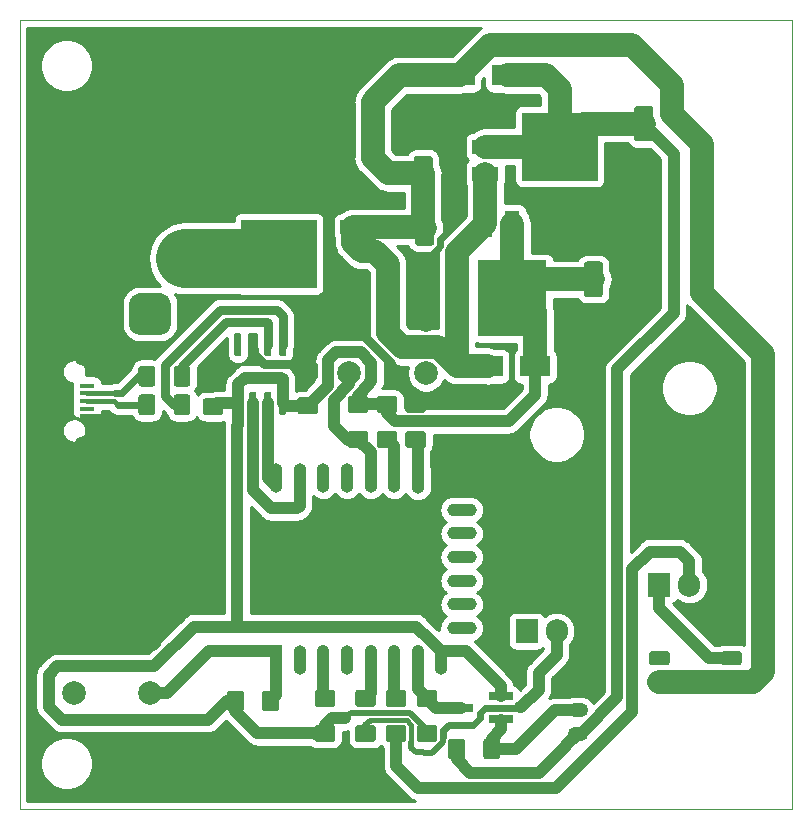
<source format=gbr>
%TF.GenerationSoftware,KiCad,Pcbnew,(5.1.5)-3*%
%TF.CreationDate,2020-09-10T16:10:11-05:00*%
%TF.ProjectId,UVLight,55564c69-6768-4742-9e6b-696361645f70,rev?*%
%TF.SameCoordinates,Original*%
%TF.FileFunction,Copper,L1,Top*%
%TF.FilePolarity,Positive*%
%FSLAX46Y46*%
G04 Gerber Fmt 4.6, Leading zero omitted, Abs format (unit mm)*
G04 Created by KiCad (PCBNEW (5.1.5)-3) date 2020-09-10 16:10:11*
%MOMM*%
%LPD*%
G04 APERTURE LIST*
%ADD10C,0.050000*%
%ADD11C,2.000000*%
%ADD12R,2.500000X1.800000*%
%ADD13C,0.100000*%
%ADD14R,1.100000X2.500000*%
%ADD15O,1.100000X2.500000*%
%ADD16O,2.500000X1.100000*%
%ADD17R,1.905000X2.000000*%
%ADD18O,1.905000X2.000000*%
%ADD19R,2.000000X0.700000*%
%ADD20R,3.500000X3.500000*%
%ADD21R,1.300000X0.450000*%
%ADD22O,2.000000X1.450000*%
%ADD23O,1.800000X1.150000*%
%ADD24O,1.750000X1.200000*%
%ADD25R,2.200000X1.200000*%
%ADD26R,6.400000X5.800000*%
%ADD27R,1.200000X2.200000*%
%ADD28R,5.800000X6.400000*%
%ADD29C,0.800000*%
%ADD30C,1.000000*%
%ADD31C,0.600000*%
%ADD32C,0.750000*%
%ADD33C,0.400000*%
%ADD34C,0.500000*%
%ADD35C,2.000000*%
%ADD36C,5.000000*%
%ADD37C,0.250000*%
%ADD38C,0.254000*%
G04 APERTURE END LIST*
D10*
X95885000Y-140462000D02*
X95885000Y-73660000D01*
X161290000Y-140462000D02*
X95885000Y-140462000D01*
X161290000Y-73660000D02*
X161290000Y-140462000D01*
X95885000Y-73660000D02*
X161290000Y-73660000D01*
D11*
X106957000Y-126174000D03*
X106957000Y-130674000D03*
X100457000Y-126174000D03*
X100457000Y-130674000D03*
D12*
X139541000Y-102997000D03*
X135541000Y-102997000D03*
X137128000Y-78359000D03*
X133128000Y-78359000D03*
%TA.AperFunction,SMDPad,CuDef*%
D13*
G36*
X118337703Y-100182722D02*
G01*
X118352264Y-100184882D01*
X118366543Y-100188459D01*
X118380403Y-100193418D01*
X118393710Y-100199712D01*
X118406336Y-100207280D01*
X118418159Y-100216048D01*
X118429066Y-100225934D01*
X118438952Y-100236841D01*
X118447720Y-100248664D01*
X118455288Y-100261290D01*
X118461582Y-100274597D01*
X118466541Y-100288457D01*
X118470118Y-100302736D01*
X118472278Y-100317297D01*
X118473000Y-100332000D01*
X118473000Y-101982000D01*
X118472278Y-101996703D01*
X118470118Y-102011264D01*
X118466541Y-102025543D01*
X118461582Y-102039403D01*
X118455288Y-102052710D01*
X118447720Y-102065336D01*
X118438952Y-102077159D01*
X118429066Y-102088066D01*
X118418159Y-102097952D01*
X118406336Y-102106720D01*
X118393710Y-102114288D01*
X118380403Y-102120582D01*
X118366543Y-102125541D01*
X118352264Y-102129118D01*
X118337703Y-102131278D01*
X118323000Y-102132000D01*
X118023000Y-102132000D01*
X118008297Y-102131278D01*
X117993736Y-102129118D01*
X117979457Y-102125541D01*
X117965597Y-102120582D01*
X117952290Y-102114288D01*
X117939664Y-102106720D01*
X117927841Y-102097952D01*
X117916934Y-102088066D01*
X117907048Y-102077159D01*
X117898280Y-102065336D01*
X117890712Y-102052710D01*
X117884418Y-102039403D01*
X117879459Y-102025543D01*
X117875882Y-102011264D01*
X117873722Y-101996703D01*
X117873000Y-101982000D01*
X117873000Y-100332000D01*
X117873722Y-100317297D01*
X117875882Y-100302736D01*
X117879459Y-100288457D01*
X117884418Y-100274597D01*
X117890712Y-100261290D01*
X117898280Y-100248664D01*
X117907048Y-100236841D01*
X117916934Y-100225934D01*
X117927841Y-100216048D01*
X117939664Y-100207280D01*
X117952290Y-100199712D01*
X117965597Y-100193418D01*
X117979457Y-100188459D01*
X117993736Y-100184882D01*
X118008297Y-100182722D01*
X118023000Y-100182000D01*
X118323000Y-100182000D01*
X118337703Y-100182722D01*
G37*
%TD.AperFunction*%
%TA.AperFunction,SMDPad,CuDef*%
G36*
X117067703Y-100182722D02*
G01*
X117082264Y-100184882D01*
X117096543Y-100188459D01*
X117110403Y-100193418D01*
X117123710Y-100199712D01*
X117136336Y-100207280D01*
X117148159Y-100216048D01*
X117159066Y-100225934D01*
X117168952Y-100236841D01*
X117177720Y-100248664D01*
X117185288Y-100261290D01*
X117191582Y-100274597D01*
X117196541Y-100288457D01*
X117200118Y-100302736D01*
X117202278Y-100317297D01*
X117203000Y-100332000D01*
X117203000Y-101982000D01*
X117202278Y-101996703D01*
X117200118Y-102011264D01*
X117196541Y-102025543D01*
X117191582Y-102039403D01*
X117185288Y-102052710D01*
X117177720Y-102065336D01*
X117168952Y-102077159D01*
X117159066Y-102088066D01*
X117148159Y-102097952D01*
X117136336Y-102106720D01*
X117123710Y-102114288D01*
X117110403Y-102120582D01*
X117096543Y-102125541D01*
X117082264Y-102129118D01*
X117067703Y-102131278D01*
X117053000Y-102132000D01*
X116753000Y-102132000D01*
X116738297Y-102131278D01*
X116723736Y-102129118D01*
X116709457Y-102125541D01*
X116695597Y-102120582D01*
X116682290Y-102114288D01*
X116669664Y-102106720D01*
X116657841Y-102097952D01*
X116646934Y-102088066D01*
X116637048Y-102077159D01*
X116628280Y-102065336D01*
X116620712Y-102052710D01*
X116614418Y-102039403D01*
X116609459Y-102025543D01*
X116605882Y-102011264D01*
X116603722Y-101996703D01*
X116603000Y-101982000D01*
X116603000Y-100332000D01*
X116603722Y-100317297D01*
X116605882Y-100302736D01*
X116609459Y-100288457D01*
X116614418Y-100274597D01*
X116620712Y-100261290D01*
X116628280Y-100248664D01*
X116637048Y-100236841D01*
X116646934Y-100225934D01*
X116657841Y-100216048D01*
X116669664Y-100207280D01*
X116682290Y-100199712D01*
X116695597Y-100193418D01*
X116709457Y-100188459D01*
X116723736Y-100184882D01*
X116738297Y-100182722D01*
X116753000Y-100182000D01*
X117053000Y-100182000D01*
X117067703Y-100182722D01*
G37*
%TD.AperFunction*%
%TA.AperFunction,SMDPad,CuDef*%
G36*
X115797703Y-100182722D02*
G01*
X115812264Y-100184882D01*
X115826543Y-100188459D01*
X115840403Y-100193418D01*
X115853710Y-100199712D01*
X115866336Y-100207280D01*
X115878159Y-100216048D01*
X115889066Y-100225934D01*
X115898952Y-100236841D01*
X115907720Y-100248664D01*
X115915288Y-100261290D01*
X115921582Y-100274597D01*
X115926541Y-100288457D01*
X115930118Y-100302736D01*
X115932278Y-100317297D01*
X115933000Y-100332000D01*
X115933000Y-101982000D01*
X115932278Y-101996703D01*
X115930118Y-102011264D01*
X115926541Y-102025543D01*
X115921582Y-102039403D01*
X115915288Y-102052710D01*
X115907720Y-102065336D01*
X115898952Y-102077159D01*
X115889066Y-102088066D01*
X115878159Y-102097952D01*
X115866336Y-102106720D01*
X115853710Y-102114288D01*
X115840403Y-102120582D01*
X115826543Y-102125541D01*
X115812264Y-102129118D01*
X115797703Y-102131278D01*
X115783000Y-102132000D01*
X115483000Y-102132000D01*
X115468297Y-102131278D01*
X115453736Y-102129118D01*
X115439457Y-102125541D01*
X115425597Y-102120582D01*
X115412290Y-102114288D01*
X115399664Y-102106720D01*
X115387841Y-102097952D01*
X115376934Y-102088066D01*
X115367048Y-102077159D01*
X115358280Y-102065336D01*
X115350712Y-102052710D01*
X115344418Y-102039403D01*
X115339459Y-102025543D01*
X115335882Y-102011264D01*
X115333722Y-101996703D01*
X115333000Y-101982000D01*
X115333000Y-100332000D01*
X115333722Y-100317297D01*
X115335882Y-100302736D01*
X115339459Y-100288457D01*
X115344418Y-100274597D01*
X115350712Y-100261290D01*
X115358280Y-100248664D01*
X115367048Y-100236841D01*
X115376934Y-100225934D01*
X115387841Y-100216048D01*
X115399664Y-100207280D01*
X115412290Y-100199712D01*
X115425597Y-100193418D01*
X115439457Y-100188459D01*
X115453736Y-100184882D01*
X115468297Y-100182722D01*
X115483000Y-100182000D01*
X115783000Y-100182000D01*
X115797703Y-100182722D01*
G37*
%TD.AperFunction*%
%TA.AperFunction,SMDPad,CuDef*%
G36*
X114527703Y-100182722D02*
G01*
X114542264Y-100184882D01*
X114556543Y-100188459D01*
X114570403Y-100193418D01*
X114583710Y-100199712D01*
X114596336Y-100207280D01*
X114608159Y-100216048D01*
X114619066Y-100225934D01*
X114628952Y-100236841D01*
X114637720Y-100248664D01*
X114645288Y-100261290D01*
X114651582Y-100274597D01*
X114656541Y-100288457D01*
X114660118Y-100302736D01*
X114662278Y-100317297D01*
X114663000Y-100332000D01*
X114663000Y-101982000D01*
X114662278Y-101996703D01*
X114660118Y-102011264D01*
X114656541Y-102025543D01*
X114651582Y-102039403D01*
X114645288Y-102052710D01*
X114637720Y-102065336D01*
X114628952Y-102077159D01*
X114619066Y-102088066D01*
X114608159Y-102097952D01*
X114596336Y-102106720D01*
X114583710Y-102114288D01*
X114570403Y-102120582D01*
X114556543Y-102125541D01*
X114542264Y-102129118D01*
X114527703Y-102131278D01*
X114513000Y-102132000D01*
X114213000Y-102132000D01*
X114198297Y-102131278D01*
X114183736Y-102129118D01*
X114169457Y-102125541D01*
X114155597Y-102120582D01*
X114142290Y-102114288D01*
X114129664Y-102106720D01*
X114117841Y-102097952D01*
X114106934Y-102088066D01*
X114097048Y-102077159D01*
X114088280Y-102065336D01*
X114080712Y-102052710D01*
X114074418Y-102039403D01*
X114069459Y-102025543D01*
X114065882Y-102011264D01*
X114063722Y-101996703D01*
X114063000Y-101982000D01*
X114063000Y-100332000D01*
X114063722Y-100317297D01*
X114065882Y-100302736D01*
X114069459Y-100288457D01*
X114074418Y-100274597D01*
X114080712Y-100261290D01*
X114088280Y-100248664D01*
X114097048Y-100236841D01*
X114106934Y-100225934D01*
X114117841Y-100216048D01*
X114129664Y-100207280D01*
X114142290Y-100199712D01*
X114155597Y-100193418D01*
X114169457Y-100188459D01*
X114183736Y-100184882D01*
X114198297Y-100182722D01*
X114213000Y-100182000D01*
X114513000Y-100182000D01*
X114527703Y-100182722D01*
G37*
%TD.AperFunction*%
%TA.AperFunction,SMDPad,CuDef*%
G36*
X114527703Y-105132722D02*
G01*
X114542264Y-105134882D01*
X114556543Y-105138459D01*
X114570403Y-105143418D01*
X114583710Y-105149712D01*
X114596336Y-105157280D01*
X114608159Y-105166048D01*
X114619066Y-105175934D01*
X114628952Y-105186841D01*
X114637720Y-105198664D01*
X114645288Y-105211290D01*
X114651582Y-105224597D01*
X114656541Y-105238457D01*
X114660118Y-105252736D01*
X114662278Y-105267297D01*
X114663000Y-105282000D01*
X114663000Y-106932000D01*
X114662278Y-106946703D01*
X114660118Y-106961264D01*
X114656541Y-106975543D01*
X114651582Y-106989403D01*
X114645288Y-107002710D01*
X114637720Y-107015336D01*
X114628952Y-107027159D01*
X114619066Y-107038066D01*
X114608159Y-107047952D01*
X114596336Y-107056720D01*
X114583710Y-107064288D01*
X114570403Y-107070582D01*
X114556543Y-107075541D01*
X114542264Y-107079118D01*
X114527703Y-107081278D01*
X114513000Y-107082000D01*
X114213000Y-107082000D01*
X114198297Y-107081278D01*
X114183736Y-107079118D01*
X114169457Y-107075541D01*
X114155597Y-107070582D01*
X114142290Y-107064288D01*
X114129664Y-107056720D01*
X114117841Y-107047952D01*
X114106934Y-107038066D01*
X114097048Y-107027159D01*
X114088280Y-107015336D01*
X114080712Y-107002710D01*
X114074418Y-106989403D01*
X114069459Y-106975543D01*
X114065882Y-106961264D01*
X114063722Y-106946703D01*
X114063000Y-106932000D01*
X114063000Y-105282000D01*
X114063722Y-105267297D01*
X114065882Y-105252736D01*
X114069459Y-105238457D01*
X114074418Y-105224597D01*
X114080712Y-105211290D01*
X114088280Y-105198664D01*
X114097048Y-105186841D01*
X114106934Y-105175934D01*
X114117841Y-105166048D01*
X114129664Y-105157280D01*
X114142290Y-105149712D01*
X114155597Y-105143418D01*
X114169457Y-105138459D01*
X114183736Y-105134882D01*
X114198297Y-105132722D01*
X114213000Y-105132000D01*
X114513000Y-105132000D01*
X114527703Y-105132722D01*
G37*
%TD.AperFunction*%
%TA.AperFunction,SMDPad,CuDef*%
G36*
X115797703Y-105132722D02*
G01*
X115812264Y-105134882D01*
X115826543Y-105138459D01*
X115840403Y-105143418D01*
X115853710Y-105149712D01*
X115866336Y-105157280D01*
X115878159Y-105166048D01*
X115889066Y-105175934D01*
X115898952Y-105186841D01*
X115907720Y-105198664D01*
X115915288Y-105211290D01*
X115921582Y-105224597D01*
X115926541Y-105238457D01*
X115930118Y-105252736D01*
X115932278Y-105267297D01*
X115933000Y-105282000D01*
X115933000Y-106932000D01*
X115932278Y-106946703D01*
X115930118Y-106961264D01*
X115926541Y-106975543D01*
X115921582Y-106989403D01*
X115915288Y-107002710D01*
X115907720Y-107015336D01*
X115898952Y-107027159D01*
X115889066Y-107038066D01*
X115878159Y-107047952D01*
X115866336Y-107056720D01*
X115853710Y-107064288D01*
X115840403Y-107070582D01*
X115826543Y-107075541D01*
X115812264Y-107079118D01*
X115797703Y-107081278D01*
X115783000Y-107082000D01*
X115483000Y-107082000D01*
X115468297Y-107081278D01*
X115453736Y-107079118D01*
X115439457Y-107075541D01*
X115425597Y-107070582D01*
X115412290Y-107064288D01*
X115399664Y-107056720D01*
X115387841Y-107047952D01*
X115376934Y-107038066D01*
X115367048Y-107027159D01*
X115358280Y-107015336D01*
X115350712Y-107002710D01*
X115344418Y-106989403D01*
X115339459Y-106975543D01*
X115335882Y-106961264D01*
X115333722Y-106946703D01*
X115333000Y-106932000D01*
X115333000Y-105282000D01*
X115333722Y-105267297D01*
X115335882Y-105252736D01*
X115339459Y-105238457D01*
X115344418Y-105224597D01*
X115350712Y-105211290D01*
X115358280Y-105198664D01*
X115367048Y-105186841D01*
X115376934Y-105175934D01*
X115387841Y-105166048D01*
X115399664Y-105157280D01*
X115412290Y-105149712D01*
X115425597Y-105143418D01*
X115439457Y-105138459D01*
X115453736Y-105134882D01*
X115468297Y-105132722D01*
X115483000Y-105132000D01*
X115783000Y-105132000D01*
X115797703Y-105132722D01*
G37*
%TD.AperFunction*%
%TA.AperFunction,SMDPad,CuDef*%
G36*
X117067703Y-105132722D02*
G01*
X117082264Y-105134882D01*
X117096543Y-105138459D01*
X117110403Y-105143418D01*
X117123710Y-105149712D01*
X117136336Y-105157280D01*
X117148159Y-105166048D01*
X117159066Y-105175934D01*
X117168952Y-105186841D01*
X117177720Y-105198664D01*
X117185288Y-105211290D01*
X117191582Y-105224597D01*
X117196541Y-105238457D01*
X117200118Y-105252736D01*
X117202278Y-105267297D01*
X117203000Y-105282000D01*
X117203000Y-106932000D01*
X117202278Y-106946703D01*
X117200118Y-106961264D01*
X117196541Y-106975543D01*
X117191582Y-106989403D01*
X117185288Y-107002710D01*
X117177720Y-107015336D01*
X117168952Y-107027159D01*
X117159066Y-107038066D01*
X117148159Y-107047952D01*
X117136336Y-107056720D01*
X117123710Y-107064288D01*
X117110403Y-107070582D01*
X117096543Y-107075541D01*
X117082264Y-107079118D01*
X117067703Y-107081278D01*
X117053000Y-107082000D01*
X116753000Y-107082000D01*
X116738297Y-107081278D01*
X116723736Y-107079118D01*
X116709457Y-107075541D01*
X116695597Y-107070582D01*
X116682290Y-107064288D01*
X116669664Y-107056720D01*
X116657841Y-107047952D01*
X116646934Y-107038066D01*
X116637048Y-107027159D01*
X116628280Y-107015336D01*
X116620712Y-107002710D01*
X116614418Y-106989403D01*
X116609459Y-106975543D01*
X116605882Y-106961264D01*
X116603722Y-106946703D01*
X116603000Y-106932000D01*
X116603000Y-105282000D01*
X116603722Y-105267297D01*
X116605882Y-105252736D01*
X116609459Y-105238457D01*
X116614418Y-105224597D01*
X116620712Y-105211290D01*
X116628280Y-105198664D01*
X116637048Y-105186841D01*
X116646934Y-105175934D01*
X116657841Y-105166048D01*
X116669664Y-105157280D01*
X116682290Y-105149712D01*
X116695597Y-105143418D01*
X116709457Y-105138459D01*
X116723736Y-105134882D01*
X116738297Y-105132722D01*
X116753000Y-105132000D01*
X117053000Y-105132000D01*
X117067703Y-105132722D01*
G37*
%TD.AperFunction*%
%TA.AperFunction,SMDPad,CuDef*%
G36*
X118337703Y-105132722D02*
G01*
X118352264Y-105134882D01*
X118366543Y-105138459D01*
X118380403Y-105143418D01*
X118393710Y-105149712D01*
X118406336Y-105157280D01*
X118418159Y-105166048D01*
X118429066Y-105175934D01*
X118438952Y-105186841D01*
X118447720Y-105198664D01*
X118455288Y-105211290D01*
X118461582Y-105224597D01*
X118466541Y-105238457D01*
X118470118Y-105252736D01*
X118472278Y-105267297D01*
X118473000Y-105282000D01*
X118473000Y-106932000D01*
X118472278Y-106946703D01*
X118470118Y-106961264D01*
X118466541Y-106975543D01*
X118461582Y-106989403D01*
X118455288Y-107002710D01*
X118447720Y-107015336D01*
X118438952Y-107027159D01*
X118429066Y-107038066D01*
X118418159Y-107047952D01*
X118406336Y-107056720D01*
X118393710Y-107064288D01*
X118380403Y-107070582D01*
X118366543Y-107075541D01*
X118352264Y-107079118D01*
X118337703Y-107081278D01*
X118323000Y-107082000D01*
X118023000Y-107082000D01*
X118008297Y-107081278D01*
X117993736Y-107079118D01*
X117979457Y-107075541D01*
X117965597Y-107070582D01*
X117952290Y-107064288D01*
X117939664Y-107056720D01*
X117927841Y-107047952D01*
X117916934Y-107038066D01*
X117907048Y-107027159D01*
X117898280Y-107015336D01*
X117890712Y-107002710D01*
X117884418Y-106989403D01*
X117879459Y-106975543D01*
X117875882Y-106961264D01*
X117873722Y-106946703D01*
X117873000Y-106932000D01*
X117873000Y-105282000D01*
X117873722Y-105267297D01*
X117875882Y-105252736D01*
X117879459Y-105238457D01*
X117884418Y-105224597D01*
X117890712Y-105211290D01*
X117898280Y-105198664D01*
X117907048Y-105186841D01*
X117916934Y-105175934D01*
X117927841Y-105166048D01*
X117939664Y-105157280D01*
X117952290Y-105149712D01*
X117965597Y-105143418D01*
X117979457Y-105138459D01*
X117993736Y-105134882D01*
X118008297Y-105132722D01*
X118023000Y-105132000D01*
X118323000Y-105132000D01*
X118337703Y-105132722D01*
G37*
%TD.AperFunction*%
D14*
X117602000Y-127827000D03*
D15*
X119602000Y-127827000D03*
X121602000Y-127827000D03*
X123602000Y-127827000D03*
X125602000Y-127827000D03*
X127602000Y-127827000D03*
X129602000Y-127827000D03*
X131602000Y-127827000D03*
X131602000Y-112427000D03*
X129602000Y-112527000D03*
X127602000Y-112427000D03*
X125602000Y-112427000D03*
X123602000Y-112427000D03*
X121602000Y-112427000D03*
X119602000Y-112427000D03*
X117602000Y-112427000D03*
D16*
X133302000Y-125137000D03*
X133302000Y-123137000D03*
X133302000Y-121137000D03*
X133302000Y-119137000D03*
X133302000Y-117137000D03*
X133302000Y-115137000D03*
D17*
X138811000Y-125412000D03*
D18*
X141351000Y-125412000D03*
X143891000Y-125412000D03*
X155130000Y-121475500D03*
X152590000Y-121475500D03*
D17*
X150050000Y-121475500D03*
D19*
X133238000Y-131890000D03*
X136638000Y-130940000D03*
X136638000Y-132840000D03*
%TA.AperFunction,SMDPad,CuDef*%
D13*
G36*
X112917504Y-108662204D02*
G01*
X112941773Y-108665804D01*
X112965571Y-108671765D01*
X112988671Y-108680030D01*
X113010849Y-108690520D01*
X113031893Y-108703133D01*
X113051598Y-108717747D01*
X113069777Y-108734223D01*
X113086253Y-108752402D01*
X113100867Y-108772107D01*
X113113480Y-108793151D01*
X113123970Y-108815329D01*
X113132235Y-108838429D01*
X113138196Y-108862227D01*
X113141796Y-108886496D01*
X113143000Y-108911000D01*
X113143000Y-109836000D01*
X113141796Y-109860504D01*
X113138196Y-109884773D01*
X113132235Y-109908571D01*
X113123970Y-109931671D01*
X113113480Y-109953849D01*
X113100867Y-109974893D01*
X113086253Y-109994598D01*
X113069777Y-110012777D01*
X113051598Y-110029253D01*
X113031893Y-110043867D01*
X113010849Y-110056480D01*
X112988671Y-110066970D01*
X112965571Y-110075235D01*
X112941773Y-110081196D01*
X112917504Y-110084796D01*
X112893000Y-110086000D01*
X111643000Y-110086000D01*
X111618496Y-110084796D01*
X111594227Y-110081196D01*
X111570429Y-110075235D01*
X111547329Y-110066970D01*
X111525151Y-110056480D01*
X111504107Y-110043867D01*
X111484402Y-110029253D01*
X111466223Y-110012777D01*
X111449747Y-109994598D01*
X111435133Y-109974893D01*
X111422520Y-109953849D01*
X111412030Y-109931671D01*
X111403765Y-109908571D01*
X111397804Y-109884773D01*
X111394204Y-109860504D01*
X111393000Y-109836000D01*
X111393000Y-108911000D01*
X111394204Y-108886496D01*
X111397804Y-108862227D01*
X111403765Y-108838429D01*
X111412030Y-108815329D01*
X111422520Y-108793151D01*
X111435133Y-108772107D01*
X111449747Y-108752402D01*
X111466223Y-108734223D01*
X111484402Y-108717747D01*
X111504107Y-108703133D01*
X111525151Y-108690520D01*
X111547329Y-108680030D01*
X111570429Y-108671765D01*
X111594227Y-108665804D01*
X111618496Y-108662204D01*
X111643000Y-108661000D01*
X112893000Y-108661000D01*
X112917504Y-108662204D01*
G37*
%TD.AperFunction*%
%TA.AperFunction,SMDPad,CuDef*%
G36*
X112917504Y-105687204D02*
G01*
X112941773Y-105690804D01*
X112965571Y-105696765D01*
X112988671Y-105705030D01*
X113010849Y-105715520D01*
X113031893Y-105728133D01*
X113051598Y-105742747D01*
X113069777Y-105759223D01*
X113086253Y-105777402D01*
X113100867Y-105797107D01*
X113113480Y-105818151D01*
X113123970Y-105840329D01*
X113132235Y-105863429D01*
X113138196Y-105887227D01*
X113141796Y-105911496D01*
X113143000Y-105936000D01*
X113143000Y-106861000D01*
X113141796Y-106885504D01*
X113138196Y-106909773D01*
X113132235Y-106933571D01*
X113123970Y-106956671D01*
X113113480Y-106978849D01*
X113100867Y-106999893D01*
X113086253Y-107019598D01*
X113069777Y-107037777D01*
X113051598Y-107054253D01*
X113031893Y-107068867D01*
X113010849Y-107081480D01*
X112988671Y-107091970D01*
X112965571Y-107100235D01*
X112941773Y-107106196D01*
X112917504Y-107109796D01*
X112893000Y-107111000D01*
X111643000Y-107111000D01*
X111618496Y-107109796D01*
X111594227Y-107106196D01*
X111570429Y-107100235D01*
X111547329Y-107091970D01*
X111525151Y-107081480D01*
X111504107Y-107068867D01*
X111484402Y-107054253D01*
X111466223Y-107037777D01*
X111449747Y-107019598D01*
X111435133Y-106999893D01*
X111422520Y-106978849D01*
X111412030Y-106956671D01*
X111403765Y-106933571D01*
X111397804Y-106909773D01*
X111394204Y-106885504D01*
X111393000Y-106861000D01*
X111393000Y-105936000D01*
X111394204Y-105911496D01*
X111397804Y-105887227D01*
X111403765Y-105863429D01*
X111412030Y-105840329D01*
X111422520Y-105818151D01*
X111435133Y-105797107D01*
X111449747Y-105777402D01*
X111466223Y-105759223D01*
X111484402Y-105742747D01*
X111504107Y-105728133D01*
X111525151Y-105715520D01*
X111547329Y-105705030D01*
X111570429Y-105696765D01*
X111594227Y-105690804D01*
X111618496Y-105687204D01*
X111643000Y-105686000D01*
X112893000Y-105686000D01*
X112917504Y-105687204D01*
G37*
%TD.AperFunction*%
%TA.AperFunction,SMDPad,CuDef*%
G36*
X130622504Y-80756204D02*
G01*
X130646773Y-80759804D01*
X130670571Y-80765765D01*
X130693671Y-80774030D01*
X130715849Y-80784520D01*
X130736893Y-80797133D01*
X130756598Y-80811747D01*
X130774777Y-80828223D01*
X130791253Y-80846402D01*
X130805867Y-80866107D01*
X130818480Y-80887151D01*
X130828970Y-80909329D01*
X130837235Y-80932429D01*
X130843196Y-80956227D01*
X130846796Y-80980496D01*
X130848000Y-81005000D01*
X130848000Y-83505000D01*
X130846796Y-83529504D01*
X130843196Y-83553773D01*
X130837235Y-83577571D01*
X130828970Y-83600671D01*
X130818480Y-83622849D01*
X130805867Y-83643893D01*
X130791253Y-83663598D01*
X130774777Y-83681777D01*
X130756598Y-83698253D01*
X130736893Y-83712867D01*
X130715849Y-83725480D01*
X130693671Y-83735970D01*
X130670571Y-83744235D01*
X130646773Y-83750196D01*
X130622504Y-83753796D01*
X130598000Y-83755000D01*
X129498000Y-83755000D01*
X129473496Y-83753796D01*
X129449227Y-83750196D01*
X129425429Y-83744235D01*
X129402329Y-83735970D01*
X129380151Y-83725480D01*
X129359107Y-83712867D01*
X129339402Y-83698253D01*
X129321223Y-83681777D01*
X129304747Y-83663598D01*
X129290133Y-83643893D01*
X129277520Y-83622849D01*
X129267030Y-83600671D01*
X129258765Y-83577571D01*
X129252804Y-83553773D01*
X129249204Y-83529504D01*
X129248000Y-83505000D01*
X129248000Y-81005000D01*
X129249204Y-80980496D01*
X129252804Y-80956227D01*
X129258765Y-80932429D01*
X129267030Y-80909329D01*
X129277520Y-80887151D01*
X129290133Y-80866107D01*
X129304747Y-80846402D01*
X129321223Y-80828223D01*
X129339402Y-80811747D01*
X129359107Y-80797133D01*
X129380151Y-80784520D01*
X129402329Y-80774030D01*
X129425429Y-80765765D01*
X129449227Y-80759804D01*
X129473496Y-80756204D01*
X129498000Y-80755000D01*
X130598000Y-80755000D01*
X130622504Y-80756204D01*
G37*
%TD.AperFunction*%
%TA.AperFunction,SMDPad,CuDef*%
G36*
X130622504Y-85156204D02*
G01*
X130646773Y-85159804D01*
X130670571Y-85165765D01*
X130693671Y-85174030D01*
X130715849Y-85184520D01*
X130736893Y-85197133D01*
X130756598Y-85211747D01*
X130774777Y-85228223D01*
X130791253Y-85246402D01*
X130805867Y-85266107D01*
X130818480Y-85287151D01*
X130828970Y-85309329D01*
X130837235Y-85332429D01*
X130843196Y-85356227D01*
X130846796Y-85380496D01*
X130848000Y-85405000D01*
X130848000Y-87905000D01*
X130846796Y-87929504D01*
X130843196Y-87953773D01*
X130837235Y-87977571D01*
X130828970Y-88000671D01*
X130818480Y-88022849D01*
X130805867Y-88043893D01*
X130791253Y-88063598D01*
X130774777Y-88081777D01*
X130756598Y-88098253D01*
X130736893Y-88112867D01*
X130715849Y-88125480D01*
X130693671Y-88135970D01*
X130670571Y-88144235D01*
X130646773Y-88150196D01*
X130622504Y-88153796D01*
X130598000Y-88155000D01*
X129498000Y-88155000D01*
X129473496Y-88153796D01*
X129449227Y-88150196D01*
X129425429Y-88144235D01*
X129402329Y-88135970D01*
X129380151Y-88125480D01*
X129359107Y-88112867D01*
X129339402Y-88098253D01*
X129321223Y-88081777D01*
X129304747Y-88063598D01*
X129290133Y-88043893D01*
X129277520Y-88022849D01*
X129267030Y-88000671D01*
X129258765Y-87977571D01*
X129252804Y-87953773D01*
X129249204Y-87929504D01*
X129248000Y-87905000D01*
X129248000Y-85405000D01*
X129249204Y-85380496D01*
X129252804Y-85356227D01*
X129258765Y-85332429D01*
X129267030Y-85309329D01*
X129277520Y-85287151D01*
X129290133Y-85266107D01*
X129304747Y-85246402D01*
X129321223Y-85228223D01*
X129339402Y-85211747D01*
X129359107Y-85197133D01*
X129380151Y-85184520D01*
X129402329Y-85174030D01*
X129425429Y-85165765D01*
X129449227Y-85159804D01*
X129473496Y-85156204D01*
X129498000Y-85155000D01*
X130598000Y-85155000D01*
X130622504Y-85156204D01*
G37*
%TD.AperFunction*%
%TA.AperFunction,SMDPad,CuDef*%
G36*
X130749504Y-94173204D02*
G01*
X130773773Y-94176804D01*
X130797571Y-94182765D01*
X130820671Y-94191030D01*
X130842849Y-94201520D01*
X130863893Y-94214133D01*
X130883598Y-94228747D01*
X130901777Y-94245223D01*
X130918253Y-94263402D01*
X130932867Y-94283107D01*
X130945480Y-94304151D01*
X130955970Y-94326329D01*
X130964235Y-94349429D01*
X130970196Y-94373227D01*
X130973796Y-94397496D01*
X130975000Y-94422000D01*
X130975000Y-96922000D01*
X130973796Y-96946504D01*
X130970196Y-96970773D01*
X130964235Y-96994571D01*
X130955970Y-97017671D01*
X130945480Y-97039849D01*
X130932867Y-97060893D01*
X130918253Y-97080598D01*
X130901777Y-97098777D01*
X130883598Y-97115253D01*
X130863893Y-97129867D01*
X130842849Y-97142480D01*
X130820671Y-97152970D01*
X130797571Y-97161235D01*
X130773773Y-97167196D01*
X130749504Y-97170796D01*
X130725000Y-97172000D01*
X129625000Y-97172000D01*
X129600496Y-97170796D01*
X129576227Y-97167196D01*
X129552429Y-97161235D01*
X129529329Y-97152970D01*
X129507151Y-97142480D01*
X129486107Y-97129867D01*
X129466402Y-97115253D01*
X129448223Y-97098777D01*
X129431747Y-97080598D01*
X129417133Y-97060893D01*
X129404520Y-97039849D01*
X129394030Y-97017671D01*
X129385765Y-96994571D01*
X129379804Y-96970773D01*
X129376204Y-96946504D01*
X129375000Y-96922000D01*
X129375000Y-94422000D01*
X129376204Y-94397496D01*
X129379804Y-94373227D01*
X129385765Y-94349429D01*
X129394030Y-94326329D01*
X129404520Y-94304151D01*
X129417133Y-94283107D01*
X129431747Y-94263402D01*
X129448223Y-94245223D01*
X129466402Y-94228747D01*
X129486107Y-94214133D01*
X129507151Y-94201520D01*
X129529329Y-94191030D01*
X129552429Y-94182765D01*
X129576227Y-94176804D01*
X129600496Y-94173204D01*
X129625000Y-94172000D01*
X130725000Y-94172000D01*
X130749504Y-94173204D01*
G37*
%TD.AperFunction*%
%TA.AperFunction,SMDPad,CuDef*%
G36*
X130749504Y-89773204D02*
G01*
X130773773Y-89776804D01*
X130797571Y-89782765D01*
X130820671Y-89791030D01*
X130842849Y-89801520D01*
X130863893Y-89814133D01*
X130883598Y-89828747D01*
X130901777Y-89845223D01*
X130918253Y-89863402D01*
X130932867Y-89883107D01*
X130945480Y-89904151D01*
X130955970Y-89926329D01*
X130964235Y-89949429D01*
X130970196Y-89973227D01*
X130973796Y-89997496D01*
X130975000Y-90022000D01*
X130975000Y-92522000D01*
X130973796Y-92546504D01*
X130970196Y-92570773D01*
X130964235Y-92594571D01*
X130955970Y-92617671D01*
X130945480Y-92639849D01*
X130932867Y-92660893D01*
X130918253Y-92680598D01*
X130901777Y-92698777D01*
X130883598Y-92715253D01*
X130863893Y-92729867D01*
X130842849Y-92742480D01*
X130820671Y-92752970D01*
X130797571Y-92761235D01*
X130773773Y-92767196D01*
X130749504Y-92770796D01*
X130725000Y-92772000D01*
X129625000Y-92772000D01*
X129600496Y-92770796D01*
X129576227Y-92767196D01*
X129552429Y-92761235D01*
X129529329Y-92752970D01*
X129507151Y-92742480D01*
X129486107Y-92729867D01*
X129466402Y-92715253D01*
X129448223Y-92698777D01*
X129431747Y-92680598D01*
X129417133Y-92660893D01*
X129404520Y-92639849D01*
X129394030Y-92617671D01*
X129385765Y-92594571D01*
X129379804Y-92570773D01*
X129376204Y-92546504D01*
X129375000Y-92522000D01*
X129375000Y-90022000D01*
X129376204Y-89997496D01*
X129379804Y-89973227D01*
X129385765Y-89949429D01*
X129394030Y-89926329D01*
X129404520Y-89904151D01*
X129417133Y-89883107D01*
X129431747Y-89863402D01*
X129448223Y-89845223D01*
X129466402Y-89828747D01*
X129486107Y-89814133D01*
X129507151Y-89801520D01*
X129529329Y-89791030D01*
X129552429Y-89782765D01*
X129576227Y-89776804D01*
X129600496Y-89773204D01*
X129625000Y-89772000D01*
X130725000Y-89772000D01*
X130749504Y-89773204D01*
G37*
%TD.AperFunction*%
%TA.AperFunction,SMDPad,CuDef*%
G36*
X120918504Y-105614204D02*
G01*
X120942773Y-105617804D01*
X120966571Y-105623765D01*
X120989671Y-105632030D01*
X121011849Y-105642520D01*
X121032893Y-105655133D01*
X121052598Y-105669747D01*
X121070777Y-105686223D01*
X121087253Y-105704402D01*
X121101867Y-105724107D01*
X121114480Y-105745151D01*
X121124970Y-105767329D01*
X121133235Y-105790429D01*
X121139196Y-105814227D01*
X121142796Y-105838496D01*
X121144000Y-105863000D01*
X121144000Y-106788000D01*
X121142796Y-106812504D01*
X121139196Y-106836773D01*
X121133235Y-106860571D01*
X121124970Y-106883671D01*
X121114480Y-106905849D01*
X121101867Y-106926893D01*
X121087253Y-106946598D01*
X121070777Y-106964777D01*
X121052598Y-106981253D01*
X121032893Y-106995867D01*
X121011849Y-107008480D01*
X120989671Y-107018970D01*
X120966571Y-107027235D01*
X120942773Y-107033196D01*
X120918504Y-107036796D01*
X120894000Y-107038000D01*
X119644000Y-107038000D01*
X119619496Y-107036796D01*
X119595227Y-107033196D01*
X119571429Y-107027235D01*
X119548329Y-107018970D01*
X119526151Y-107008480D01*
X119505107Y-106995867D01*
X119485402Y-106981253D01*
X119467223Y-106964777D01*
X119450747Y-106946598D01*
X119436133Y-106926893D01*
X119423520Y-106905849D01*
X119413030Y-106883671D01*
X119404765Y-106860571D01*
X119398804Y-106836773D01*
X119395204Y-106812504D01*
X119394000Y-106788000D01*
X119394000Y-105863000D01*
X119395204Y-105838496D01*
X119398804Y-105814227D01*
X119404765Y-105790429D01*
X119413030Y-105767329D01*
X119423520Y-105745151D01*
X119436133Y-105724107D01*
X119450747Y-105704402D01*
X119467223Y-105686223D01*
X119485402Y-105669747D01*
X119505107Y-105655133D01*
X119526151Y-105642520D01*
X119548329Y-105632030D01*
X119571429Y-105623765D01*
X119595227Y-105617804D01*
X119619496Y-105614204D01*
X119644000Y-105613000D01*
X120894000Y-105613000D01*
X120918504Y-105614204D01*
G37*
%TD.AperFunction*%
%TA.AperFunction,SMDPad,CuDef*%
G36*
X120918504Y-102639204D02*
G01*
X120942773Y-102642804D01*
X120966571Y-102648765D01*
X120989671Y-102657030D01*
X121011849Y-102667520D01*
X121032893Y-102680133D01*
X121052598Y-102694747D01*
X121070777Y-102711223D01*
X121087253Y-102729402D01*
X121101867Y-102749107D01*
X121114480Y-102770151D01*
X121124970Y-102792329D01*
X121133235Y-102815429D01*
X121139196Y-102839227D01*
X121142796Y-102863496D01*
X121144000Y-102888000D01*
X121144000Y-103813000D01*
X121142796Y-103837504D01*
X121139196Y-103861773D01*
X121133235Y-103885571D01*
X121124970Y-103908671D01*
X121114480Y-103930849D01*
X121101867Y-103951893D01*
X121087253Y-103971598D01*
X121070777Y-103989777D01*
X121052598Y-104006253D01*
X121032893Y-104020867D01*
X121011849Y-104033480D01*
X120989671Y-104043970D01*
X120966571Y-104052235D01*
X120942773Y-104058196D01*
X120918504Y-104061796D01*
X120894000Y-104063000D01*
X119644000Y-104063000D01*
X119619496Y-104061796D01*
X119595227Y-104058196D01*
X119571429Y-104052235D01*
X119548329Y-104043970D01*
X119526151Y-104033480D01*
X119505107Y-104020867D01*
X119485402Y-104006253D01*
X119467223Y-103989777D01*
X119450747Y-103971598D01*
X119436133Y-103951893D01*
X119423520Y-103930849D01*
X119413030Y-103908671D01*
X119404765Y-103885571D01*
X119398804Y-103861773D01*
X119395204Y-103837504D01*
X119394000Y-103813000D01*
X119394000Y-102888000D01*
X119395204Y-102863496D01*
X119398804Y-102839227D01*
X119404765Y-102815429D01*
X119413030Y-102792329D01*
X119423520Y-102770151D01*
X119436133Y-102749107D01*
X119450747Y-102729402D01*
X119467223Y-102711223D01*
X119485402Y-102694747D01*
X119505107Y-102680133D01*
X119526151Y-102667520D01*
X119548329Y-102657030D01*
X119571429Y-102648765D01*
X119595227Y-102642804D01*
X119619496Y-102639204D01*
X119644000Y-102638000D01*
X120894000Y-102638000D01*
X120918504Y-102639204D01*
G37*
%TD.AperFunction*%
%TA.AperFunction,SMDPad,CuDef*%
G36*
X149291504Y-80946704D02*
G01*
X149315773Y-80950304D01*
X149339571Y-80956265D01*
X149362671Y-80964530D01*
X149384849Y-80975020D01*
X149405893Y-80987633D01*
X149425598Y-81002247D01*
X149443777Y-81018723D01*
X149460253Y-81036902D01*
X149474867Y-81056607D01*
X149487480Y-81077651D01*
X149497970Y-81099829D01*
X149506235Y-81122929D01*
X149512196Y-81146727D01*
X149515796Y-81170996D01*
X149517000Y-81195500D01*
X149517000Y-83695500D01*
X149515796Y-83720004D01*
X149512196Y-83744273D01*
X149506235Y-83768071D01*
X149497970Y-83791171D01*
X149487480Y-83813349D01*
X149474867Y-83834393D01*
X149460253Y-83854098D01*
X149443777Y-83872277D01*
X149425598Y-83888753D01*
X149405893Y-83903367D01*
X149384849Y-83915980D01*
X149362671Y-83926470D01*
X149339571Y-83934735D01*
X149315773Y-83940696D01*
X149291504Y-83944296D01*
X149267000Y-83945500D01*
X148167000Y-83945500D01*
X148142496Y-83944296D01*
X148118227Y-83940696D01*
X148094429Y-83934735D01*
X148071329Y-83926470D01*
X148049151Y-83915980D01*
X148028107Y-83903367D01*
X148008402Y-83888753D01*
X147990223Y-83872277D01*
X147973747Y-83854098D01*
X147959133Y-83834393D01*
X147946520Y-83813349D01*
X147936030Y-83791171D01*
X147927765Y-83768071D01*
X147921804Y-83744273D01*
X147918204Y-83720004D01*
X147917000Y-83695500D01*
X147917000Y-81195500D01*
X147918204Y-81170996D01*
X147921804Y-81146727D01*
X147927765Y-81122929D01*
X147936030Y-81099829D01*
X147946520Y-81077651D01*
X147959133Y-81056607D01*
X147973747Y-81036902D01*
X147990223Y-81018723D01*
X148008402Y-81002247D01*
X148028107Y-80987633D01*
X148049151Y-80975020D01*
X148071329Y-80964530D01*
X148094429Y-80956265D01*
X148118227Y-80950304D01*
X148142496Y-80946704D01*
X148167000Y-80945500D01*
X149267000Y-80945500D01*
X149291504Y-80946704D01*
G37*
%TD.AperFunction*%
%TA.AperFunction,SMDPad,CuDef*%
G36*
X149291504Y-85346704D02*
G01*
X149315773Y-85350304D01*
X149339571Y-85356265D01*
X149362671Y-85364530D01*
X149384849Y-85375020D01*
X149405893Y-85387633D01*
X149425598Y-85402247D01*
X149443777Y-85418723D01*
X149460253Y-85436902D01*
X149474867Y-85456607D01*
X149487480Y-85477651D01*
X149497970Y-85499829D01*
X149506235Y-85522929D01*
X149512196Y-85546727D01*
X149515796Y-85570996D01*
X149517000Y-85595500D01*
X149517000Y-88095500D01*
X149515796Y-88120004D01*
X149512196Y-88144273D01*
X149506235Y-88168071D01*
X149497970Y-88191171D01*
X149487480Y-88213349D01*
X149474867Y-88234393D01*
X149460253Y-88254098D01*
X149443777Y-88272277D01*
X149425598Y-88288753D01*
X149405893Y-88303367D01*
X149384849Y-88315980D01*
X149362671Y-88326470D01*
X149339571Y-88334735D01*
X149315773Y-88340696D01*
X149291504Y-88344296D01*
X149267000Y-88345500D01*
X148167000Y-88345500D01*
X148142496Y-88344296D01*
X148118227Y-88340696D01*
X148094429Y-88334735D01*
X148071329Y-88326470D01*
X148049151Y-88315980D01*
X148028107Y-88303367D01*
X148008402Y-88288753D01*
X147990223Y-88272277D01*
X147973747Y-88254098D01*
X147959133Y-88234393D01*
X147946520Y-88213349D01*
X147936030Y-88191171D01*
X147927765Y-88168071D01*
X147921804Y-88144273D01*
X147918204Y-88120004D01*
X147917000Y-88095500D01*
X147917000Y-85595500D01*
X147918204Y-85570996D01*
X147921804Y-85546727D01*
X147927765Y-85522929D01*
X147936030Y-85499829D01*
X147946520Y-85477651D01*
X147959133Y-85456607D01*
X147973747Y-85436902D01*
X147990223Y-85418723D01*
X148008402Y-85402247D01*
X148028107Y-85387633D01*
X148049151Y-85375020D01*
X148071329Y-85364530D01*
X148094429Y-85356265D01*
X148118227Y-85350304D01*
X148142496Y-85346704D01*
X148167000Y-85345500D01*
X149267000Y-85345500D01*
X149291504Y-85346704D01*
G37*
%TD.AperFunction*%
%TA.AperFunction,SMDPad,CuDef*%
G36*
X145036504Y-94109704D02*
G01*
X145060773Y-94113304D01*
X145084571Y-94119265D01*
X145107671Y-94127530D01*
X145129849Y-94138020D01*
X145150893Y-94150633D01*
X145170598Y-94165247D01*
X145188777Y-94181723D01*
X145205253Y-94199902D01*
X145219867Y-94219607D01*
X145232480Y-94240651D01*
X145242970Y-94262829D01*
X145251235Y-94285929D01*
X145257196Y-94309727D01*
X145260796Y-94333996D01*
X145262000Y-94358500D01*
X145262000Y-96858500D01*
X145260796Y-96883004D01*
X145257196Y-96907273D01*
X145251235Y-96931071D01*
X145242970Y-96954171D01*
X145232480Y-96976349D01*
X145219867Y-96997393D01*
X145205253Y-97017098D01*
X145188777Y-97035277D01*
X145170598Y-97051753D01*
X145150893Y-97066367D01*
X145129849Y-97078980D01*
X145107671Y-97089470D01*
X145084571Y-97097735D01*
X145060773Y-97103696D01*
X145036504Y-97107296D01*
X145012000Y-97108500D01*
X143912000Y-97108500D01*
X143887496Y-97107296D01*
X143863227Y-97103696D01*
X143839429Y-97097735D01*
X143816329Y-97089470D01*
X143794151Y-97078980D01*
X143773107Y-97066367D01*
X143753402Y-97051753D01*
X143735223Y-97035277D01*
X143718747Y-97017098D01*
X143704133Y-96997393D01*
X143691520Y-96976349D01*
X143681030Y-96954171D01*
X143672765Y-96931071D01*
X143666804Y-96907273D01*
X143663204Y-96883004D01*
X143662000Y-96858500D01*
X143662000Y-94358500D01*
X143663204Y-94333996D01*
X143666804Y-94309727D01*
X143672765Y-94285929D01*
X143681030Y-94262829D01*
X143691520Y-94240651D01*
X143704133Y-94219607D01*
X143718747Y-94199902D01*
X143735223Y-94181723D01*
X143753402Y-94165247D01*
X143773107Y-94150633D01*
X143794151Y-94138020D01*
X143816329Y-94127530D01*
X143839429Y-94119265D01*
X143863227Y-94113304D01*
X143887496Y-94109704D01*
X143912000Y-94108500D01*
X145012000Y-94108500D01*
X145036504Y-94109704D01*
G37*
%TD.AperFunction*%
%TA.AperFunction,SMDPad,CuDef*%
G36*
X145036504Y-89709704D02*
G01*
X145060773Y-89713304D01*
X145084571Y-89719265D01*
X145107671Y-89727530D01*
X145129849Y-89738020D01*
X145150893Y-89750633D01*
X145170598Y-89765247D01*
X145188777Y-89781723D01*
X145205253Y-89799902D01*
X145219867Y-89819607D01*
X145232480Y-89840651D01*
X145242970Y-89862829D01*
X145251235Y-89885929D01*
X145257196Y-89909727D01*
X145260796Y-89933996D01*
X145262000Y-89958500D01*
X145262000Y-92458500D01*
X145260796Y-92483004D01*
X145257196Y-92507273D01*
X145251235Y-92531071D01*
X145242970Y-92554171D01*
X145232480Y-92576349D01*
X145219867Y-92597393D01*
X145205253Y-92617098D01*
X145188777Y-92635277D01*
X145170598Y-92651753D01*
X145150893Y-92666367D01*
X145129849Y-92678980D01*
X145107671Y-92689470D01*
X145084571Y-92697735D01*
X145060773Y-92703696D01*
X145036504Y-92707296D01*
X145012000Y-92708500D01*
X143912000Y-92708500D01*
X143887496Y-92707296D01*
X143863227Y-92703696D01*
X143839429Y-92697735D01*
X143816329Y-92689470D01*
X143794151Y-92678980D01*
X143773107Y-92666367D01*
X143753402Y-92651753D01*
X143735223Y-92635277D01*
X143718747Y-92617098D01*
X143704133Y-92597393D01*
X143691520Y-92576349D01*
X143681030Y-92554171D01*
X143672765Y-92531071D01*
X143666804Y-92507273D01*
X143663204Y-92483004D01*
X143662000Y-92458500D01*
X143662000Y-89958500D01*
X143663204Y-89933996D01*
X143666804Y-89909727D01*
X143672765Y-89885929D01*
X143681030Y-89862829D01*
X143691520Y-89840651D01*
X143704133Y-89819607D01*
X143718747Y-89799902D01*
X143735223Y-89781723D01*
X143753402Y-89765247D01*
X143773107Y-89750633D01*
X143794151Y-89738020D01*
X143816329Y-89727530D01*
X143839429Y-89719265D01*
X143863227Y-89713304D01*
X143887496Y-89709704D01*
X143912000Y-89708500D01*
X145012000Y-89708500D01*
X145036504Y-89709704D01*
G37*
%TD.AperFunction*%
D20*
X109918500Y-93853000D03*
%TA.AperFunction,ComponentPad*%
D13*
G36*
X104742013Y-92106611D02*
G01*
X104814818Y-92117411D01*
X104886214Y-92135295D01*
X104955513Y-92160090D01*
X105022048Y-92191559D01*
X105085178Y-92229398D01*
X105144295Y-92273242D01*
X105198830Y-92322670D01*
X105248258Y-92377205D01*
X105292102Y-92436322D01*
X105329941Y-92499452D01*
X105361410Y-92565987D01*
X105386205Y-92635286D01*
X105404089Y-92706682D01*
X105414889Y-92779487D01*
X105418500Y-92853000D01*
X105418500Y-94853000D01*
X105414889Y-94926513D01*
X105404089Y-94999318D01*
X105386205Y-95070714D01*
X105361410Y-95140013D01*
X105329941Y-95206548D01*
X105292102Y-95269678D01*
X105248258Y-95328795D01*
X105198830Y-95383330D01*
X105144295Y-95432758D01*
X105085178Y-95476602D01*
X105022048Y-95514441D01*
X104955513Y-95545910D01*
X104886214Y-95570705D01*
X104814818Y-95588589D01*
X104742013Y-95599389D01*
X104668500Y-95603000D01*
X103168500Y-95603000D01*
X103094987Y-95599389D01*
X103022182Y-95588589D01*
X102950786Y-95570705D01*
X102881487Y-95545910D01*
X102814952Y-95514441D01*
X102751822Y-95476602D01*
X102692705Y-95432758D01*
X102638170Y-95383330D01*
X102588742Y-95328795D01*
X102544898Y-95269678D01*
X102507059Y-95206548D01*
X102475590Y-95140013D01*
X102450795Y-95070714D01*
X102432911Y-94999318D01*
X102422111Y-94926513D01*
X102418500Y-94853000D01*
X102418500Y-92853000D01*
X102422111Y-92779487D01*
X102432911Y-92706682D01*
X102450795Y-92635286D01*
X102475590Y-92565987D01*
X102507059Y-92499452D01*
X102544898Y-92436322D01*
X102588742Y-92377205D01*
X102638170Y-92322670D01*
X102692705Y-92273242D01*
X102751822Y-92229398D01*
X102814952Y-92191559D01*
X102881487Y-92160090D01*
X102950786Y-92135295D01*
X103022182Y-92117411D01*
X103094987Y-92106611D01*
X103168500Y-92103000D01*
X104668500Y-92103000D01*
X104742013Y-92106611D01*
G37*
%TD.AperFunction*%
%TA.AperFunction,ComponentPad*%
G36*
X107879265Y-96807213D02*
G01*
X107964204Y-96819813D01*
X108047499Y-96840677D01*
X108128348Y-96869605D01*
X108205972Y-96906319D01*
X108279624Y-96950464D01*
X108348594Y-97001616D01*
X108412218Y-97059282D01*
X108469884Y-97122906D01*
X108521036Y-97191876D01*
X108565181Y-97265528D01*
X108601895Y-97343152D01*
X108630823Y-97424001D01*
X108651687Y-97507296D01*
X108664287Y-97592235D01*
X108668500Y-97678000D01*
X108668500Y-99428000D01*
X108664287Y-99513765D01*
X108651687Y-99598704D01*
X108630823Y-99681999D01*
X108601895Y-99762848D01*
X108565181Y-99840472D01*
X108521036Y-99914124D01*
X108469884Y-99983094D01*
X108412218Y-100046718D01*
X108348594Y-100104384D01*
X108279624Y-100155536D01*
X108205972Y-100199681D01*
X108128348Y-100236395D01*
X108047499Y-100265323D01*
X107964204Y-100286187D01*
X107879265Y-100298787D01*
X107793500Y-100303000D01*
X106043500Y-100303000D01*
X105957735Y-100298787D01*
X105872796Y-100286187D01*
X105789501Y-100265323D01*
X105708652Y-100236395D01*
X105631028Y-100199681D01*
X105557376Y-100155536D01*
X105488406Y-100104384D01*
X105424782Y-100046718D01*
X105367116Y-99983094D01*
X105315964Y-99914124D01*
X105271819Y-99840472D01*
X105235105Y-99762848D01*
X105206177Y-99681999D01*
X105185313Y-99598704D01*
X105172713Y-99513765D01*
X105168500Y-99428000D01*
X105168500Y-97678000D01*
X105172713Y-97592235D01*
X105185313Y-97507296D01*
X105206177Y-97424001D01*
X105235105Y-97343152D01*
X105271819Y-97265528D01*
X105315964Y-97191876D01*
X105367116Y-97122906D01*
X105424782Y-97059282D01*
X105488406Y-97001616D01*
X105557376Y-96950464D01*
X105631028Y-96906319D01*
X105708652Y-96869605D01*
X105789501Y-96840677D01*
X105872796Y-96819813D01*
X105957735Y-96807213D01*
X106043500Y-96803000D01*
X107793500Y-96803000D01*
X107879265Y-96807213D01*
G37*
%TD.AperFunction*%
D21*
X101595000Y-104618000D03*
X101595000Y-105268000D03*
X101595000Y-105918000D03*
X101595000Y-106568000D03*
X101595000Y-107218000D03*
D22*
X101545000Y-102193000D03*
X101545000Y-109643000D03*
D23*
X97745000Y-102043000D03*
X97745000Y-109793000D03*
D24*
X150051000Y-129698500D03*
%TA.AperFunction,ComponentPad*%
D13*
G36*
X150700505Y-127099704D02*
G01*
X150724773Y-127103304D01*
X150748572Y-127109265D01*
X150771671Y-127117530D01*
X150793850Y-127128020D01*
X150814893Y-127140632D01*
X150834599Y-127155247D01*
X150852777Y-127171723D01*
X150869253Y-127189901D01*
X150883868Y-127209607D01*
X150896480Y-127230650D01*
X150906970Y-127252829D01*
X150915235Y-127275928D01*
X150921196Y-127299727D01*
X150924796Y-127323995D01*
X150926000Y-127348499D01*
X150926000Y-128048501D01*
X150924796Y-128073005D01*
X150921196Y-128097273D01*
X150915235Y-128121072D01*
X150906970Y-128144171D01*
X150896480Y-128166350D01*
X150883868Y-128187393D01*
X150869253Y-128207099D01*
X150852777Y-128225277D01*
X150834599Y-128241753D01*
X150814893Y-128256368D01*
X150793850Y-128268980D01*
X150771671Y-128279470D01*
X150748572Y-128287735D01*
X150724773Y-128293696D01*
X150700505Y-128297296D01*
X150676001Y-128298500D01*
X149425999Y-128298500D01*
X149401495Y-128297296D01*
X149377227Y-128293696D01*
X149353428Y-128287735D01*
X149330329Y-128279470D01*
X149308150Y-128268980D01*
X149287107Y-128256368D01*
X149267401Y-128241753D01*
X149249223Y-128225277D01*
X149232747Y-128207099D01*
X149218132Y-128187393D01*
X149205520Y-128166350D01*
X149195030Y-128144171D01*
X149186765Y-128121072D01*
X149180804Y-128097273D01*
X149177204Y-128073005D01*
X149176000Y-128048501D01*
X149176000Y-127348499D01*
X149177204Y-127323995D01*
X149180804Y-127299727D01*
X149186765Y-127275928D01*
X149195030Y-127252829D01*
X149205520Y-127230650D01*
X149218132Y-127209607D01*
X149232747Y-127189901D01*
X149249223Y-127171723D01*
X149267401Y-127155247D01*
X149287107Y-127140632D01*
X149308150Y-127128020D01*
X149330329Y-127117530D01*
X149353428Y-127109265D01*
X149377227Y-127103304D01*
X149401495Y-127099704D01*
X149425999Y-127098500D01*
X150676001Y-127098500D01*
X150700505Y-127099704D01*
G37*
%TD.AperFunction*%
%TA.AperFunction,ComponentPad*%
G36*
X156796505Y-127099704D02*
G01*
X156820773Y-127103304D01*
X156844572Y-127109265D01*
X156867671Y-127117530D01*
X156889850Y-127128020D01*
X156910893Y-127140632D01*
X156930599Y-127155247D01*
X156948777Y-127171723D01*
X156965253Y-127189901D01*
X156979868Y-127209607D01*
X156992480Y-127230650D01*
X157002970Y-127252829D01*
X157011235Y-127275928D01*
X157017196Y-127299727D01*
X157020796Y-127323995D01*
X157022000Y-127348499D01*
X157022000Y-128048501D01*
X157020796Y-128073005D01*
X157017196Y-128097273D01*
X157011235Y-128121072D01*
X157002970Y-128144171D01*
X156992480Y-128166350D01*
X156979868Y-128187393D01*
X156965253Y-128207099D01*
X156948777Y-128225277D01*
X156930599Y-128241753D01*
X156910893Y-128256368D01*
X156889850Y-128268980D01*
X156867671Y-128279470D01*
X156844572Y-128287735D01*
X156820773Y-128293696D01*
X156796505Y-128297296D01*
X156772001Y-128298500D01*
X155521999Y-128298500D01*
X155497495Y-128297296D01*
X155473227Y-128293696D01*
X155449428Y-128287735D01*
X155426329Y-128279470D01*
X155404150Y-128268980D01*
X155383107Y-128256368D01*
X155363401Y-128241753D01*
X155345223Y-128225277D01*
X155328747Y-128207099D01*
X155314132Y-128187393D01*
X155301520Y-128166350D01*
X155291030Y-128144171D01*
X155282765Y-128121072D01*
X155276804Y-128097273D01*
X155273204Y-128073005D01*
X155272000Y-128048501D01*
X155272000Y-127348499D01*
X155273204Y-127323995D01*
X155276804Y-127299727D01*
X155282765Y-127275928D01*
X155291030Y-127252829D01*
X155301520Y-127230650D01*
X155314132Y-127209607D01*
X155328747Y-127189901D01*
X155345223Y-127171723D01*
X155363401Y-127155247D01*
X155383107Y-127140632D01*
X155404150Y-127128020D01*
X155426329Y-127117530D01*
X155449428Y-127109265D01*
X155473227Y-127103304D01*
X155497495Y-127099704D01*
X155521999Y-127098500D01*
X156772001Y-127098500D01*
X156796505Y-127099704D01*
G37*
%TD.AperFunction*%
D24*
X156147000Y-129698500D03*
%TA.AperFunction,ComponentPad*%
D13*
G36*
X143778505Y-129513204D02*
G01*
X143802773Y-129516804D01*
X143826572Y-129522765D01*
X143849671Y-129531030D01*
X143871850Y-129541520D01*
X143892893Y-129554132D01*
X143912599Y-129568747D01*
X143930777Y-129585223D01*
X143947253Y-129603401D01*
X143961868Y-129623107D01*
X143974480Y-129644150D01*
X143984970Y-129666329D01*
X143993235Y-129689428D01*
X143999196Y-129713227D01*
X144002796Y-129737495D01*
X144004000Y-129761999D01*
X144004000Y-130462001D01*
X144002796Y-130486505D01*
X143999196Y-130510773D01*
X143993235Y-130534572D01*
X143984970Y-130557671D01*
X143974480Y-130579850D01*
X143961868Y-130600893D01*
X143947253Y-130620599D01*
X143930777Y-130638777D01*
X143912599Y-130655253D01*
X143892893Y-130669868D01*
X143871850Y-130682480D01*
X143849671Y-130692970D01*
X143826572Y-130701235D01*
X143802773Y-130707196D01*
X143778505Y-130710796D01*
X143754001Y-130712000D01*
X142503999Y-130712000D01*
X142479495Y-130710796D01*
X142455227Y-130707196D01*
X142431428Y-130701235D01*
X142408329Y-130692970D01*
X142386150Y-130682480D01*
X142365107Y-130669868D01*
X142345401Y-130655253D01*
X142327223Y-130638777D01*
X142310747Y-130620599D01*
X142296132Y-130600893D01*
X142283520Y-130579850D01*
X142273030Y-130557671D01*
X142264765Y-130534572D01*
X142258804Y-130510773D01*
X142255204Y-130486505D01*
X142254000Y-130462001D01*
X142254000Y-129761999D01*
X142255204Y-129737495D01*
X142258804Y-129713227D01*
X142264765Y-129689428D01*
X142273030Y-129666329D01*
X142283520Y-129644150D01*
X142296132Y-129623107D01*
X142310747Y-129603401D01*
X142327223Y-129585223D01*
X142345401Y-129568747D01*
X142365107Y-129554132D01*
X142386150Y-129541520D01*
X142408329Y-129531030D01*
X142431428Y-129522765D01*
X142455227Y-129516804D01*
X142479495Y-129513204D01*
X142503999Y-129512000D01*
X143754001Y-129512000D01*
X143778505Y-129513204D01*
G37*
%TD.AperFunction*%
D24*
X143129000Y-132112000D03*
X143129000Y-134112000D03*
D25*
X124152000Y-95752000D03*
X124152000Y-91192000D03*
D26*
X117852000Y-93472000D03*
%TA.AperFunction,SMDPad,CuDef*%
D13*
G36*
X107139504Y-105362204D02*
G01*
X107163773Y-105365804D01*
X107187571Y-105371765D01*
X107210671Y-105380030D01*
X107232849Y-105390520D01*
X107253893Y-105403133D01*
X107273598Y-105417747D01*
X107291777Y-105434223D01*
X107308253Y-105452402D01*
X107322867Y-105472107D01*
X107335480Y-105493151D01*
X107345970Y-105515329D01*
X107354235Y-105538429D01*
X107360196Y-105562227D01*
X107363796Y-105586496D01*
X107365000Y-105611000D01*
X107365000Y-106861000D01*
X107363796Y-106885504D01*
X107360196Y-106909773D01*
X107354235Y-106933571D01*
X107345970Y-106956671D01*
X107335480Y-106978849D01*
X107322867Y-106999893D01*
X107308253Y-107019598D01*
X107291777Y-107037777D01*
X107273598Y-107054253D01*
X107253893Y-107068867D01*
X107232849Y-107081480D01*
X107210671Y-107091970D01*
X107187571Y-107100235D01*
X107163773Y-107106196D01*
X107139504Y-107109796D01*
X107115000Y-107111000D01*
X106190000Y-107111000D01*
X106165496Y-107109796D01*
X106141227Y-107106196D01*
X106117429Y-107100235D01*
X106094329Y-107091970D01*
X106072151Y-107081480D01*
X106051107Y-107068867D01*
X106031402Y-107054253D01*
X106013223Y-107037777D01*
X105996747Y-107019598D01*
X105982133Y-106999893D01*
X105969520Y-106978849D01*
X105959030Y-106956671D01*
X105950765Y-106933571D01*
X105944804Y-106909773D01*
X105941204Y-106885504D01*
X105940000Y-106861000D01*
X105940000Y-105611000D01*
X105941204Y-105586496D01*
X105944804Y-105562227D01*
X105950765Y-105538429D01*
X105959030Y-105515329D01*
X105969520Y-105493151D01*
X105982133Y-105472107D01*
X105996747Y-105452402D01*
X106013223Y-105434223D01*
X106031402Y-105417747D01*
X106051107Y-105403133D01*
X106072151Y-105390520D01*
X106094329Y-105380030D01*
X106117429Y-105371765D01*
X106141227Y-105365804D01*
X106165496Y-105362204D01*
X106190000Y-105361000D01*
X107115000Y-105361000D01*
X107139504Y-105362204D01*
G37*
%TD.AperFunction*%
%TA.AperFunction,SMDPad,CuDef*%
G36*
X110114504Y-105362204D02*
G01*
X110138773Y-105365804D01*
X110162571Y-105371765D01*
X110185671Y-105380030D01*
X110207849Y-105390520D01*
X110228893Y-105403133D01*
X110248598Y-105417747D01*
X110266777Y-105434223D01*
X110283253Y-105452402D01*
X110297867Y-105472107D01*
X110310480Y-105493151D01*
X110320970Y-105515329D01*
X110329235Y-105538429D01*
X110335196Y-105562227D01*
X110338796Y-105586496D01*
X110340000Y-105611000D01*
X110340000Y-106861000D01*
X110338796Y-106885504D01*
X110335196Y-106909773D01*
X110329235Y-106933571D01*
X110320970Y-106956671D01*
X110310480Y-106978849D01*
X110297867Y-106999893D01*
X110283253Y-107019598D01*
X110266777Y-107037777D01*
X110248598Y-107054253D01*
X110228893Y-107068867D01*
X110207849Y-107081480D01*
X110185671Y-107091970D01*
X110162571Y-107100235D01*
X110138773Y-107106196D01*
X110114504Y-107109796D01*
X110090000Y-107111000D01*
X109165000Y-107111000D01*
X109140496Y-107109796D01*
X109116227Y-107106196D01*
X109092429Y-107100235D01*
X109069329Y-107091970D01*
X109047151Y-107081480D01*
X109026107Y-107068867D01*
X109006402Y-107054253D01*
X108988223Y-107037777D01*
X108971747Y-107019598D01*
X108957133Y-106999893D01*
X108944520Y-106978849D01*
X108934030Y-106956671D01*
X108925765Y-106933571D01*
X108919804Y-106909773D01*
X108916204Y-106885504D01*
X108915000Y-106861000D01*
X108915000Y-105611000D01*
X108916204Y-105586496D01*
X108919804Y-105562227D01*
X108925765Y-105538429D01*
X108934030Y-105515329D01*
X108944520Y-105493151D01*
X108957133Y-105472107D01*
X108971747Y-105452402D01*
X108988223Y-105434223D01*
X109006402Y-105417747D01*
X109026107Y-105403133D01*
X109047151Y-105390520D01*
X109069329Y-105380030D01*
X109092429Y-105371765D01*
X109116227Y-105365804D01*
X109140496Y-105362204D01*
X109165000Y-105361000D01*
X110090000Y-105361000D01*
X110114504Y-105362204D01*
G37*
%TD.AperFunction*%
%TA.AperFunction,SMDPad,CuDef*%
G36*
X110114504Y-102948204D02*
G01*
X110138773Y-102951804D01*
X110162571Y-102957765D01*
X110185671Y-102966030D01*
X110207849Y-102976520D01*
X110228893Y-102989133D01*
X110248598Y-103003747D01*
X110266777Y-103020223D01*
X110283253Y-103038402D01*
X110297867Y-103058107D01*
X110310480Y-103079151D01*
X110320970Y-103101329D01*
X110329235Y-103124429D01*
X110335196Y-103148227D01*
X110338796Y-103172496D01*
X110340000Y-103197000D01*
X110340000Y-104447000D01*
X110338796Y-104471504D01*
X110335196Y-104495773D01*
X110329235Y-104519571D01*
X110320970Y-104542671D01*
X110310480Y-104564849D01*
X110297867Y-104585893D01*
X110283253Y-104605598D01*
X110266777Y-104623777D01*
X110248598Y-104640253D01*
X110228893Y-104654867D01*
X110207849Y-104667480D01*
X110185671Y-104677970D01*
X110162571Y-104686235D01*
X110138773Y-104692196D01*
X110114504Y-104695796D01*
X110090000Y-104697000D01*
X109165000Y-104697000D01*
X109140496Y-104695796D01*
X109116227Y-104692196D01*
X109092429Y-104686235D01*
X109069329Y-104677970D01*
X109047151Y-104667480D01*
X109026107Y-104654867D01*
X109006402Y-104640253D01*
X108988223Y-104623777D01*
X108971747Y-104605598D01*
X108957133Y-104585893D01*
X108944520Y-104564849D01*
X108934030Y-104542671D01*
X108925765Y-104519571D01*
X108919804Y-104495773D01*
X108916204Y-104471504D01*
X108915000Y-104447000D01*
X108915000Y-103197000D01*
X108916204Y-103172496D01*
X108919804Y-103148227D01*
X108925765Y-103124429D01*
X108934030Y-103101329D01*
X108944520Y-103079151D01*
X108957133Y-103058107D01*
X108971747Y-103038402D01*
X108988223Y-103020223D01*
X109006402Y-103003747D01*
X109026107Y-102989133D01*
X109047151Y-102976520D01*
X109069329Y-102966030D01*
X109092429Y-102957765D01*
X109116227Y-102951804D01*
X109140496Y-102948204D01*
X109165000Y-102947000D01*
X110090000Y-102947000D01*
X110114504Y-102948204D01*
G37*
%TD.AperFunction*%
%TA.AperFunction,SMDPad,CuDef*%
G36*
X107139504Y-102948204D02*
G01*
X107163773Y-102951804D01*
X107187571Y-102957765D01*
X107210671Y-102966030D01*
X107232849Y-102976520D01*
X107253893Y-102989133D01*
X107273598Y-103003747D01*
X107291777Y-103020223D01*
X107308253Y-103038402D01*
X107322867Y-103058107D01*
X107335480Y-103079151D01*
X107345970Y-103101329D01*
X107354235Y-103124429D01*
X107360196Y-103148227D01*
X107363796Y-103172496D01*
X107365000Y-103197000D01*
X107365000Y-104447000D01*
X107363796Y-104471504D01*
X107360196Y-104495773D01*
X107354235Y-104519571D01*
X107345970Y-104542671D01*
X107335480Y-104564849D01*
X107322867Y-104585893D01*
X107308253Y-104605598D01*
X107291777Y-104623777D01*
X107273598Y-104640253D01*
X107253893Y-104654867D01*
X107232849Y-104667480D01*
X107210671Y-104677970D01*
X107187571Y-104686235D01*
X107163773Y-104692196D01*
X107139504Y-104695796D01*
X107115000Y-104697000D01*
X106190000Y-104697000D01*
X106165496Y-104695796D01*
X106141227Y-104692196D01*
X106117429Y-104686235D01*
X106094329Y-104677970D01*
X106072151Y-104667480D01*
X106051107Y-104654867D01*
X106031402Y-104640253D01*
X106013223Y-104623777D01*
X105996747Y-104605598D01*
X105982133Y-104585893D01*
X105969520Y-104564849D01*
X105959030Y-104542671D01*
X105950765Y-104519571D01*
X105944804Y-104495773D01*
X105941204Y-104471504D01*
X105940000Y-104447000D01*
X105940000Y-103197000D01*
X105941204Y-103172496D01*
X105944804Y-103148227D01*
X105950765Y-103124429D01*
X105959030Y-103101329D01*
X105969520Y-103079151D01*
X105982133Y-103058107D01*
X105996747Y-103038402D01*
X106013223Y-103020223D01*
X106031402Y-103003747D01*
X106051107Y-102989133D01*
X106072151Y-102976520D01*
X106094329Y-102966030D01*
X106117429Y-102957765D01*
X106141227Y-102951804D01*
X106165496Y-102948204D01*
X106190000Y-102947000D01*
X107115000Y-102947000D01*
X107139504Y-102948204D01*
G37*
%TD.AperFunction*%
%TA.AperFunction,SMDPad,CuDef*%
G36*
X117608504Y-130444204D02*
G01*
X117632773Y-130447804D01*
X117656571Y-130453765D01*
X117679671Y-130462030D01*
X117701849Y-130472520D01*
X117722893Y-130485133D01*
X117742598Y-130499747D01*
X117760777Y-130516223D01*
X117777253Y-130534402D01*
X117791867Y-130554107D01*
X117804480Y-130575151D01*
X117814970Y-130597329D01*
X117823235Y-130620429D01*
X117829196Y-130644227D01*
X117832796Y-130668496D01*
X117834000Y-130693000D01*
X117834000Y-131943000D01*
X117832796Y-131967504D01*
X117829196Y-131991773D01*
X117823235Y-132015571D01*
X117814970Y-132038671D01*
X117804480Y-132060849D01*
X117791867Y-132081893D01*
X117777253Y-132101598D01*
X117760777Y-132119777D01*
X117742598Y-132136253D01*
X117722893Y-132150867D01*
X117701849Y-132163480D01*
X117679671Y-132173970D01*
X117656571Y-132182235D01*
X117632773Y-132188196D01*
X117608504Y-132191796D01*
X117584000Y-132193000D01*
X116659000Y-132193000D01*
X116634496Y-132191796D01*
X116610227Y-132188196D01*
X116586429Y-132182235D01*
X116563329Y-132173970D01*
X116541151Y-132163480D01*
X116520107Y-132150867D01*
X116500402Y-132136253D01*
X116482223Y-132119777D01*
X116465747Y-132101598D01*
X116451133Y-132081893D01*
X116438520Y-132060849D01*
X116428030Y-132038671D01*
X116419765Y-132015571D01*
X116413804Y-131991773D01*
X116410204Y-131967504D01*
X116409000Y-131943000D01*
X116409000Y-130693000D01*
X116410204Y-130668496D01*
X116413804Y-130644227D01*
X116419765Y-130620429D01*
X116428030Y-130597329D01*
X116438520Y-130575151D01*
X116451133Y-130554107D01*
X116465747Y-130534402D01*
X116482223Y-130516223D01*
X116500402Y-130499747D01*
X116520107Y-130485133D01*
X116541151Y-130472520D01*
X116563329Y-130462030D01*
X116586429Y-130453765D01*
X116610227Y-130447804D01*
X116634496Y-130444204D01*
X116659000Y-130443000D01*
X117584000Y-130443000D01*
X117608504Y-130444204D01*
G37*
%TD.AperFunction*%
%TA.AperFunction,SMDPad,CuDef*%
G36*
X114633504Y-130444204D02*
G01*
X114657773Y-130447804D01*
X114681571Y-130453765D01*
X114704671Y-130462030D01*
X114726849Y-130472520D01*
X114747893Y-130485133D01*
X114767598Y-130499747D01*
X114785777Y-130516223D01*
X114802253Y-130534402D01*
X114816867Y-130554107D01*
X114829480Y-130575151D01*
X114839970Y-130597329D01*
X114848235Y-130620429D01*
X114854196Y-130644227D01*
X114857796Y-130668496D01*
X114859000Y-130693000D01*
X114859000Y-131943000D01*
X114857796Y-131967504D01*
X114854196Y-131991773D01*
X114848235Y-132015571D01*
X114839970Y-132038671D01*
X114829480Y-132060849D01*
X114816867Y-132081893D01*
X114802253Y-132101598D01*
X114785777Y-132119777D01*
X114767598Y-132136253D01*
X114747893Y-132150867D01*
X114726849Y-132163480D01*
X114704671Y-132173970D01*
X114681571Y-132182235D01*
X114657773Y-132188196D01*
X114633504Y-132191796D01*
X114609000Y-132193000D01*
X113684000Y-132193000D01*
X113659496Y-132191796D01*
X113635227Y-132188196D01*
X113611429Y-132182235D01*
X113588329Y-132173970D01*
X113566151Y-132163480D01*
X113545107Y-132150867D01*
X113525402Y-132136253D01*
X113507223Y-132119777D01*
X113490747Y-132101598D01*
X113476133Y-132081893D01*
X113463520Y-132060849D01*
X113453030Y-132038671D01*
X113444765Y-132015571D01*
X113438804Y-131991773D01*
X113435204Y-131967504D01*
X113434000Y-131943000D01*
X113434000Y-130693000D01*
X113435204Y-130668496D01*
X113438804Y-130644227D01*
X113444765Y-130620429D01*
X113453030Y-130597329D01*
X113463520Y-130575151D01*
X113476133Y-130554107D01*
X113490747Y-130534402D01*
X113507223Y-130516223D01*
X113525402Y-130499747D01*
X113545107Y-130485133D01*
X113566151Y-130472520D01*
X113588329Y-130462030D01*
X113611429Y-130453765D01*
X113635227Y-130447804D01*
X113659496Y-130444204D01*
X113684000Y-130443000D01*
X114609000Y-130443000D01*
X114633504Y-130444204D01*
G37*
%TD.AperFunction*%
%TA.AperFunction,SMDPad,CuDef*%
G36*
X122379504Y-130389204D02*
G01*
X122403773Y-130392804D01*
X122427571Y-130398765D01*
X122450671Y-130407030D01*
X122472849Y-130417520D01*
X122493893Y-130430133D01*
X122513598Y-130444747D01*
X122531777Y-130461223D01*
X122548253Y-130479402D01*
X122562867Y-130499107D01*
X122575480Y-130520151D01*
X122585970Y-130542329D01*
X122594235Y-130565429D01*
X122600196Y-130589227D01*
X122603796Y-130613496D01*
X122605000Y-130638000D01*
X122605000Y-131563000D01*
X122603796Y-131587504D01*
X122600196Y-131611773D01*
X122594235Y-131635571D01*
X122585970Y-131658671D01*
X122575480Y-131680849D01*
X122562867Y-131701893D01*
X122548253Y-131721598D01*
X122531777Y-131739777D01*
X122513598Y-131756253D01*
X122493893Y-131770867D01*
X122472849Y-131783480D01*
X122450671Y-131793970D01*
X122427571Y-131802235D01*
X122403773Y-131808196D01*
X122379504Y-131811796D01*
X122355000Y-131813000D01*
X121105000Y-131813000D01*
X121080496Y-131811796D01*
X121056227Y-131808196D01*
X121032429Y-131802235D01*
X121009329Y-131793970D01*
X120987151Y-131783480D01*
X120966107Y-131770867D01*
X120946402Y-131756253D01*
X120928223Y-131739777D01*
X120911747Y-131721598D01*
X120897133Y-131701893D01*
X120884520Y-131680849D01*
X120874030Y-131658671D01*
X120865765Y-131635571D01*
X120859804Y-131611773D01*
X120856204Y-131587504D01*
X120855000Y-131563000D01*
X120855000Y-130638000D01*
X120856204Y-130613496D01*
X120859804Y-130589227D01*
X120865765Y-130565429D01*
X120874030Y-130542329D01*
X120884520Y-130520151D01*
X120897133Y-130499107D01*
X120911747Y-130479402D01*
X120928223Y-130461223D01*
X120946402Y-130444747D01*
X120966107Y-130430133D01*
X120987151Y-130417520D01*
X121009329Y-130407030D01*
X121032429Y-130398765D01*
X121056227Y-130392804D01*
X121080496Y-130389204D01*
X121105000Y-130388000D01*
X122355000Y-130388000D01*
X122379504Y-130389204D01*
G37*
%TD.AperFunction*%
%TA.AperFunction,SMDPad,CuDef*%
G36*
X122379504Y-133364204D02*
G01*
X122403773Y-133367804D01*
X122427571Y-133373765D01*
X122450671Y-133382030D01*
X122472849Y-133392520D01*
X122493893Y-133405133D01*
X122513598Y-133419747D01*
X122531777Y-133436223D01*
X122548253Y-133454402D01*
X122562867Y-133474107D01*
X122575480Y-133495151D01*
X122585970Y-133517329D01*
X122594235Y-133540429D01*
X122600196Y-133564227D01*
X122603796Y-133588496D01*
X122605000Y-133613000D01*
X122605000Y-134538000D01*
X122603796Y-134562504D01*
X122600196Y-134586773D01*
X122594235Y-134610571D01*
X122585970Y-134633671D01*
X122575480Y-134655849D01*
X122562867Y-134676893D01*
X122548253Y-134696598D01*
X122531777Y-134714777D01*
X122513598Y-134731253D01*
X122493893Y-134745867D01*
X122472849Y-134758480D01*
X122450671Y-134768970D01*
X122427571Y-134777235D01*
X122403773Y-134783196D01*
X122379504Y-134786796D01*
X122355000Y-134788000D01*
X121105000Y-134788000D01*
X121080496Y-134786796D01*
X121056227Y-134783196D01*
X121032429Y-134777235D01*
X121009329Y-134768970D01*
X120987151Y-134758480D01*
X120966107Y-134745867D01*
X120946402Y-134731253D01*
X120928223Y-134714777D01*
X120911747Y-134696598D01*
X120897133Y-134676893D01*
X120884520Y-134655849D01*
X120874030Y-134633671D01*
X120865765Y-134610571D01*
X120859804Y-134586773D01*
X120856204Y-134562504D01*
X120855000Y-134538000D01*
X120855000Y-133613000D01*
X120856204Y-133588496D01*
X120859804Y-133564227D01*
X120865765Y-133540429D01*
X120874030Y-133517329D01*
X120884520Y-133495151D01*
X120897133Y-133474107D01*
X120911747Y-133454402D01*
X120928223Y-133436223D01*
X120946402Y-133419747D01*
X120966107Y-133405133D01*
X120987151Y-133392520D01*
X121009329Y-133382030D01*
X121032429Y-133373765D01*
X121056227Y-133367804D01*
X121080496Y-133364204D01*
X121105000Y-133363000D01*
X122355000Y-133363000D01*
X122379504Y-133364204D01*
G37*
%TD.AperFunction*%
%TA.AperFunction,SMDPad,CuDef*%
G36*
X125173504Y-108472204D02*
G01*
X125197773Y-108475804D01*
X125221571Y-108481765D01*
X125244671Y-108490030D01*
X125266849Y-108500520D01*
X125287893Y-108513133D01*
X125307598Y-108527747D01*
X125325777Y-108544223D01*
X125342253Y-108562402D01*
X125356867Y-108582107D01*
X125369480Y-108603151D01*
X125379970Y-108625329D01*
X125388235Y-108648429D01*
X125394196Y-108672227D01*
X125397796Y-108696496D01*
X125399000Y-108721000D01*
X125399000Y-109646000D01*
X125397796Y-109670504D01*
X125394196Y-109694773D01*
X125388235Y-109718571D01*
X125379970Y-109741671D01*
X125369480Y-109763849D01*
X125356867Y-109784893D01*
X125342253Y-109804598D01*
X125325777Y-109822777D01*
X125307598Y-109839253D01*
X125287893Y-109853867D01*
X125266849Y-109866480D01*
X125244671Y-109876970D01*
X125221571Y-109885235D01*
X125197773Y-109891196D01*
X125173504Y-109894796D01*
X125149000Y-109896000D01*
X123899000Y-109896000D01*
X123874496Y-109894796D01*
X123850227Y-109891196D01*
X123826429Y-109885235D01*
X123803329Y-109876970D01*
X123781151Y-109866480D01*
X123760107Y-109853867D01*
X123740402Y-109839253D01*
X123722223Y-109822777D01*
X123705747Y-109804598D01*
X123691133Y-109784893D01*
X123678520Y-109763849D01*
X123668030Y-109741671D01*
X123659765Y-109718571D01*
X123653804Y-109694773D01*
X123650204Y-109670504D01*
X123649000Y-109646000D01*
X123649000Y-108721000D01*
X123650204Y-108696496D01*
X123653804Y-108672227D01*
X123659765Y-108648429D01*
X123668030Y-108625329D01*
X123678520Y-108603151D01*
X123691133Y-108582107D01*
X123705747Y-108562402D01*
X123722223Y-108544223D01*
X123740402Y-108527747D01*
X123760107Y-108513133D01*
X123781151Y-108500520D01*
X123803329Y-108490030D01*
X123826429Y-108481765D01*
X123850227Y-108475804D01*
X123874496Y-108472204D01*
X123899000Y-108471000D01*
X125149000Y-108471000D01*
X125173504Y-108472204D01*
G37*
%TD.AperFunction*%
%TA.AperFunction,SMDPad,CuDef*%
G36*
X125173504Y-105497204D02*
G01*
X125197773Y-105500804D01*
X125221571Y-105506765D01*
X125244671Y-105515030D01*
X125266849Y-105525520D01*
X125287893Y-105538133D01*
X125307598Y-105552747D01*
X125325777Y-105569223D01*
X125342253Y-105587402D01*
X125356867Y-105607107D01*
X125369480Y-105628151D01*
X125379970Y-105650329D01*
X125388235Y-105673429D01*
X125394196Y-105697227D01*
X125397796Y-105721496D01*
X125399000Y-105746000D01*
X125399000Y-106671000D01*
X125397796Y-106695504D01*
X125394196Y-106719773D01*
X125388235Y-106743571D01*
X125379970Y-106766671D01*
X125369480Y-106788849D01*
X125356867Y-106809893D01*
X125342253Y-106829598D01*
X125325777Y-106847777D01*
X125307598Y-106864253D01*
X125287893Y-106878867D01*
X125266849Y-106891480D01*
X125244671Y-106901970D01*
X125221571Y-106910235D01*
X125197773Y-106916196D01*
X125173504Y-106919796D01*
X125149000Y-106921000D01*
X123899000Y-106921000D01*
X123874496Y-106919796D01*
X123850227Y-106916196D01*
X123826429Y-106910235D01*
X123803329Y-106901970D01*
X123781151Y-106891480D01*
X123760107Y-106878867D01*
X123740402Y-106864253D01*
X123722223Y-106847777D01*
X123705747Y-106829598D01*
X123691133Y-106809893D01*
X123678520Y-106788849D01*
X123668030Y-106766671D01*
X123659765Y-106743571D01*
X123653804Y-106719773D01*
X123650204Y-106695504D01*
X123649000Y-106671000D01*
X123649000Y-105746000D01*
X123650204Y-105721496D01*
X123653804Y-105697227D01*
X123659765Y-105673429D01*
X123668030Y-105650329D01*
X123678520Y-105628151D01*
X123691133Y-105607107D01*
X123705747Y-105587402D01*
X123722223Y-105569223D01*
X123740402Y-105552747D01*
X123760107Y-105538133D01*
X123781151Y-105525520D01*
X123803329Y-105515030D01*
X123826429Y-105506765D01*
X123850227Y-105500804D01*
X123874496Y-105497204D01*
X123899000Y-105496000D01*
X125149000Y-105496000D01*
X125173504Y-105497204D01*
G37*
%TD.AperFunction*%
%TA.AperFunction,SMDPad,CuDef*%
G36*
X127649504Y-105497204D02*
G01*
X127673773Y-105500804D01*
X127697571Y-105506765D01*
X127720671Y-105515030D01*
X127742849Y-105525520D01*
X127763893Y-105538133D01*
X127783598Y-105552747D01*
X127801777Y-105569223D01*
X127818253Y-105587402D01*
X127832867Y-105607107D01*
X127845480Y-105628151D01*
X127855970Y-105650329D01*
X127864235Y-105673429D01*
X127870196Y-105697227D01*
X127873796Y-105721496D01*
X127875000Y-105746000D01*
X127875000Y-106671000D01*
X127873796Y-106695504D01*
X127870196Y-106719773D01*
X127864235Y-106743571D01*
X127855970Y-106766671D01*
X127845480Y-106788849D01*
X127832867Y-106809893D01*
X127818253Y-106829598D01*
X127801777Y-106847777D01*
X127783598Y-106864253D01*
X127763893Y-106878867D01*
X127742849Y-106891480D01*
X127720671Y-106901970D01*
X127697571Y-106910235D01*
X127673773Y-106916196D01*
X127649504Y-106919796D01*
X127625000Y-106921000D01*
X126375000Y-106921000D01*
X126350496Y-106919796D01*
X126326227Y-106916196D01*
X126302429Y-106910235D01*
X126279329Y-106901970D01*
X126257151Y-106891480D01*
X126236107Y-106878867D01*
X126216402Y-106864253D01*
X126198223Y-106847777D01*
X126181747Y-106829598D01*
X126167133Y-106809893D01*
X126154520Y-106788849D01*
X126144030Y-106766671D01*
X126135765Y-106743571D01*
X126129804Y-106719773D01*
X126126204Y-106695504D01*
X126125000Y-106671000D01*
X126125000Y-105746000D01*
X126126204Y-105721496D01*
X126129804Y-105697227D01*
X126135765Y-105673429D01*
X126144030Y-105650329D01*
X126154520Y-105628151D01*
X126167133Y-105607107D01*
X126181747Y-105587402D01*
X126198223Y-105569223D01*
X126216402Y-105552747D01*
X126236107Y-105538133D01*
X126257151Y-105525520D01*
X126279329Y-105515030D01*
X126302429Y-105506765D01*
X126326227Y-105500804D01*
X126350496Y-105497204D01*
X126375000Y-105496000D01*
X127625000Y-105496000D01*
X127649504Y-105497204D01*
G37*
%TD.AperFunction*%
%TA.AperFunction,SMDPad,CuDef*%
G36*
X127649504Y-108472204D02*
G01*
X127673773Y-108475804D01*
X127697571Y-108481765D01*
X127720671Y-108490030D01*
X127742849Y-108500520D01*
X127763893Y-108513133D01*
X127783598Y-108527747D01*
X127801777Y-108544223D01*
X127818253Y-108562402D01*
X127832867Y-108582107D01*
X127845480Y-108603151D01*
X127855970Y-108625329D01*
X127864235Y-108648429D01*
X127870196Y-108672227D01*
X127873796Y-108696496D01*
X127875000Y-108721000D01*
X127875000Y-109646000D01*
X127873796Y-109670504D01*
X127870196Y-109694773D01*
X127864235Y-109718571D01*
X127855970Y-109741671D01*
X127845480Y-109763849D01*
X127832867Y-109784893D01*
X127818253Y-109804598D01*
X127801777Y-109822777D01*
X127783598Y-109839253D01*
X127763893Y-109853867D01*
X127742849Y-109866480D01*
X127720671Y-109876970D01*
X127697571Y-109885235D01*
X127673773Y-109891196D01*
X127649504Y-109894796D01*
X127625000Y-109896000D01*
X126375000Y-109896000D01*
X126350496Y-109894796D01*
X126326227Y-109891196D01*
X126302429Y-109885235D01*
X126279329Y-109876970D01*
X126257151Y-109866480D01*
X126236107Y-109853867D01*
X126216402Y-109839253D01*
X126198223Y-109822777D01*
X126181747Y-109804598D01*
X126167133Y-109784893D01*
X126154520Y-109763849D01*
X126144030Y-109741671D01*
X126135765Y-109718571D01*
X126129804Y-109694773D01*
X126126204Y-109670504D01*
X126125000Y-109646000D01*
X126125000Y-108721000D01*
X126126204Y-108696496D01*
X126129804Y-108672227D01*
X126135765Y-108648429D01*
X126144030Y-108625329D01*
X126154520Y-108603151D01*
X126167133Y-108582107D01*
X126181747Y-108562402D01*
X126198223Y-108544223D01*
X126216402Y-108527747D01*
X126236107Y-108513133D01*
X126257151Y-108500520D01*
X126279329Y-108490030D01*
X126302429Y-108481765D01*
X126326227Y-108475804D01*
X126350496Y-108472204D01*
X126375000Y-108471000D01*
X127625000Y-108471000D01*
X127649504Y-108472204D01*
G37*
%TD.AperFunction*%
%TA.AperFunction,SMDPad,CuDef*%
G36*
X130062504Y-108472204D02*
G01*
X130086773Y-108475804D01*
X130110571Y-108481765D01*
X130133671Y-108490030D01*
X130155849Y-108500520D01*
X130176893Y-108513133D01*
X130196598Y-108527747D01*
X130214777Y-108544223D01*
X130231253Y-108562402D01*
X130245867Y-108582107D01*
X130258480Y-108603151D01*
X130268970Y-108625329D01*
X130277235Y-108648429D01*
X130283196Y-108672227D01*
X130286796Y-108696496D01*
X130288000Y-108721000D01*
X130288000Y-109646000D01*
X130286796Y-109670504D01*
X130283196Y-109694773D01*
X130277235Y-109718571D01*
X130268970Y-109741671D01*
X130258480Y-109763849D01*
X130245867Y-109784893D01*
X130231253Y-109804598D01*
X130214777Y-109822777D01*
X130196598Y-109839253D01*
X130176893Y-109853867D01*
X130155849Y-109866480D01*
X130133671Y-109876970D01*
X130110571Y-109885235D01*
X130086773Y-109891196D01*
X130062504Y-109894796D01*
X130038000Y-109896000D01*
X128788000Y-109896000D01*
X128763496Y-109894796D01*
X128739227Y-109891196D01*
X128715429Y-109885235D01*
X128692329Y-109876970D01*
X128670151Y-109866480D01*
X128649107Y-109853867D01*
X128629402Y-109839253D01*
X128611223Y-109822777D01*
X128594747Y-109804598D01*
X128580133Y-109784893D01*
X128567520Y-109763849D01*
X128557030Y-109741671D01*
X128548765Y-109718571D01*
X128542804Y-109694773D01*
X128539204Y-109670504D01*
X128538000Y-109646000D01*
X128538000Y-108721000D01*
X128539204Y-108696496D01*
X128542804Y-108672227D01*
X128548765Y-108648429D01*
X128557030Y-108625329D01*
X128567520Y-108603151D01*
X128580133Y-108582107D01*
X128594747Y-108562402D01*
X128611223Y-108544223D01*
X128629402Y-108527747D01*
X128649107Y-108513133D01*
X128670151Y-108500520D01*
X128692329Y-108490030D01*
X128715429Y-108481765D01*
X128739227Y-108475804D01*
X128763496Y-108472204D01*
X128788000Y-108471000D01*
X130038000Y-108471000D01*
X130062504Y-108472204D01*
G37*
%TD.AperFunction*%
%TA.AperFunction,SMDPad,CuDef*%
G36*
X130062504Y-105497204D02*
G01*
X130086773Y-105500804D01*
X130110571Y-105506765D01*
X130133671Y-105515030D01*
X130155849Y-105525520D01*
X130176893Y-105538133D01*
X130196598Y-105552747D01*
X130214777Y-105569223D01*
X130231253Y-105587402D01*
X130245867Y-105607107D01*
X130258480Y-105628151D01*
X130268970Y-105650329D01*
X130277235Y-105673429D01*
X130283196Y-105697227D01*
X130286796Y-105721496D01*
X130288000Y-105746000D01*
X130288000Y-106671000D01*
X130286796Y-106695504D01*
X130283196Y-106719773D01*
X130277235Y-106743571D01*
X130268970Y-106766671D01*
X130258480Y-106788849D01*
X130245867Y-106809893D01*
X130231253Y-106829598D01*
X130214777Y-106847777D01*
X130196598Y-106864253D01*
X130176893Y-106878867D01*
X130155849Y-106891480D01*
X130133671Y-106901970D01*
X130110571Y-106910235D01*
X130086773Y-106916196D01*
X130062504Y-106919796D01*
X130038000Y-106921000D01*
X128788000Y-106921000D01*
X128763496Y-106919796D01*
X128739227Y-106916196D01*
X128715429Y-106910235D01*
X128692329Y-106901970D01*
X128670151Y-106891480D01*
X128649107Y-106878867D01*
X128629402Y-106864253D01*
X128611223Y-106847777D01*
X128594747Y-106829598D01*
X128580133Y-106809893D01*
X128567520Y-106788849D01*
X128557030Y-106766671D01*
X128548765Y-106743571D01*
X128542804Y-106719773D01*
X128539204Y-106695504D01*
X128538000Y-106671000D01*
X128538000Y-105746000D01*
X128539204Y-105721496D01*
X128542804Y-105697227D01*
X128548765Y-105673429D01*
X128557030Y-105650329D01*
X128567520Y-105628151D01*
X128580133Y-105607107D01*
X128594747Y-105587402D01*
X128611223Y-105569223D01*
X128629402Y-105552747D01*
X128649107Y-105538133D01*
X128670151Y-105525520D01*
X128692329Y-105515030D01*
X128715429Y-105506765D01*
X128739227Y-105500804D01*
X128763496Y-105497204D01*
X128788000Y-105496000D01*
X130038000Y-105496000D01*
X130062504Y-105497204D01*
G37*
%TD.AperFunction*%
%TA.AperFunction,SMDPad,CuDef*%
G36*
X125807504Y-130389204D02*
G01*
X125831773Y-130392804D01*
X125855571Y-130398765D01*
X125878671Y-130407030D01*
X125900849Y-130417520D01*
X125921893Y-130430133D01*
X125941598Y-130444747D01*
X125959777Y-130461223D01*
X125976253Y-130479402D01*
X125990867Y-130499107D01*
X126003480Y-130520151D01*
X126013970Y-130542329D01*
X126022235Y-130565429D01*
X126028196Y-130589227D01*
X126031796Y-130613496D01*
X126033000Y-130638000D01*
X126033000Y-131563000D01*
X126031796Y-131587504D01*
X126028196Y-131611773D01*
X126022235Y-131635571D01*
X126013970Y-131658671D01*
X126003480Y-131680849D01*
X125990867Y-131701893D01*
X125976253Y-131721598D01*
X125959777Y-131739777D01*
X125941598Y-131756253D01*
X125921893Y-131770867D01*
X125900849Y-131783480D01*
X125878671Y-131793970D01*
X125855571Y-131802235D01*
X125831773Y-131808196D01*
X125807504Y-131811796D01*
X125783000Y-131813000D01*
X124533000Y-131813000D01*
X124508496Y-131811796D01*
X124484227Y-131808196D01*
X124460429Y-131802235D01*
X124437329Y-131793970D01*
X124415151Y-131783480D01*
X124394107Y-131770867D01*
X124374402Y-131756253D01*
X124356223Y-131739777D01*
X124339747Y-131721598D01*
X124325133Y-131701893D01*
X124312520Y-131680849D01*
X124302030Y-131658671D01*
X124293765Y-131635571D01*
X124287804Y-131611773D01*
X124284204Y-131587504D01*
X124283000Y-131563000D01*
X124283000Y-130638000D01*
X124284204Y-130613496D01*
X124287804Y-130589227D01*
X124293765Y-130565429D01*
X124302030Y-130542329D01*
X124312520Y-130520151D01*
X124325133Y-130499107D01*
X124339747Y-130479402D01*
X124356223Y-130461223D01*
X124374402Y-130444747D01*
X124394107Y-130430133D01*
X124415151Y-130417520D01*
X124437329Y-130407030D01*
X124460429Y-130398765D01*
X124484227Y-130392804D01*
X124508496Y-130389204D01*
X124533000Y-130388000D01*
X125783000Y-130388000D01*
X125807504Y-130389204D01*
G37*
%TD.AperFunction*%
%TA.AperFunction,SMDPad,CuDef*%
G36*
X125807504Y-133364204D02*
G01*
X125831773Y-133367804D01*
X125855571Y-133373765D01*
X125878671Y-133382030D01*
X125900849Y-133392520D01*
X125921893Y-133405133D01*
X125941598Y-133419747D01*
X125959777Y-133436223D01*
X125976253Y-133454402D01*
X125990867Y-133474107D01*
X126003480Y-133495151D01*
X126013970Y-133517329D01*
X126022235Y-133540429D01*
X126028196Y-133564227D01*
X126031796Y-133588496D01*
X126033000Y-133613000D01*
X126033000Y-134538000D01*
X126031796Y-134562504D01*
X126028196Y-134586773D01*
X126022235Y-134610571D01*
X126013970Y-134633671D01*
X126003480Y-134655849D01*
X125990867Y-134676893D01*
X125976253Y-134696598D01*
X125959777Y-134714777D01*
X125941598Y-134731253D01*
X125921893Y-134745867D01*
X125900849Y-134758480D01*
X125878671Y-134768970D01*
X125855571Y-134777235D01*
X125831773Y-134783196D01*
X125807504Y-134786796D01*
X125783000Y-134788000D01*
X124533000Y-134788000D01*
X124508496Y-134786796D01*
X124484227Y-134783196D01*
X124460429Y-134777235D01*
X124437329Y-134768970D01*
X124415151Y-134758480D01*
X124394107Y-134745867D01*
X124374402Y-134731253D01*
X124356223Y-134714777D01*
X124339747Y-134696598D01*
X124325133Y-134676893D01*
X124312520Y-134655849D01*
X124302030Y-134633671D01*
X124293765Y-134610571D01*
X124287804Y-134586773D01*
X124284204Y-134562504D01*
X124283000Y-134538000D01*
X124283000Y-133613000D01*
X124284204Y-133588496D01*
X124287804Y-133564227D01*
X124293765Y-133540429D01*
X124302030Y-133517329D01*
X124312520Y-133495151D01*
X124325133Y-133474107D01*
X124339747Y-133454402D01*
X124356223Y-133436223D01*
X124374402Y-133419747D01*
X124394107Y-133405133D01*
X124415151Y-133392520D01*
X124437329Y-133382030D01*
X124460429Y-133373765D01*
X124484227Y-133367804D01*
X124508496Y-133364204D01*
X124533000Y-133363000D01*
X125783000Y-133363000D01*
X125807504Y-133364204D01*
G37*
%TD.AperFunction*%
%TA.AperFunction,SMDPad,CuDef*%
G36*
X128411504Y-133364204D02*
G01*
X128435773Y-133367804D01*
X128459571Y-133373765D01*
X128482671Y-133382030D01*
X128504849Y-133392520D01*
X128525893Y-133405133D01*
X128545598Y-133419747D01*
X128563777Y-133436223D01*
X128580253Y-133454402D01*
X128594867Y-133474107D01*
X128607480Y-133495151D01*
X128617970Y-133517329D01*
X128626235Y-133540429D01*
X128632196Y-133564227D01*
X128635796Y-133588496D01*
X128637000Y-133613000D01*
X128637000Y-134538000D01*
X128635796Y-134562504D01*
X128632196Y-134586773D01*
X128626235Y-134610571D01*
X128617970Y-134633671D01*
X128607480Y-134655849D01*
X128594867Y-134676893D01*
X128580253Y-134696598D01*
X128563777Y-134714777D01*
X128545598Y-134731253D01*
X128525893Y-134745867D01*
X128504849Y-134758480D01*
X128482671Y-134768970D01*
X128459571Y-134777235D01*
X128435773Y-134783196D01*
X128411504Y-134786796D01*
X128387000Y-134788000D01*
X127137000Y-134788000D01*
X127112496Y-134786796D01*
X127088227Y-134783196D01*
X127064429Y-134777235D01*
X127041329Y-134768970D01*
X127019151Y-134758480D01*
X126998107Y-134745867D01*
X126978402Y-134731253D01*
X126960223Y-134714777D01*
X126943747Y-134696598D01*
X126929133Y-134676893D01*
X126916520Y-134655849D01*
X126906030Y-134633671D01*
X126897765Y-134610571D01*
X126891804Y-134586773D01*
X126888204Y-134562504D01*
X126887000Y-134538000D01*
X126887000Y-133613000D01*
X126888204Y-133588496D01*
X126891804Y-133564227D01*
X126897765Y-133540429D01*
X126906030Y-133517329D01*
X126916520Y-133495151D01*
X126929133Y-133474107D01*
X126943747Y-133454402D01*
X126960223Y-133436223D01*
X126978402Y-133419747D01*
X126998107Y-133405133D01*
X127019151Y-133392520D01*
X127041329Y-133382030D01*
X127064429Y-133373765D01*
X127088227Y-133367804D01*
X127112496Y-133364204D01*
X127137000Y-133363000D01*
X128387000Y-133363000D01*
X128411504Y-133364204D01*
G37*
%TD.AperFunction*%
%TA.AperFunction,SMDPad,CuDef*%
G36*
X128411504Y-130389204D02*
G01*
X128435773Y-130392804D01*
X128459571Y-130398765D01*
X128482671Y-130407030D01*
X128504849Y-130417520D01*
X128525893Y-130430133D01*
X128545598Y-130444747D01*
X128563777Y-130461223D01*
X128580253Y-130479402D01*
X128594867Y-130499107D01*
X128607480Y-130520151D01*
X128617970Y-130542329D01*
X128626235Y-130565429D01*
X128632196Y-130589227D01*
X128635796Y-130613496D01*
X128637000Y-130638000D01*
X128637000Y-131563000D01*
X128635796Y-131587504D01*
X128632196Y-131611773D01*
X128626235Y-131635571D01*
X128617970Y-131658671D01*
X128607480Y-131680849D01*
X128594867Y-131701893D01*
X128580253Y-131721598D01*
X128563777Y-131739777D01*
X128545598Y-131756253D01*
X128525893Y-131770867D01*
X128504849Y-131783480D01*
X128482671Y-131793970D01*
X128459571Y-131802235D01*
X128435773Y-131808196D01*
X128411504Y-131811796D01*
X128387000Y-131813000D01*
X127137000Y-131813000D01*
X127112496Y-131811796D01*
X127088227Y-131808196D01*
X127064429Y-131802235D01*
X127041329Y-131793970D01*
X127019151Y-131783480D01*
X126998107Y-131770867D01*
X126978402Y-131756253D01*
X126960223Y-131739777D01*
X126943747Y-131721598D01*
X126929133Y-131701893D01*
X126916520Y-131680849D01*
X126906030Y-131658671D01*
X126897765Y-131635571D01*
X126891804Y-131611773D01*
X126888204Y-131587504D01*
X126887000Y-131563000D01*
X126887000Y-130638000D01*
X126888204Y-130613496D01*
X126891804Y-130589227D01*
X126897765Y-130565429D01*
X126906030Y-130542329D01*
X126916520Y-130520151D01*
X126929133Y-130499107D01*
X126943747Y-130479402D01*
X126960223Y-130461223D01*
X126978402Y-130444747D01*
X126998107Y-130430133D01*
X127019151Y-130417520D01*
X127041329Y-130407030D01*
X127064429Y-130398765D01*
X127088227Y-130392804D01*
X127112496Y-130389204D01*
X127137000Y-130388000D01*
X128387000Y-130388000D01*
X128411504Y-130389204D01*
G37*
%TD.AperFunction*%
%TA.AperFunction,SMDPad,CuDef*%
G36*
X133365504Y-134508204D02*
G01*
X133389773Y-134511804D01*
X133413571Y-134517765D01*
X133436671Y-134526030D01*
X133458849Y-134536520D01*
X133479893Y-134549133D01*
X133499598Y-134563747D01*
X133517777Y-134580223D01*
X133534253Y-134598402D01*
X133548867Y-134618107D01*
X133561480Y-134639151D01*
X133571970Y-134661329D01*
X133580235Y-134684429D01*
X133586196Y-134708227D01*
X133589796Y-134732496D01*
X133591000Y-134757000D01*
X133591000Y-136007000D01*
X133589796Y-136031504D01*
X133586196Y-136055773D01*
X133580235Y-136079571D01*
X133571970Y-136102671D01*
X133561480Y-136124849D01*
X133548867Y-136145893D01*
X133534253Y-136165598D01*
X133517777Y-136183777D01*
X133499598Y-136200253D01*
X133479893Y-136214867D01*
X133458849Y-136227480D01*
X133436671Y-136237970D01*
X133413571Y-136246235D01*
X133389773Y-136252196D01*
X133365504Y-136255796D01*
X133341000Y-136257000D01*
X132416000Y-136257000D01*
X132391496Y-136255796D01*
X132367227Y-136252196D01*
X132343429Y-136246235D01*
X132320329Y-136237970D01*
X132298151Y-136227480D01*
X132277107Y-136214867D01*
X132257402Y-136200253D01*
X132239223Y-136183777D01*
X132222747Y-136165598D01*
X132208133Y-136145893D01*
X132195520Y-136124849D01*
X132185030Y-136102671D01*
X132176765Y-136079571D01*
X132170804Y-136055773D01*
X132167204Y-136031504D01*
X132166000Y-136007000D01*
X132166000Y-134757000D01*
X132167204Y-134732496D01*
X132170804Y-134708227D01*
X132176765Y-134684429D01*
X132185030Y-134661329D01*
X132195520Y-134639151D01*
X132208133Y-134618107D01*
X132222747Y-134598402D01*
X132239223Y-134580223D01*
X132257402Y-134563747D01*
X132277107Y-134549133D01*
X132298151Y-134536520D01*
X132320329Y-134526030D01*
X132343429Y-134517765D01*
X132367227Y-134511804D01*
X132391496Y-134508204D01*
X132416000Y-134507000D01*
X133341000Y-134507000D01*
X133365504Y-134508204D01*
G37*
%TD.AperFunction*%
%TA.AperFunction,SMDPad,CuDef*%
G36*
X136340504Y-134508204D02*
G01*
X136364773Y-134511804D01*
X136388571Y-134517765D01*
X136411671Y-134526030D01*
X136433849Y-134536520D01*
X136454893Y-134549133D01*
X136474598Y-134563747D01*
X136492777Y-134580223D01*
X136509253Y-134598402D01*
X136523867Y-134618107D01*
X136536480Y-134639151D01*
X136546970Y-134661329D01*
X136555235Y-134684429D01*
X136561196Y-134708227D01*
X136564796Y-134732496D01*
X136566000Y-134757000D01*
X136566000Y-136007000D01*
X136564796Y-136031504D01*
X136561196Y-136055773D01*
X136555235Y-136079571D01*
X136546970Y-136102671D01*
X136536480Y-136124849D01*
X136523867Y-136145893D01*
X136509253Y-136165598D01*
X136492777Y-136183777D01*
X136474598Y-136200253D01*
X136454893Y-136214867D01*
X136433849Y-136227480D01*
X136411671Y-136237970D01*
X136388571Y-136246235D01*
X136364773Y-136252196D01*
X136340504Y-136255796D01*
X136316000Y-136257000D01*
X135391000Y-136257000D01*
X135366496Y-136255796D01*
X135342227Y-136252196D01*
X135318429Y-136246235D01*
X135295329Y-136237970D01*
X135273151Y-136227480D01*
X135252107Y-136214867D01*
X135232402Y-136200253D01*
X135214223Y-136183777D01*
X135197747Y-136165598D01*
X135183133Y-136145893D01*
X135170520Y-136124849D01*
X135160030Y-136102671D01*
X135151765Y-136079571D01*
X135145804Y-136055773D01*
X135142204Y-136031504D01*
X135141000Y-136007000D01*
X135141000Y-134757000D01*
X135142204Y-134732496D01*
X135145804Y-134708227D01*
X135151765Y-134684429D01*
X135160030Y-134661329D01*
X135170520Y-134639151D01*
X135183133Y-134618107D01*
X135197747Y-134598402D01*
X135214223Y-134580223D01*
X135232402Y-134563747D01*
X135252107Y-134549133D01*
X135273151Y-134536520D01*
X135295329Y-134526030D01*
X135318429Y-134517765D01*
X135342227Y-134511804D01*
X135366496Y-134508204D01*
X135391000Y-134507000D01*
X136316000Y-134507000D01*
X136340504Y-134508204D01*
G37*
%TD.AperFunction*%
%TA.AperFunction,SMDPad,CuDef*%
G36*
X131015504Y-130389204D02*
G01*
X131039773Y-130392804D01*
X131063571Y-130398765D01*
X131086671Y-130407030D01*
X131108849Y-130417520D01*
X131129893Y-130430133D01*
X131149598Y-130444747D01*
X131167777Y-130461223D01*
X131184253Y-130479402D01*
X131198867Y-130499107D01*
X131211480Y-130520151D01*
X131221970Y-130542329D01*
X131230235Y-130565429D01*
X131236196Y-130589227D01*
X131239796Y-130613496D01*
X131241000Y-130638000D01*
X131241000Y-131563000D01*
X131239796Y-131587504D01*
X131236196Y-131611773D01*
X131230235Y-131635571D01*
X131221970Y-131658671D01*
X131211480Y-131680849D01*
X131198867Y-131701893D01*
X131184253Y-131721598D01*
X131167777Y-131739777D01*
X131149598Y-131756253D01*
X131129893Y-131770867D01*
X131108849Y-131783480D01*
X131086671Y-131793970D01*
X131063571Y-131802235D01*
X131039773Y-131808196D01*
X131015504Y-131811796D01*
X130991000Y-131813000D01*
X129741000Y-131813000D01*
X129716496Y-131811796D01*
X129692227Y-131808196D01*
X129668429Y-131802235D01*
X129645329Y-131793970D01*
X129623151Y-131783480D01*
X129602107Y-131770867D01*
X129582402Y-131756253D01*
X129564223Y-131739777D01*
X129547747Y-131721598D01*
X129533133Y-131701893D01*
X129520520Y-131680849D01*
X129510030Y-131658671D01*
X129501765Y-131635571D01*
X129495804Y-131611773D01*
X129492204Y-131587504D01*
X129491000Y-131563000D01*
X129491000Y-130638000D01*
X129492204Y-130613496D01*
X129495804Y-130589227D01*
X129501765Y-130565429D01*
X129510030Y-130542329D01*
X129520520Y-130520151D01*
X129533133Y-130499107D01*
X129547747Y-130479402D01*
X129564223Y-130461223D01*
X129582402Y-130444747D01*
X129602107Y-130430133D01*
X129623151Y-130417520D01*
X129645329Y-130407030D01*
X129668429Y-130398765D01*
X129692227Y-130392804D01*
X129716496Y-130389204D01*
X129741000Y-130388000D01*
X130991000Y-130388000D01*
X131015504Y-130389204D01*
G37*
%TD.AperFunction*%
%TA.AperFunction,SMDPad,CuDef*%
G36*
X131015504Y-133364204D02*
G01*
X131039773Y-133367804D01*
X131063571Y-133373765D01*
X131086671Y-133382030D01*
X131108849Y-133392520D01*
X131129893Y-133405133D01*
X131149598Y-133419747D01*
X131167777Y-133436223D01*
X131184253Y-133454402D01*
X131198867Y-133474107D01*
X131211480Y-133495151D01*
X131221970Y-133517329D01*
X131230235Y-133540429D01*
X131236196Y-133564227D01*
X131239796Y-133588496D01*
X131241000Y-133613000D01*
X131241000Y-134538000D01*
X131239796Y-134562504D01*
X131236196Y-134586773D01*
X131230235Y-134610571D01*
X131221970Y-134633671D01*
X131211480Y-134655849D01*
X131198867Y-134676893D01*
X131184253Y-134696598D01*
X131167777Y-134714777D01*
X131149598Y-134731253D01*
X131129893Y-134745867D01*
X131108849Y-134758480D01*
X131086671Y-134768970D01*
X131063571Y-134777235D01*
X131039773Y-134783196D01*
X131015504Y-134786796D01*
X130991000Y-134788000D01*
X129741000Y-134788000D01*
X129716496Y-134786796D01*
X129692227Y-134783196D01*
X129668429Y-134777235D01*
X129645329Y-134768970D01*
X129623151Y-134758480D01*
X129602107Y-134745867D01*
X129582402Y-134731253D01*
X129564223Y-134714777D01*
X129547747Y-134696598D01*
X129533133Y-134676893D01*
X129520520Y-134655849D01*
X129510030Y-134633671D01*
X129501765Y-134610571D01*
X129495804Y-134586773D01*
X129492204Y-134562504D01*
X129491000Y-134538000D01*
X129491000Y-133613000D01*
X129492204Y-133588496D01*
X129495804Y-133564227D01*
X129501765Y-133540429D01*
X129510030Y-133517329D01*
X129520520Y-133495151D01*
X129533133Y-133474107D01*
X129547747Y-133454402D01*
X129564223Y-133436223D01*
X129582402Y-133419747D01*
X129602107Y-133405133D01*
X129623151Y-133392520D01*
X129645329Y-133382030D01*
X129668429Y-133373765D01*
X129692227Y-133367804D01*
X129716496Y-133364204D01*
X129741000Y-133363000D01*
X130991000Y-133363000D01*
X131015504Y-133364204D01*
G37*
%TD.AperFunction*%
D11*
X130302000Y-99068000D03*
X130302000Y-103568000D03*
X123802000Y-99068000D03*
X123802000Y-103568000D03*
D26*
X141610000Y-84391500D03*
D25*
X135310000Y-86671500D03*
X135310000Y-84391500D03*
X135310000Y-82111500D03*
D27*
X139884000Y-90923000D03*
X137604000Y-90923000D03*
X135324000Y-90923000D03*
D28*
X137604000Y-97223000D03*
D29*
X108013500Y-79311500D03*
X132969000Y-89281000D03*
X132969000Y-106045000D03*
D30*
X102674500Y-109593000D02*
X102674500Y-107493001D01*
X102624500Y-109643000D02*
X102674500Y-109593000D01*
D31*
X131475010Y-92832668D02*
X129858000Y-94449678D01*
X131475010Y-92171990D02*
X131475010Y-92832668D01*
X132569001Y-91077999D02*
X131475010Y-92171990D01*
X132569001Y-89680999D02*
X132569001Y-91077999D01*
X132969000Y-89281000D02*
X132569001Y-89680999D01*
D32*
X115633000Y-101157000D02*
X115633000Y-101726500D01*
X115633000Y-101726500D02*
X115633500Y-101727000D01*
X119648000Y-103350500D02*
X120523000Y-103350500D01*
X119104490Y-102806990D02*
X119648000Y-103350500D01*
X116552668Y-102806990D02*
X119104490Y-102806990D01*
X115633500Y-101887822D02*
X116552668Y-102806990D01*
X115633500Y-101727000D02*
X115633500Y-101887822D01*
D33*
X101633500Y-107218000D02*
X101658499Y-107193001D01*
X101595000Y-107218000D02*
X101633500Y-107218000D01*
X102565001Y-107193001D02*
X102674500Y-107302500D01*
X102674500Y-107302500D02*
X102674500Y-107493001D01*
X101658499Y-107193001D02*
X102565001Y-107193001D01*
D32*
X124801999Y-100067999D02*
X124801999Y-100168899D01*
X123802000Y-99068000D02*
X124801999Y-100067999D01*
X124801999Y-100168899D02*
X127317500Y-102684400D01*
X127317500Y-102684400D02*
X127317500Y-103759000D01*
X127317500Y-103759000D02*
X128333500Y-104775000D01*
X129413000Y-105496000D02*
X129413000Y-106208500D01*
X128692000Y-104775000D02*
X129413000Y-105496000D01*
X128333500Y-104775000D02*
X128692000Y-104775000D01*
D30*
X130175000Y-98941000D02*
X130302000Y-99068000D01*
X130175000Y-95672000D02*
X130175000Y-98941000D01*
D34*
X114071500Y-106398500D02*
X114363000Y-106107000D01*
X124407000Y-106325500D02*
X124524000Y-106208500D01*
D30*
X130619500Y-126144500D02*
X131602000Y-127127000D01*
X133675000Y-127127000D02*
X136638000Y-130090000D01*
X131602000Y-127127000D02*
X133675000Y-127127000D01*
X121730000Y-133363000D02*
X121730000Y-134075500D01*
D34*
X130366000Y-133753492D02*
X128925488Y-132312980D01*
X130366000Y-134075500D02*
X130366000Y-133753492D01*
X120855000Y-134075500D02*
X120828000Y-134048500D01*
D30*
X121730000Y-134075500D02*
X120855000Y-134075500D01*
X114146500Y-132193000D02*
X114146500Y-131318000D01*
X116002000Y-134048500D02*
X114146500Y-132193000D01*
X120828000Y-134048500D02*
X116002000Y-134048500D01*
X113434000Y-131318000D02*
X111846500Y-132905500D01*
X114146500Y-131318000D02*
X113434000Y-131318000D01*
X111846500Y-132905500D02*
X99441000Y-132905500D01*
X99441000Y-132905500D02*
X98361500Y-131826000D01*
X98361500Y-131826000D02*
X98361500Y-129095500D01*
X98361500Y-129095500D02*
X99060000Y-128397000D01*
X99060000Y-128397000D02*
X107251500Y-128397000D01*
X107251500Y-128397000D02*
X110617000Y-125031500D01*
X129476500Y-125031500D02*
X130619500Y-126174500D01*
D34*
X130619500Y-126174500D02*
X130619500Y-126144500D01*
D35*
X137604000Y-90923000D02*
X137604000Y-97223000D01*
X139218500Y-95608500D02*
X137604000Y-97223000D01*
X144462000Y-95608500D02*
X139218500Y-95608500D01*
X137604000Y-97223000D02*
X138498000Y-97223000D01*
X139541000Y-98266000D02*
X139541000Y-102997000D01*
X138498000Y-97223000D02*
X139541000Y-98266000D01*
D30*
X127000000Y-106208500D02*
X127000000Y-106921000D01*
X127000000Y-106921000D02*
X127700010Y-107621010D01*
X127000000Y-106208500D02*
X124524000Y-106208500D01*
X127700010Y-107621010D02*
X131889500Y-107632500D01*
X112559500Y-106107000D02*
X112268000Y-106398500D01*
X114363000Y-106107000D02*
X112559500Y-106107000D01*
X118391500Y-106325500D02*
X118173000Y-106107000D01*
X120523000Y-106325500D02*
X118391500Y-106325500D01*
X118173000Y-104076000D02*
X118173000Y-106107000D01*
X114363000Y-105199902D02*
X114363500Y-105199402D01*
X118046500Y-103949500D02*
X118173000Y-104076000D01*
X114363000Y-106107000D02*
X114363000Y-105199902D01*
X114363500Y-104521000D02*
X114935000Y-103949500D01*
X114363500Y-105199402D02*
X114363500Y-104521000D01*
X114935000Y-103949500D02*
X118046500Y-103949500D01*
X121730000Y-133363000D02*
X122314500Y-132778500D01*
X122314500Y-132778500D02*
X123444000Y-132778500D01*
D34*
X123909520Y-132312980D02*
X123444000Y-132778500D01*
X128925488Y-132312980D02*
X123909520Y-132312980D01*
D30*
X139536000Y-104902000D02*
X139541000Y-104897000D01*
X139541000Y-104897000D02*
X139541000Y-102997000D01*
X121983500Y-104611000D02*
X120269000Y-106325500D01*
X124524000Y-106208500D02*
X124524000Y-105496000D01*
X114300000Y-124841000D02*
X114109500Y-125031500D01*
X110617000Y-125031500D02*
X114109500Y-125031500D01*
X114300000Y-108013500D02*
X114300000Y-124841000D01*
X114363000Y-106107000D02*
X114363000Y-107950500D01*
X114109500Y-125031500D02*
X129476500Y-125031500D01*
X114363000Y-107950500D02*
X114300000Y-108013500D01*
X139541000Y-104897000D02*
X139541000Y-105378500D01*
X137287000Y-107632500D02*
X131889500Y-107632500D01*
X139541000Y-105378500D02*
X137287000Y-107632500D01*
X121983500Y-104611000D02*
X121983500Y-102489000D01*
X121983500Y-102489000D02*
X122682000Y-101790500D01*
X122682000Y-101790500D02*
X124777500Y-101790500D01*
X124777500Y-101790500D02*
X125666500Y-102679500D01*
X125666500Y-102679500D02*
X125666500Y-104203500D01*
X125502001Y-104517999D02*
X124524000Y-105496000D01*
X125502001Y-104367999D02*
X125502001Y-104517999D01*
X125666500Y-104203500D02*
X125502001Y-104367999D01*
X136638000Y-130090000D02*
X136638000Y-130940000D01*
D35*
X135310000Y-90909000D02*
X135324000Y-90923000D01*
X135310000Y-86671500D02*
X135310000Y-90909000D01*
X132906000Y-93341000D02*
X132906000Y-102934000D01*
X135324000Y-90923000D02*
X132906000Y-93341000D01*
X130048000Y-91145000D02*
X130175000Y-91272000D01*
X130048000Y-86655000D02*
X130048000Y-91145000D01*
X130095000Y-91192000D02*
X130175000Y-91272000D01*
X124152000Y-91192000D02*
X130095000Y-91192000D01*
X131339999Y-101367999D02*
X128228499Y-101367999D01*
X132906000Y-102934000D02*
X131339999Y-101367999D01*
X128228499Y-101367999D02*
X127063500Y-100203000D01*
X127063500Y-100203000D02*
X127063500Y-94361000D01*
X127063500Y-94361000D02*
X125920500Y-93218000D01*
X124152000Y-91192000D02*
X124152000Y-92529000D01*
X124841000Y-93218000D02*
X125920500Y-93218000D01*
X124152000Y-92529000D02*
X124841000Y-93218000D01*
X150051000Y-129698500D02*
X156147000Y-129698500D01*
X125793500Y-85344000D02*
X127104500Y-86655000D01*
X125793500Y-80581500D02*
X125793500Y-85344000D01*
X127104500Y-86655000D02*
X130048000Y-86655000D01*
X133128000Y-78359000D02*
X128016000Y-78359000D01*
X128016000Y-78359000D02*
X125793500Y-80581500D01*
X135731500Y-75755500D02*
X133128000Y-78359000D01*
X151130000Y-79184500D02*
X147701000Y-75755500D01*
X153670000Y-84137500D02*
X151130000Y-81597500D01*
X158813500Y-128841500D02*
X158813500Y-101917500D01*
X156147000Y-129698500D02*
X157956500Y-129698500D01*
X151130000Y-81597500D02*
X151130000Y-79184500D01*
X157956500Y-129698500D02*
X158813500Y-128841500D01*
X158813500Y-101917500D02*
X153670000Y-96774000D01*
X147701000Y-75755500D02*
X135731500Y-75755500D01*
X153670000Y-96774000D02*
X153670000Y-84137500D01*
X135478000Y-102934000D02*
X135541000Y-102997000D01*
X132906000Y-102934000D02*
X135478000Y-102934000D01*
X140477500Y-78359000D02*
X141610000Y-79491500D01*
X141610000Y-79491500D02*
X141610000Y-84391500D01*
X137128000Y-78359000D02*
X140477500Y-78359000D01*
X135310000Y-84391500D02*
X141610000Y-84391500D01*
X143556000Y-82445500D02*
X141610000Y-84391500D01*
X148717000Y-82445500D02*
X143556000Y-82445500D01*
D30*
X132878500Y-136257000D02*
X134035500Y-137414000D01*
X132878500Y-135382000D02*
X132878500Y-136257000D01*
X134035500Y-137414000D02*
X139890500Y-137414000D01*
X139890500Y-137414000D02*
X142176500Y-135128000D01*
X142176500Y-135064500D02*
X143129000Y-134112000D01*
X142176500Y-135128000D02*
X142176500Y-135064500D01*
X143404000Y-134112000D02*
X146494500Y-131021500D01*
X146494500Y-131021500D02*
X146494500Y-103251000D01*
X143129000Y-134112000D02*
X143404000Y-134112000D01*
X146494500Y-103251000D02*
X151257000Y-98488500D01*
X151257000Y-84985500D02*
X148717000Y-82445500D01*
X151257000Y-98488500D02*
X151257000Y-84985500D01*
D35*
X117471000Y-93853000D02*
X117852000Y-93472000D01*
D36*
X109918500Y-93853000D02*
X117471000Y-93853000D01*
D33*
X103998000Y-105268000D02*
X104013000Y-105283000D01*
X103998000Y-105268000D02*
X101595000Y-105268000D01*
D31*
X104519011Y-105242989D02*
X103998000Y-105242989D01*
X106652500Y-103822000D02*
X105940000Y-103822000D01*
X105940000Y-103822000D02*
X104519011Y-105242989D01*
D37*
X106334500Y-105918000D02*
X106652500Y-106236000D01*
D33*
X103910999Y-105942999D02*
X103949500Y-105981500D01*
X103910999Y-105942999D02*
X104204000Y-106236000D01*
X102235000Y-105918000D02*
X102259999Y-105942999D01*
X102259999Y-105942999D02*
X103910999Y-105942999D01*
X101595000Y-105918000D02*
X102235000Y-105918000D01*
D31*
X104204000Y-106236000D02*
X106652500Y-106236000D01*
D30*
X150050000Y-121475500D02*
X150050000Y-123475500D01*
X154273000Y-127698500D02*
X156147000Y-127698500D01*
X150050000Y-123475500D02*
X154273000Y-127698500D01*
X136638000Y-133722500D02*
X136638000Y-132953010D01*
X135853500Y-135382000D02*
X135853500Y-134507000D01*
X135853500Y-134507000D02*
X136638000Y-133722500D01*
X141192000Y-132112000D02*
X143129000Y-132112000D01*
X135853500Y-135382000D02*
X137922000Y-135382000D01*
X137922000Y-135382000D02*
X141192000Y-132112000D01*
X131155500Y-131890000D02*
X130366000Y-131100500D01*
X133238000Y-131890000D02*
X131155500Y-131890000D01*
X129602000Y-130336500D02*
X130366000Y-131100500D01*
X129602000Y-127127000D02*
X129602000Y-130336500D01*
D31*
X109627500Y-106236000D02*
X109664000Y-106236000D01*
D32*
X118173000Y-101157000D02*
X118173000Y-100711500D01*
X118173000Y-100711500D02*
X118173500Y-100711000D01*
X118173500Y-100711000D02*
X118173500Y-98742500D01*
X118173500Y-98742500D02*
X117665500Y-98234500D01*
X117665500Y-98234500D02*
X112839500Y-98234500D01*
X112839500Y-98234500D02*
X108204000Y-102870000D01*
X108915000Y-106236000D02*
X109627500Y-106236000D01*
X108204000Y-105525000D02*
X108915000Y-106236000D01*
X108204000Y-102870000D02*
X108204000Y-105525000D01*
X109627500Y-102947000D02*
X113324000Y-99250500D01*
X109627500Y-103822000D02*
X109627500Y-102947000D01*
X113324000Y-99250500D02*
X116840000Y-99250500D01*
X116903000Y-99313500D02*
X116903000Y-101157000D01*
X116840000Y-99250500D02*
X116903000Y-99313500D01*
D30*
X117602000Y-130837500D02*
X117121500Y-131318000D01*
X117602000Y-127127000D02*
X117602000Y-130837500D01*
X111918213Y-127127000D02*
X117602000Y-127127000D01*
X108371213Y-130674000D02*
X111918213Y-127127000D01*
X106957000Y-130674000D02*
X108371213Y-130674000D01*
X121602000Y-130972500D02*
X121730000Y-131100500D01*
X121602000Y-127127000D02*
X121602000Y-130972500D01*
X124524000Y-109183500D02*
X124550500Y-109183500D01*
X125602000Y-110235000D02*
X125602000Y-113127000D01*
X124550500Y-109183500D02*
X125602000Y-110235000D01*
X123802000Y-104499480D02*
X122491500Y-105809980D01*
X123802000Y-103568000D02*
X123802000Y-104499480D01*
X123649000Y-109183500D02*
X124524000Y-109183500D01*
X122491500Y-108026000D02*
X123649000Y-109183500D01*
X122491500Y-105809980D02*
X122491500Y-108026000D01*
X127000000Y-109183500D02*
X127027000Y-109183500D01*
X127602000Y-109758500D02*
X127602000Y-113127000D01*
X127027000Y-109183500D02*
X127602000Y-109758500D01*
X129602000Y-109372500D02*
X129413000Y-109183500D01*
X129602000Y-113127000D02*
X129602000Y-109372500D01*
X125602000Y-130656500D02*
X125158000Y-131100500D01*
X125602000Y-127127000D02*
X125602000Y-130656500D01*
D33*
X128656246Y-132962990D02*
X125558010Y-132962990D01*
X129037010Y-133343754D02*
X128656246Y-132962990D01*
X129037010Y-134807246D02*
X129037010Y-133343754D01*
D34*
X131691010Y-134492024D02*
X131691010Y-134550990D01*
X131691010Y-134827956D02*
X130819466Y-135699500D01*
X131691010Y-134492024D02*
X131691010Y-134827956D01*
X130111500Y-135699500D02*
X130048000Y-135636000D01*
X130819466Y-135699500D02*
X130111500Y-135699500D01*
X130048000Y-135636000D02*
X129413000Y-135636000D01*
X129037010Y-135260010D02*
X129037010Y-134807246D01*
X129413000Y-135636000D02*
X129037010Y-135260010D01*
X125508010Y-133012990D02*
X125558010Y-133012990D01*
X125158000Y-134075500D02*
X125158000Y-133363000D01*
X125158000Y-133363000D02*
X125508010Y-133012990D01*
D30*
X141351000Y-127412000D02*
X139827000Y-128936000D01*
X141351000Y-125412000D02*
X141351000Y-127412000D01*
D31*
X132207000Y-133350000D02*
X131741010Y-133815990D01*
X134874000Y-132353998D02*
X134874000Y-132778500D01*
X138239500Y-131953000D02*
X135274998Y-131953000D01*
X135274998Y-131953000D02*
X134874000Y-132353998D01*
X134302500Y-133350000D02*
X132207000Y-133350000D01*
X131741010Y-133815990D02*
X131741010Y-134371312D01*
X134874000Y-132778500D02*
X134302500Y-133350000D01*
D30*
X138352510Y-131839990D02*
X138239500Y-131839990D01*
X139827000Y-128936000D02*
X139827000Y-130365500D01*
X139827000Y-130365500D02*
X138352510Y-131839990D01*
X127762000Y-136842500D02*
X127762000Y-134075500D01*
X141287500Y-138684000D02*
X129603500Y-138684000D01*
X147764500Y-131127500D02*
X147694510Y-131197490D01*
X129603500Y-138684000D02*
X127762000Y-136842500D01*
X147694510Y-131197490D02*
X147694510Y-132276990D01*
X152590000Y-119475500D02*
X151796000Y-118681500D01*
X152590000Y-121475500D02*
X152590000Y-119475500D01*
X151796000Y-118681500D02*
X149225000Y-118681500D01*
X149225000Y-118681500D02*
X147764500Y-120142000D01*
X147694510Y-132276990D02*
X141287500Y-138684000D01*
X147764500Y-120142000D02*
X147764500Y-131127500D01*
X127602000Y-130940500D02*
X127762000Y-131100500D01*
X127602000Y-127127000D02*
X127602000Y-130940500D01*
X115633000Y-106107000D02*
X115633000Y-113474000D01*
X115633000Y-113474000D02*
X117157500Y-114998500D01*
X117157500Y-114998500D02*
X119380000Y-114998500D01*
X119602000Y-114776500D02*
X119602000Y-113127000D01*
X119380000Y-114998500D02*
X119602000Y-114776500D01*
X116903000Y-112428000D02*
X117602000Y-113127000D01*
X116903000Y-106107000D02*
X116903000Y-112428000D01*
D38*
G36*
X134818748Y-74389469D02*
G01*
X134569786Y-74593786D01*
X134518580Y-74656181D01*
X132450762Y-76724000D01*
X128096322Y-76724000D01*
X128016000Y-76716089D01*
X127695483Y-76747657D01*
X127413526Y-76833188D01*
X127387285Y-76841148D01*
X127103248Y-76992969D01*
X126854286Y-77197286D01*
X126803084Y-77259676D01*
X124694186Y-79368576D01*
X124631786Y-79419786D01*
X124427469Y-79668749D01*
X124275648Y-79952786D01*
X124182157Y-80260985D01*
X124164941Y-80435787D01*
X124150589Y-80581500D01*
X124158500Y-80661820D01*
X124158501Y-85263671D01*
X124150589Y-85344000D01*
X124182158Y-85664516D01*
X124275648Y-85972714D01*
X124345863Y-86104076D01*
X124427470Y-86256752D01*
X124631787Y-86505714D01*
X124694182Y-86556920D01*
X125891579Y-87754318D01*
X125942786Y-87816714D01*
X126191748Y-88021031D01*
X126475785Y-88172852D01*
X126783984Y-88266343D01*
X127024178Y-88290000D01*
X127024180Y-88290000D01*
X127104500Y-88297911D01*
X127184819Y-88290000D01*
X128413000Y-88290000D01*
X128413001Y-89557000D01*
X124232322Y-89557000D01*
X124152000Y-89549089D01*
X124071678Y-89557000D01*
X123831484Y-89580657D01*
X123523285Y-89674148D01*
X123239248Y-89825969D01*
X123083329Y-89953928D01*
X123052000Y-89953928D01*
X122927518Y-89966188D01*
X122807820Y-90002498D01*
X122697506Y-90061463D01*
X122600815Y-90140815D01*
X122521463Y-90237506D01*
X122462498Y-90347820D01*
X122426188Y-90467518D01*
X122413928Y-90592000D01*
X122413928Y-91792000D01*
X122426188Y-91916482D01*
X122462498Y-92036180D01*
X122517000Y-92138144D01*
X122517000Y-92448681D01*
X122509089Y-92529000D01*
X122517000Y-92609319D01*
X122517000Y-92609322D01*
X122540657Y-92849516D01*
X122560495Y-92914911D01*
X122634148Y-93157714D01*
X122689038Y-93260405D01*
X122785970Y-93441752D01*
X122990287Y-93690714D01*
X123052682Y-93741920D01*
X123628075Y-94317313D01*
X123679286Y-94379714D01*
X123928248Y-94584031D01*
X124212285Y-94735852D01*
X124520484Y-94829343D01*
X124760678Y-94853000D01*
X124760680Y-94853000D01*
X124840999Y-94860911D01*
X124921319Y-94853000D01*
X125243262Y-94853000D01*
X125428501Y-95038239D01*
X125428500Y-100122680D01*
X125420589Y-100203000D01*
X125428500Y-100283319D01*
X125428500Y-100283321D01*
X125452157Y-100523515D01*
X125545648Y-100831714D01*
X125685512Y-101093381D01*
X125619495Y-101027364D01*
X125583949Y-100984051D01*
X125411123Y-100842216D01*
X125213947Y-100736824D01*
X124999999Y-100671923D01*
X124833252Y-100655500D01*
X124833251Y-100655500D01*
X124777500Y-100650009D01*
X124721749Y-100655500D01*
X122737743Y-100655500D01*
X122681999Y-100650010D01*
X122626255Y-100655500D01*
X122626248Y-100655500D01*
X122480493Y-100669856D01*
X122459500Y-100671923D01*
X122412855Y-100686073D01*
X122245553Y-100736824D01*
X122048377Y-100842216D01*
X121875551Y-100984051D01*
X121840004Y-101027365D01*
X121220360Y-101647009D01*
X121177052Y-101682551D01*
X121035217Y-101855377D01*
X120994201Y-101932114D01*
X120929824Y-102052554D01*
X120864923Y-102266502D01*
X120843009Y-102489000D01*
X120848501Y-102544761D01*
X120848500Y-104140868D01*
X120014441Y-104974928D01*
X119644000Y-104974928D01*
X119470746Y-104991992D01*
X119308000Y-105041360D01*
X119308000Y-104131751D01*
X119313491Y-104075999D01*
X119295861Y-103897000D01*
X119291577Y-103853501D01*
X119226676Y-103639553D01*
X119121284Y-103442377D01*
X118979449Y-103269551D01*
X118936135Y-103234004D01*
X118888496Y-103186365D01*
X118852949Y-103143051D01*
X118680123Y-103001216D01*
X118482947Y-102895824D01*
X118268999Y-102830923D01*
X118102252Y-102814500D01*
X118102251Y-102814500D01*
X118046500Y-102809009D01*
X117990749Y-102814500D01*
X114990751Y-102814500D01*
X114934999Y-102809009D01*
X114819425Y-102820392D01*
X114712501Y-102830923D01*
X114498553Y-102895824D01*
X114301377Y-103001216D01*
X114128551Y-103143051D01*
X114093004Y-103186365D01*
X113600360Y-103679009D01*
X113557052Y-103714551D01*
X113415217Y-103887377D01*
X113309824Y-104084553D01*
X113244923Y-104298501D01*
X113232366Y-104425998D01*
X113223009Y-104521000D01*
X113228500Y-104576751D01*
X113228500Y-104972000D01*
X112615241Y-104972000D01*
X112559499Y-104966510D01*
X112503757Y-104972000D01*
X112503748Y-104972000D01*
X112337001Y-104988423D01*
X112140841Y-105047928D01*
X111643000Y-105047928D01*
X111469746Y-105064992D01*
X111303150Y-105115528D01*
X111149614Y-105197595D01*
X111015038Y-105308038D01*
X110946862Y-105391112D01*
X110910472Y-105271150D01*
X110828405Y-105117614D01*
X110755682Y-105029000D01*
X110828405Y-104940386D01*
X110910472Y-104786850D01*
X110961008Y-104620254D01*
X110978072Y-104447000D01*
X110978072Y-103197000D01*
X110962631Y-103040224D01*
X113424928Y-100577928D01*
X113424928Y-101982000D01*
X113440071Y-102135745D01*
X113484916Y-102283582D01*
X113557742Y-102419829D01*
X113655749Y-102539251D01*
X113775171Y-102637258D01*
X113911418Y-102710084D01*
X114059255Y-102754929D01*
X114213000Y-102770072D01*
X114513000Y-102770072D01*
X114666745Y-102754929D01*
X114814582Y-102710084D01*
X114950829Y-102637258D01*
X115070251Y-102539251D01*
X115168258Y-102419829D01*
X115241084Y-102283582D01*
X115285929Y-102135745D01*
X115301072Y-101982000D01*
X115301072Y-100332000D01*
X115294030Y-100260500D01*
X115893001Y-100260500D01*
X115893001Y-101206608D01*
X115907616Y-101354994D01*
X115964928Y-101543926D01*
X115964928Y-101982000D01*
X115980071Y-102135745D01*
X116024916Y-102283582D01*
X116097742Y-102419829D01*
X116195749Y-102539251D01*
X116315171Y-102637258D01*
X116451418Y-102710084D01*
X116599255Y-102754929D01*
X116753000Y-102770072D01*
X117053000Y-102770072D01*
X117206745Y-102754929D01*
X117354582Y-102710084D01*
X117490829Y-102637258D01*
X117538000Y-102598546D01*
X117585171Y-102637258D01*
X117721418Y-102710084D01*
X117869255Y-102754929D01*
X118023000Y-102770072D01*
X118323000Y-102770072D01*
X118476745Y-102754929D01*
X118624582Y-102710084D01*
X118760829Y-102637258D01*
X118880251Y-102539251D01*
X118978258Y-102419829D01*
X119051084Y-102283582D01*
X119095929Y-102135745D01*
X119111072Y-101982000D01*
X119111072Y-101543930D01*
X119168385Y-101354994D01*
X119183000Y-101206608D01*
X119183000Y-100765684D01*
X119183500Y-100760608D01*
X119183500Y-100760606D01*
X119188386Y-100711001D01*
X119183500Y-100661396D01*
X119183500Y-98792097D01*
X119188385Y-98742499D01*
X119183500Y-98692901D01*
X119183500Y-98692892D01*
X119168885Y-98544506D01*
X119111132Y-98354120D01*
X119017347Y-98178660D01*
X118891133Y-98024867D01*
X118852594Y-97993239D01*
X118414761Y-97555406D01*
X118383133Y-97516867D01*
X118229340Y-97390653D01*
X118053880Y-97296868D01*
X117863494Y-97239115D01*
X117715108Y-97224500D01*
X117665500Y-97219614D01*
X117615892Y-97224500D01*
X112889108Y-97224500D01*
X112839500Y-97219614D01*
X112641505Y-97239115D01*
X112451120Y-97296868D01*
X112275660Y-97390653D01*
X112121867Y-97516867D01*
X112090244Y-97555400D01*
X107524906Y-102120739D01*
X107486367Y-102152367D01*
X107360153Y-102306160D01*
X107341000Y-102341992D01*
X107288254Y-102325992D01*
X107115000Y-102308928D01*
X106190000Y-102308928D01*
X106016746Y-102325992D01*
X105850150Y-102376528D01*
X105696614Y-102458595D01*
X105562038Y-102569038D01*
X105451595Y-102703614D01*
X105369528Y-102857150D01*
X105318992Y-103023746D01*
X105308454Y-103130739D01*
X105275656Y-103157656D01*
X105246370Y-103193341D01*
X104131722Y-104307989D01*
X103952068Y-104307989D01*
X103814708Y-104321518D01*
X103638460Y-104374982D01*
X103529915Y-104433000D01*
X102883072Y-104433000D01*
X102883072Y-104393000D01*
X102870812Y-104268518D01*
X102834502Y-104148820D01*
X102775537Y-104038506D01*
X102696185Y-103941815D01*
X102599494Y-103862463D01*
X102489180Y-103803498D01*
X102369482Y-103767188D01*
X102245000Y-103754928D01*
X101475716Y-103754928D01*
X101490226Y-103719898D01*
X101530000Y-103519939D01*
X101530000Y-103316061D01*
X101490226Y-103116102D01*
X101412205Y-102927744D01*
X101298937Y-102758226D01*
X101154774Y-102614063D01*
X100985256Y-102500795D01*
X100796898Y-102422774D01*
X100596939Y-102383000D01*
X100393061Y-102383000D01*
X100193102Y-102422774D01*
X100004744Y-102500795D01*
X99835226Y-102614063D01*
X99691063Y-102758226D01*
X99577795Y-102927744D01*
X99499774Y-103116102D01*
X99460000Y-103316061D01*
X99460000Y-103519939D01*
X99499774Y-103719898D01*
X99577795Y-103908256D01*
X99691063Y-104077774D01*
X99835226Y-104221937D01*
X100004744Y-104335205D01*
X100193102Y-104413226D01*
X100306928Y-104435867D01*
X100306928Y-104843000D01*
X100316777Y-104943000D01*
X100306928Y-105043000D01*
X100306928Y-105493000D01*
X100316777Y-105593000D01*
X100306928Y-105693000D01*
X100306928Y-106143000D01*
X100316777Y-106243000D01*
X100306928Y-106343000D01*
X100306928Y-106793000D01*
X100319188Y-106917482D01*
X100355498Y-107037180D01*
X100414463Y-107147494D01*
X100493815Y-107244185D01*
X100590506Y-107323537D01*
X100700820Y-107382502D01*
X100820518Y-107418812D01*
X100945000Y-107431072D01*
X102245000Y-107431072D01*
X102369482Y-107418812D01*
X102489180Y-107382502D01*
X102599494Y-107323537D01*
X102696185Y-107244185D01*
X102775537Y-107147494D01*
X102834502Y-107037180D01*
X102870812Y-106917482D01*
X102883072Y-106793000D01*
X102883072Y-106777999D01*
X103439250Y-106777999D01*
X103539656Y-106900344D01*
X103682028Y-107017186D01*
X103844460Y-107104007D01*
X104020708Y-107157471D01*
X104158068Y-107171000D01*
X105360473Y-107171000D01*
X105369528Y-107200850D01*
X105451595Y-107354386D01*
X105562038Y-107488962D01*
X105696614Y-107599405D01*
X105850150Y-107681472D01*
X106016746Y-107732008D01*
X106190000Y-107749072D01*
X107115000Y-107749072D01*
X107288254Y-107732008D01*
X107454850Y-107681472D01*
X107608386Y-107599405D01*
X107742962Y-107488962D01*
X107853405Y-107354386D01*
X107935472Y-107200850D01*
X107986008Y-107034254D01*
X108003072Y-106861000D01*
X108003072Y-106752428D01*
X108165743Y-106915099D01*
X108197367Y-106953633D01*
X108293850Y-107032814D01*
X108293992Y-107034254D01*
X108344528Y-107200850D01*
X108426595Y-107354386D01*
X108537038Y-107488962D01*
X108671614Y-107599405D01*
X108825150Y-107681472D01*
X108991746Y-107732008D01*
X109165000Y-107749072D01*
X110090000Y-107749072D01*
X110263254Y-107732008D01*
X110429850Y-107681472D01*
X110583386Y-107599405D01*
X110717962Y-107488962D01*
X110828405Y-107354386D01*
X110866500Y-107283116D01*
X110904595Y-107354386D01*
X111015038Y-107488962D01*
X111149614Y-107599405D01*
X111303150Y-107681472D01*
X111469746Y-107732008D01*
X111643000Y-107749072D01*
X112893000Y-107749072D01*
X113066254Y-107732008D01*
X113212804Y-107687553D01*
X113181423Y-107791002D01*
X113159509Y-108013500D01*
X113165000Y-108069251D01*
X113165001Y-123896500D01*
X110672752Y-123896500D01*
X110617000Y-123891009D01*
X110561248Y-123896500D01*
X110394501Y-123912923D01*
X110180553Y-123977824D01*
X109983377Y-124083216D01*
X109810551Y-124225051D01*
X109775011Y-124268357D01*
X106781369Y-127262000D01*
X99115743Y-127262000D01*
X99059999Y-127256510D01*
X99004255Y-127262000D01*
X99004248Y-127262000D01*
X98858493Y-127276356D01*
X98837500Y-127278423D01*
X98789194Y-127293077D01*
X98623553Y-127343324D01*
X98426377Y-127448716D01*
X98253551Y-127590551D01*
X98218004Y-127633865D01*
X97598360Y-128253509D01*
X97555052Y-128289051D01*
X97413217Y-128461877D01*
X97364783Y-128552491D01*
X97307824Y-128659054D01*
X97242923Y-128873002D01*
X97221009Y-129095500D01*
X97226501Y-129151261D01*
X97226500Y-131770248D01*
X97221009Y-131826000D01*
X97226500Y-131881751D01*
X97242923Y-132048498D01*
X97307824Y-132262446D01*
X97413216Y-132459623D01*
X97555051Y-132632449D01*
X97598364Y-132667995D01*
X98599013Y-133668646D01*
X98634551Y-133711949D01*
X98677854Y-133747487D01*
X98677856Y-133747489D01*
X98807377Y-133853784D01*
X99004553Y-133959176D01*
X99218501Y-134024077D01*
X99441000Y-134045991D01*
X99496752Y-134040500D01*
X111790749Y-134040500D01*
X111846500Y-134045991D01*
X111902251Y-134040500D01*
X111902252Y-134040500D01*
X112068999Y-134024077D01*
X112282947Y-133959176D01*
X112480123Y-133853784D01*
X112652949Y-133711949D01*
X112688496Y-133668635D01*
X113349735Y-133007396D01*
X113383365Y-133034996D01*
X115160009Y-134811640D01*
X115195551Y-134854949D01*
X115368377Y-134996784D01*
X115565553Y-135102176D01*
X115779501Y-135167077D01*
X115946248Y-135183500D01*
X115946257Y-135183500D01*
X116001999Y-135188990D01*
X116057741Y-135183500D01*
X120498408Y-135183500D01*
X120611614Y-135276405D01*
X120765150Y-135358472D01*
X120931746Y-135409008D01*
X121105000Y-135426072D01*
X122355000Y-135426072D01*
X122528254Y-135409008D01*
X122694850Y-135358472D01*
X122848386Y-135276405D01*
X122982962Y-135165962D01*
X123093405Y-135031386D01*
X123175472Y-134877850D01*
X123226008Y-134711254D01*
X123243072Y-134538000D01*
X123243072Y-133913500D01*
X123499752Y-133913500D01*
X123644928Y-133899202D01*
X123644928Y-134538000D01*
X123661992Y-134711254D01*
X123712528Y-134877850D01*
X123794595Y-135031386D01*
X123905038Y-135165962D01*
X124039614Y-135276405D01*
X124193150Y-135358472D01*
X124359746Y-135409008D01*
X124533000Y-135426072D01*
X125783000Y-135426072D01*
X125956254Y-135409008D01*
X126122850Y-135358472D01*
X126276386Y-135276405D01*
X126410962Y-135165962D01*
X126460000Y-135106209D01*
X126509038Y-135165962D01*
X126627001Y-135262771D01*
X126627000Y-136786748D01*
X126621509Y-136842500D01*
X126627000Y-136898251D01*
X126643423Y-137064998D01*
X126708324Y-137278946D01*
X126813716Y-137476123D01*
X126955551Y-137648949D01*
X126998865Y-137684496D01*
X128761509Y-139447140D01*
X128797051Y-139490449D01*
X128969877Y-139632284D01*
X129167053Y-139737676D01*
X129379099Y-139802000D01*
X96545000Y-139802000D01*
X96545000Y-136368372D01*
X97650500Y-136368372D01*
X97650500Y-136808628D01*
X97736390Y-137240425D01*
X97904869Y-137647169D01*
X98149462Y-138013229D01*
X98460771Y-138324538D01*
X98826831Y-138569131D01*
X99233575Y-138737610D01*
X99665372Y-138823500D01*
X100105628Y-138823500D01*
X100537425Y-138737610D01*
X100944169Y-138569131D01*
X101310229Y-138324538D01*
X101621538Y-138013229D01*
X101866131Y-137647169D01*
X102034610Y-137240425D01*
X102120500Y-136808628D01*
X102120500Y-136368372D01*
X102034610Y-135936575D01*
X101866131Y-135529831D01*
X101621538Y-135163771D01*
X101310229Y-134852462D01*
X100944169Y-134607869D01*
X100537425Y-134439390D01*
X100105628Y-134353500D01*
X99665372Y-134353500D01*
X99233575Y-134439390D01*
X98826831Y-134607869D01*
X98460771Y-134852462D01*
X98149462Y-135163771D01*
X97904869Y-135529831D01*
X97736390Y-135936575D01*
X97650500Y-136368372D01*
X96545000Y-136368372D01*
X96545000Y-108316061D01*
X99460000Y-108316061D01*
X99460000Y-108519939D01*
X99499774Y-108719898D01*
X99577795Y-108908256D01*
X99691063Y-109077774D01*
X99835226Y-109221937D01*
X100004744Y-109335205D01*
X100193102Y-109413226D01*
X100393061Y-109453000D01*
X100596939Y-109453000D01*
X100796898Y-109413226D01*
X100985256Y-109335205D01*
X101154774Y-109221937D01*
X101298937Y-109077774D01*
X101412205Y-108908256D01*
X101490226Y-108719898D01*
X101530000Y-108519939D01*
X101530000Y-108316061D01*
X101490226Y-108116102D01*
X101412205Y-107927744D01*
X101298937Y-107758226D01*
X101154774Y-107614063D01*
X100985256Y-107500795D01*
X100796898Y-107422774D01*
X100596939Y-107383000D01*
X100393061Y-107383000D01*
X100193102Y-107422774D01*
X100004744Y-107500795D01*
X99835226Y-107614063D01*
X99691063Y-107758226D01*
X99577795Y-107927744D01*
X99499774Y-108116102D01*
X99460000Y-108316061D01*
X96545000Y-108316061D01*
X96545000Y-97678000D01*
X104530428Y-97678000D01*
X104530428Y-99428000D01*
X104559501Y-99723186D01*
X104645604Y-100007028D01*
X104785427Y-100268618D01*
X104973597Y-100497903D01*
X105202882Y-100686073D01*
X105464472Y-100825896D01*
X105748314Y-100911999D01*
X106043500Y-100941072D01*
X107793500Y-100941072D01*
X108088686Y-100911999D01*
X108372528Y-100825896D01*
X108634118Y-100686073D01*
X108863403Y-100497903D01*
X109051573Y-100268618D01*
X109191396Y-100007028D01*
X109277499Y-99723186D01*
X109306572Y-99428000D01*
X109306572Y-97678000D01*
X109277499Y-97382814D01*
X109191396Y-97098972D01*
X109069885Y-96871640D01*
X109303933Y-96942638D01*
X109764498Y-96988000D01*
X114495172Y-96988000D01*
X114527518Y-96997812D01*
X114652000Y-97010072D01*
X121052000Y-97010072D01*
X121176482Y-96997812D01*
X121296180Y-96961502D01*
X121406494Y-96902537D01*
X121503185Y-96823185D01*
X121582537Y-96726494D01*
X121641502Y-96616180D01*
X121677812Y-96496482D01*
X121690072Y-96372000D01*
X121690072Y-90572000D01*
X121677812Y-90447518D01*
X121641502Y-90327820D01*
X121582537Y-90217506D01*
X121503185Y-90120815D01*
X121406494Y-90041463D01*
X121296180Y-89982498D01*
X121176482Y-89946188D01*
X121052000Y-89933928D01*
X114652000Y-89933928D01*
X114527518Y-89946188D01*
X114407820Y-89982498D01*
X114297506Y-90041463D01*
X114200815Y-90120815D01*
X114121463Y-90217506D01*
X114062498Y-90327820D01*
X114026188Y-90447518D01*
X114013928Y-90572000D01*
X114013928Y-90718000D01*
X109764498Y-90718000D01*
X109303933Y-90763362D01*
X108712983Y-90942624D01*
X108168360Y-91233731D01*
X107690995Y-91625495D01*
X107299231Y-92102860D01*
X107008124Y-92647483D01*
X106828862Y-93238433D01*
X106768332Y-93853000D01*
X106828862Y-94467567D01*
X107008124Y-95058517D01*
X107299231Y-95603140D01*
X107690995Y-96080505D01*
X107793914Y-96164969D01*
X107793500Y-96164928D01*
X106043500Y-96164928D01*
X105748314Y-96194001D01*
X105464472Y-96280104D01*
X105202882Y-96419927D01*
X104973597Y-96608097D01*
X104785427Y-96837382D01*
X104645604Y-97098972D01*
X104559501Y-97382814D01*
X104530428Y-97678000D01*
X96545000Y-97678000D01*
X96545000Y-77313372D01*
X97650500Y-77313372D01*
X97650500Y-77753628D01*
X97736390Y-78185425D01*
X97904869Y-78592169D01*
X98149462Y-78958229D01*
X98460771Y-79269538D01*
X98826831Y-79514131D01*
X99233575Y-79682610D01*
X99665372Y-79768500D01*
X100105628Y-79768500D01*
X100537425Y-79682610D01*
X100944169Y-79514131D01*
X101310229Y-79269538D01*
X101621538Y-78958229D01*
X101866131Y-78592169D01*
X102034610Y-78185425D01*
X102120500Y-77753628D01*
X102120500Y-77313372D01*
X102034610Y-76881575D01*
X101866131Y-76474831D01*
X101621538Y-76108771D01*
X101310229Y-75797462D01*
X100944169Y-75552869D01*
X100537425Y-75384390D01*
X100105628Y-75298500D01*
X99665372Y-75298500D01*
X99233575Y-75384390D01*
X98826831Y-75552869D01*
X98460771Y-75797462D01*
X98149462Y-76108771D01*
X97904869Y-76474831D01*
X97736390Y-76881575D01*
X97650500Y-77313372D01*
X96545000Y-77313372D01*
X96545000Y-74320000D01*
X134948715Y-74320000D01*
X134818748Y-74389469D01*
G37*
X134818748Y-74389469D02*
X134569786Y-74593786D01*
X134518580Y-74656181D01*
X132450762Y-76724000D01*
X128096322Y-76724000D01*
X128016000Y-76716089D01*
X127695483Y-76747657D01*
X127413526Y-76833188D01*
X127387285Y-76841148D01*
X127103248Y-76992969D01*
X126854286Y-77197286D01*
X126803084Y-77259676D01*
X124694186Y-79368576D01*
X124631786Y-79419786D01*
X124427469Y-79668749D01*
X124275648Y-79952786D01*
X124182157Y-80260985D01*
X124164941Y-80435787D01*
X124150589Y-80581500D01*
X124158500Y-80661820D01*
X124158501Y-85263671D01*
X124150589Y-85344000D01*
X124182158Y-85664516D01*
X124275648Y-85972714D01*
X124345863Y-86104076D01*
X124427470Y-86256752D01*
X124631787Y-86505714D01*
X124694182Y-86556920D01*
X125891579Y-87754318D01*
X125942786Y-87816714D01*
X126191748Y-88021031D01*
X126475785Y-88172852D01*
X126783984Y-88266343D01*
X127024178Y-88290000D01*
X127024180Y-88290000D01*
X127104500Y-88297911D01*
X127184819Y-88290000D01*
X128413000Y-88290000D01*
X128413001Y-89557000D01*
X124232322Y-89557000D01*
X124152000Y-89549089D01*
X124071678Y-89557000D01*
X123831484Y-89580657D01*
X123523285Y-89674148D01*
X123239248Y-89825969D01*
X123083329Y-89953928D01*
X123052000Y-89953928D01*
X122927518Y-89966188D01*
X122807820Y-90002498D01*
X122697506Y-90061463D01*
X122600815Y-90140815D01*
X122521463Y-90237506D01*
X122462498Y-90347820D01*
X122426188Y-90467518D01*
X122413928Y-90592000D01*
X122413928Y-91792000D01*
X122426188Y-91916482D01*
X122462498Y-92036180D01*
X122517000Y-92138144D01*
X122517000Y-92448681D01*
X122509089Y-92529000D01*
X122517000Y-92609319D01*
X122517000Y-92609322D01*
X122540657Y-92849516D01*
X122560495Y-92914911D01*
X122634148Y-93157714D01*
X122689038Y-93260405D01*
X122785970Y-93441752D01*
X122990287Y-93690714D01*
X123052682Y-93741920D01*
X123628075Y-94317313D01*
X123679286Y-94379714D01*
X123928248Y-94584031D01*
X124212285Y-94735852D01*
X124520484Y-94829343D01*
X124760678Y-94853000D01*
X124760680Y-94853000D01*
X124840999Y-94860911D01*
X124921319Y-94853000D01*
X125243262Y-94853000D01*
X125428501Y-95038239D01*
X125428500Y-100122680D01*
X125420589Y-100203000D01*
X125428500Y-100283319D01*
X125428500Y-100283321D01*
X125452157Y-100523515D01*
X125545648Y-100831714D01*
X125685512Y-101093381D01*
X125619495Y-101027364D01*
X125583949Y-100984051D01*
X125411123Y-100842216D01*
X125213947Y-100736824D01*
X124999999Y-100671923D01*
X124833252Y-100655500D01*
X124833251Y-100655500D01*
X124777500Y-100650009D01*
X124721749Y-100655500D01*
X122737743Y-100655500D01*
X122681999Y-100650010D01*
X122626255Y-100655500D01*
X122626248Y-100655500D01*
X122480493Y-100669856D01*
X122459500Y-100671923D01*
X122412855Y-100686073D01*
X122245553Y-100736824D01*
X122048377Y-100842216D01*
X121875551Y-100984051D01*
X121840004Y-101027365D01*
X121220360Y-101647009D01*
X121177052Y-101682551D01*
X121035217Y-101855377D01*
X120994201Y-101932114D01*
X120929824Y-102052554D01*
X120864923Y-102266502D01*
X120843009Y-102489000D01*
X120848501Y-102544761D01*
X120848500Y-104140868D01*
X120014441Y-104974928D01*
X119644000Y-104974928D01*
X119470746Y-104991992D01*
X119308000Y-105041360D01*
X119308000Y-104131751D01*
X119313491Y-104075999D01*
X119295861Y-103897000D01*
X119291577Y-103853501D01*
X119226676Y-103639553D01*
X119121284Y-103442377D01*
X118979449Y-103269551D01*
X118936135Y-103234004D01*
X118888496Y-103186365D01*
X118852949Y-103143051D01*
X118680123Y-103001216D01*
X118482947Y-102895824D01*
X118268999Y-102830923D01*
X118102252Y-102814500D01*
X118102251Y-102814500D01*
X118046500Y-102809009D01*
X117990749Y-102814500D01*
X114990751Y-102814500D01*
X114934999Y-102809009D01*
X114819425Y-102820392D01*
X114712501Y-102830923D01*
X114498553Y-102895824D01*
X114301377Y-103001216D01*
X114128551Y-103143051D01*
X114093004Y-103186365D01*
X113600360Y-103679009D01*
X113557052Y-103714551D01*
X113415217Y-103887377D01*
X113309824Y-104084553D01*
X113244923Y-104298501D01*
X113232366Y-104425998D01*
X113223009Y-104521000D01*
X113228500Y-104576751D01*
X113228500Y-104972000D01*
X112615241Y-104972000D01*
X112559499Y-104966510D01*
X112503757Y-104972000D01*
X112503748Y-104972000D01*
X112337001Y-104988423D01*
X112140841Y-105047928D01*
X111643000Y-105047928D01*
X111469746Y-105064992D01*
X111303150Y-105115528D01*
X111149614Y-105197595D01*
X111015038Y-105308038D01*
X110946862Y-105391112D01*
X110910472Y-105271150D01*
X110828405Y-105117614D01*
X110755682Y-105029000D01*
X110828405Y-104940386D01*
X110910472Y-104786850D01*
X110961008Y-104620254D01*
X110978072Y-104447000D01*
X110978072Y-103197000D01*
X110962631Y-103040224D01*
X113424928Y-100577928D01*
X113424928Y-101982000D01*
X113440071Y-102135745D01*
X113484916Y-102283582D01*
X113557742Y-102419829D01*
X113655749Y-102539251D01*
X113775171Y-102637258D01*
X113911418Y-102710084D01*
X114059255Y-102754929D01*
X114213000Y-102770072D01*
X114513000Y-102770072D01*
X114666745Y-102754929D01*
X114814582Y-102710084D01*
X114950829Y-102637258D01*
X115070251Y-102539251D01*
X115168258Y-102419829D01*
X115241084Y-102283582D01*
X115285929Y-102135745D01*
X115301072Y-101982000D01*
X115301072Y-100332000D01*
X115294030Y-100260500D01*
X115893001Y-100260500D01*
X115893001Y-101206608D01*
X115907616Y-101354994D01*
X115964928Y-101543926D01*
X115964928Y-101982000D01*
X115980071Y-102135745D01*
X116024916Y-102283582D01*
X116097742Y-102419829D01*
X116195749Y-102539251D01*
X116315171Y-102637258D01*
X116451418Y-102710084D01*
X116599255Y-102754929D01*
X116753000Y-102770072D01*
X117053000Y-102770072D01*
X117206745Y-102754929D01*
X117354582Y-102710084D01*
X117490829Y-102637258D01*
X117538000Y-102598546D01*
X117585171Y-102637258D01*
X117721418Y-102710084D01*
X117869255Y-102754929D01*
X118023000Y-102770072D01*
X118323000Y-102770072D01*
X118476745Y-102754929D01*
X118624582Y-102710084D01*
X118760829Y-102637258D01*
X118880251Y-102539251D01*
X118978258Y-102419829D01*
X119051084Y-102283582D01*
X119095929Y-102135745D01*
X119111072Y-101982000D01*
X119111072Y-101543930D01*
X119168385Y-101354994D01*
X119183000Y-101206608D01*
X119183000Y-100765684D01*
X119183500Y-100760608D01*
X119183500Y-100760606D01*
X119188386Y-100711001D01*
X119183500Y-100661396D01*
X119183500Y-98792097D01*
X119188385Y-98742499D01*
X119183500Y-98692901D01*
X119183500Y-98692892D01*
X119168885Y-98544506D01*
X119111132Y-98354120D01*
X119017347Y-98178660D01*
X118891133Y-98024867D01*
X118852594Y-97993239D01*
X118414761Y-97555406D01*
X118383133Y-97516867D01*
X118229340Y-97390653D01*
X118053880Y-97296868D01*
X117863494Y-97239115D01*
X117715108Y-97224500D01*
X117665500Y-97219614D01*
X117615892Y-97224500D01*
X112889108Y-97224500D01*
X112839500Y-97219614D01*
X112641505Y-97239115D01*
X112451120Y-97296868D01*
X112275660Y-97390653D01*
X112121867Y-97516867D01*
X112090244Y-97555400D01*
X107524906Y-102120739D01*
X107486367Y-102152367D01*
X107360153Y-102306160D01*
X107341000Y-102341992D01*
X107288254Y-102325992D01*
X107115000Y-102308928D01*
X106190000Y-102308928D01*
X106016746Y-102325992D01*
X105850150Y-102376528D01*
X105696614Y-102458595D01*
X105562038Y-102569038D01*
X105451595Y-102703614D01*
X105369528Y-102857150D01*
X105318992Y-103023746D01*
X105308454Y-103130739D01*
X105275656Y-103157656D01*
X105246370Y-103193341D01*
X104131722Y-104307989D01*
X103952068Y-104307989D01*
X103814708Y-104321518D01*
X103638460Y-104374982D01*
X103529915Y-104433000D01*
X102883072Y-104433000D01*
X102883072Y-104393000D01*
X102870812Y-104268518D01*
X102834502Y-104148820D01*
X102775537Y-104038506D01*
X102696185Y-103941815D01*
X102599494Y-103862463D01*
X102489180Y-103803498D01*
X102369482Y-103767188D01*
X102245000Y-103754928D01*
X101475716Y-103754928D01*
X101490226Y-103719898D01*
X101530000Y-103519939D01*
X101530000Y-103316061D01*
X101490226Y-103116102D01*
X101412205Y-102927744D01*
X101298937Y-102758226D01*
X101154774Y-102614063D01*
X100985256Y-102500795D01*
X100796898Y-102422774D01*
X100596939Y-102383000D01*
X100393061Y-102383000D01*
X100193102Y-102422774D01*
X100004744Y-102500795D01*
X99835226Y-102614063D01*
X99691063Y-102758226D01*
X99577795Y-102927744D01*
X99499774Y-103116102D01*
X99460000Y-103316061D01*
X99460000Y-103519939D01*
X99499774Y-103719898D01*
X99577795Y-103908256D01*
X99691063Y-104077774D01*
X99835226Y-104221937D01*
X100004744Y-104335205D01*
X100193102Y-104413226D01*
X100306928Y-104435867D01*
X100306928Y-104843000D01*
X100316777Y-104943000D01*
X100306928Y-105043000D01*
X100306928Y-105493000D01*
X100316777Y-105593000D01*
X100306928Y-105693000D01*
X100306928Y-106143000D01*
X100316777Y-106243000D01*
X100306928Y-106343000D01*
X100306928Y-106793000D01*
X100319188Y-106917482D01*
X100355498Y-107037180D01*
X100414463Y-107147494D01*
X100493815Y-107244185D01*
X100590506Y-107323537D01*
X100700820Y-107382502D01*
X100820518Y-107418812D01*
X100945000Y-107431072D01*
X102245000Y-107431072D01*
X102369482Y-107418812D01*
X102489180Y-107382502D01*
X102599494Y-107323537D01*
X102696185Y-107244185D01*
X102775537Y-107147494D01*
X102834502Y-107037180D01*
X102870812Y-106917482D01*
X102883072Y-106793000D01*
X102883072Y-106777999D01*
X103439250Y-106777999D01*
X103539656Y-106900344D01*
X103682028Y-107017186D01*
X103844460Y-107104007D01*
X104020708Y-107157471D01*
X104158068Y-107171000D01*
X105360473Y-107171000D01*
X105369528Y-107200850D01*
X105451595Y-107354386D01*
X105562038Y-107488962D01*
X105696614Y-107599405D01*
X105850150Y-107681472D01*
X106016746Y-107732008D01*
X106190000Y-107749072D01*
X107115000Y-107749072D01*
X107288254Y-107732008D01*
X107454850Y-107681472D01*
X107608386Y-107599405D01*
X107742962Y-107488962D01*
X107853405Y-107354386D01*
X107935472Y-107200850D01*
X107986008Y-107034254D01*
X108003072Y-106861000D01*
X108003072Y-106752428D01*
X108165743Y-106915099D01*
X108197367Y-106953633D01*
X108293850Y-107032814D01*
X108293992Y-107034254D01*
X108344528Y-107200850D01*
X108426595Y-107354386D01*
X108537038Y-107488962D01*
X108671614Y-107599405D01*
X108825150Y-107681472D01*
X108991746Y-107732008D01*
X109165000Y-107749072D01*
X110090000Y-107749072D01*
X110263254Y-107732008D01*
X110429850Y-107681472D01*
X110583386Y-107599405D01*
X110717962Y-107488962D01*
X110828405Y-107354386D01*
X110866500Y-107283116D01*
X110904595Y-107354386D01*
X111015038Y-107488962D01*
X111149614Y-107599405D01*
X111303150Y-107681472D01*
X111469746Y-107732008D01*
X111643000Y-107749072D01*
X112893000Y-107749072D01*
X113066254Y-107732008D01*
X113212804Y-107687553D01*
X113181423Y-107791002D01*
X113159509Y-108013500D01*
X113165000Y-108069251D01*
X113165001Y-123896500D01*
X110672752Y-123896500D01*
X110617000Y-123891009D01*
X110561248Y-123896500D01*
X110394501Y-123912923D01*
X110180553Y-123977824D01*
X109983377Y-124083216D01*
X109810551Y-124225051D01*
X109775011Y-124268357D01*
X106781369Y-127262000D01*
X99115743Y-127262000D01*
X99059999Y-127256510D01*
X99004255Y-127262000D01*
X99004248Y-127262000D01*
X98858493Y-127276356D01*
X98837500Y-127278423D01*
X98789194Y-127293077D01*
X98623553Y-127343324D01*
X98426377Y-127448716D01*
X98253551Y-127590551D01*
X98218004Y-127633865D01*
X97598360Y-128253509D01*
X97555052Y-128289051D01*
X97413217Y-128461877D01*
X97364783Y-128552491D01*
X97307824Y-128659054D01*
X97242923Y-128873002D01*
X97221009Y-129095500D01*
X97226501Y-129151261D01*
X97226500Y-131770248D01*
X97221009Y-131826000D01*
X97226500Y-131881751D01*
X97242923Y-132048498D01*
X97307824Y-132262446D01*
X97413216Y-132459623D01*
X97555051Y-132632449D01*
X97598364Y-132667995D01*
X98599013Y-133668646D01*
X98634551Y-133711949D01*
X98677854Y-133747487D01*
X98677856Y-133747489D01*
X98807377Y-133853784D01*
X99004553Y-133959176D01*
X99218501Y-134024077D01*
X99441000Y-134045991D01*
X99496752Y-134040500D01*
X111790749Y-134040500D01*
X111846500Y-134045991D01*
X111902251Y-134040500D01*
X111902252Y-134040500D01*
X112068999Y-134024077D01*
X112282947Y-133959176D01*
X112480123Y-133853784D01*
X112652949Y-133711949D01*
X112688496Y-133668635D01*
X113349735Y-133007396D01*
X113383365Y-133034996D01*
X115160009Y-134811640D01*
X115195551Y-134854949D01*
X115368377Y-134996784D01*
X115565553Y-135102176D01*
X115779501Y-135167077D01*
X115946248Y-135183500D01*
X115946257Y-135183500D01*
X116001999Y-135188990D01*
X116057741Y-135183500D01*
X120498408Y-135183500D01*
X120611614Y-135276405D01*
X120765150Y-135358472D01*
X120931746Y-135409008D01*
X121105000Y-135426072D01*
X122355000Y-135426072D01*
X122528254Y-135409008D01*
X122694850Y-135358472D01*
X122848386Y-135276405D01*
X122982962Y-135165962D01*
X123093405Y-135031386D01*
X123175472Y-134877850D01*
X123226008Y-134711254D01*
X123243072Y-134538000D01*
X123243072Y-133913500D01*
X123499752Y-133913500D01*
X123644928Y-133899202D01*
X123644928Y-134538000D01*
X123661992Y-134711254D01*
X123712528Y-134877850D01*
X123794595Y-135031386D01*
X123905038Y-135165962D01*
X124039614Y-135276405D01*
X124193150Y-135358472D01*
X124359746Y-135409008D01*
X124533000Y-135426072D01*
X125783000Y-135426072D01*
X125956254Y-135409008D01*
X126122850Y-135358472D01*
X126276386Y-135276405D01*
X126410962Y-135165962D01*
X126460000Y-135106209D01*
X126509038Y-135165962D01*
X126627001Y-135262771D01*
X126627000Y-136786748D01*
X126621509Y-136842500D01*
X126627000Y-136898251D01*
X126643423Y-137064998D01*
X126708324Y-137278946D01*
X126813716Y-137476123D01*
X126955551Y-137648949D01*
X126998865Y-137684496D01*
X128761509Y-139447140D01*
X128797051Y-139490449D01*
X128969877Y-139632284D01*
X129167053Y-139737676D01*
X129379099Y-139802000D01*
X96545000Y-139802000D01*
X96545000Y-136368372D01*
X97650500Y-136368372D01*
X97650500Y-136808628D01*
X97736390Y-137240425D01*
X97904869Y-137647169D01*
X98149462Y-138013229D01*
X98460771Y-138324538D01*
X98826831Y-138569131D01*
X99233575Y-138737610D01*
X99665372Y-138823500D01*
X100105628Y-138823500D01*
X100537425Y-138737610D01*
X100944169Y-138569131D01*
X101310229Y-138324538D01*
X101621538Y-138013229D01*
X101866131Y-137647169D01*
X102034610Y-137240425D01*
X102120500Y-136808628D01*
X102120500Y-136368372D01*
X102034610Y-135936575D01*
X101866131Y-135529831D01*
X101621538Y-135163771D01*
X101310229Y-134852462D01*
X100944169Y-134607869D01*
X100537425Y-134439390D01*
X100105628Y-134353500D01*
X99665372Y-134353500D01*
X99233575Y-134439390D01*
X98826831Y-134607869D01*
X98460771Y-134852462D01*
X98149462Y-135163771D01*
X97904869Y-135529831D01*
X97736390Y-135936575D01*
X97650500Y-136368372D01*
X96545000Y-136368372D01*
X96545000Y-108316061D01*
X99460000Y-108316061D01*
X99460000Y-108519939D01*
X99499774Y-108719898D01*
X99577795Y-108908256D01*
X99691063Y-109077774D01*
X99835226Y-109221937D01*
X100004744Y-109335205D01*
X100193102Y-109413226D01*
X100393061Y-109453000D01*
X100596939Y-109453000D01*
X100796898Y-109413226D01*
X100985256Y-109335205D01*
X101154774Y-109221937D01*
X101298937Y-109077774D01*
X101412205Y-108908256D01*
X101490226Y-108719898D01*
X101530000Y-108519939D01*
X101530000Y-108316061D01*
X101490226Y-108116102D01*
X101412205Y-107927744D01*
X101298937Y-107758226D01*
X101154774Y-107614063D01*
X100985256Y-107500795D01*
X100796898Y-107422774D01*
X100596939Y-107383000D01*
X100393061Y-107383000D01*
X100193102Y-107422774D01*
X100004744Y-107500795D01*
X99835226Y-107614063D01*
X99691063Y-107758226D01*
X99577795Y-107927744D01*
X99499774Y-108116102D01*
X99460000Y-108316061D01*
X96545000Y-108316061D01*
X96545000Y-97678000D01*
X104530428Y-97678000D01*
X104530428Y-99428000D01*
X104559501Y-99723186D01*
X104645604Y-100007028D01*
X104785427Y-100268618D01*
X104973597Y-100497903D01*
X105202882Y-100686073D01*
X105464472Y-100825896D01*
X105748314Y-100911999D01*
X106043500Y-100941072D01*
X107793500Y-100941072D01*
X108088686Y-100911999D01*
X108372528Y-100825896D01*
X108634118Y-100686073D01*
X108863403Y-100497903D01*
X109051573Y-100268618D01*
X109191396Y-100007028D01*
X109277499Y-99723186D01*
X109306572Y-99428000D01*
X109306572Y-97678000D01*
X109277499Y-97382814D01*
X109191396Y-97098972D01*
X109069885Y-96871640D01*
X109303933Y-96942638D01*
X109764498Y-96988000D01*
X114495172Y-96988000D01*
X114527518Y-96997812D01*
X114652000Y-97010072D01*
X121052000Y-97010072D01*
X121176482Y-96997812D01*
X121296180Y-96961502D01*
X121406494Y-96902537D01*
X121503185Y-96823185D01*
X121582537Y-96726494D01*
X121641502Y-96616180D01*
X121677812Y-96496482D01*
X121690072Y-96372000D01*
X121690072Y-90572000D01*
X121677812Y-90447518D01*
X121641502Y-90327820D01*
X121582537Y-90217506D01*
X121503185Y-90120815D01*
X121406494Y-90041463D01*
X121296180Y-89982498D01*
X121176482Y-89946188D01*
X121052000Y-89933928D01*
X114652000Y-89933928D01*
X114527518Y-89946188D01*
X114407820Y-89982498D01*
X114297506Y-90041463D01*
X114200815Y-90120815D01*
X114121463Y-90217506D01*
X114062498Y-90327820D01*
X114026188Y-90447518D01*
X114013928Y-90572000D01*
X114013928Y-90718000D01*
X109764498Y-90718000D01*
X109303933Y-90763362D01*
X108712983Y-90942624D01*
X108168360Y-91233731D01*
X107690995Y-91625495D01*
X107299231Y-92102860D01*
X107008124Y-92647483D01*
X106828862Y-93238433D01*
X106768332Y-93853000D01*
X106828862Y-94467567D01*
X107008124Y-95058517D01*
X107299231Y-95603140D01*
X107690995Y-96080505D01*
X107793914Y-96164969D01*
X107793500Y-96164928D01*
X106043500Y-96164928D01*
X105748314Y-96194001D01*
X105464472Y-96280104D01*
X105202882Y-96419927D01*
X104973597Y-96608097D01*
X104785427Y-96837382D01*
X104645604Y-97098972D01*
X104559501Y-97382814D01*
X104530428Y-97678000D01*
X96545000Y-97678000D01*
X96545000Y-77313372D01*
X97650500Y-77313372D01*
X97650500Y-77753628D01*
X97736390Y-78185425D01*
X97904869Y-78592169D01*
X98149462Y-78958229D01*
X98460771Y-79269538D01*
X98826831Y-79514131D01*
X99233575Y-79682610D01*
X99665372Y-79768500D01*
X100105628Y-79768500D01*
X100537425Y-79682610D01*
X100944169Y-79514131D01*
X101310229Y-79269538D01*
X101621538Y-78958229D01*
X101866131Y-78592169D01*
X102034610Y-78185425D01*
X102120500Y-77753628D01*
X102120500Y-77313372D01*
X102034610Y-76881575D01*
X101866131Y-76474831D01*
X101621538Y-76108771D01*
X101310229Y-75797462D01*
X100944169Y-75552869D01*
X100537425Y-75384390D01*
X100105628Y-75298500D01*
X99665372Y-75298500D01*
X99233575Y-75384390D01*
X98826831Y-75552869D01*
X98460771Y-75797462D01*
X98149462Y-76108771D01*
X97904869Y-76474831D01*
X97736390Y-76881575D01*
X97650500Y-77313372D01*
X96545000Y-77313372D01*
X96545000Y-74320000D01*
X134948715Y-74320000D01*
X134818748Y-74389469D01*
G36*
X147428595Y-84188886D02*
G01*
X147539038Y-84323462D01*
X147673614Y-84433905D01*
X147827150Y-84515972D01*
X147993746Y-84566508D01*
X148167000Y-84583572D01*
X149249940Y-84583572D01*
X150122001Y-85455633D01*
X150122000Y-98018368D01*
X145731360Y-102409009D01*
X145688052Y-102444551D01*
X145546217Y-102617377D01*
X145495909Y-102711498D01*
X145440824Y-102814554D01*
X145375923Y-103028502D01*
X145354009Y-103251000D01*
X145359501Y-103306762D01*
X145359500Y-130551368D01*
X144454115Y-131456754D01*
X144435833Y-131422551D01*
X144281502Y-131234498D01*
X144093449Y-131080167D01*
X143878901Y-130965489D01*
X143646102Y-130894870D01*
X143464665Y-130877000D01*
X142793335Y-130877000D01*
X142611898Y-130894870D01*
X142379099Y-130965489D01*
X142357563Y-130977000D01*
X141247741Y-130977000D01*
X141191999Y-130971510D01*
X141136257Y-130977000D01*
X141136248Y-130977000D01*
X140969501Y-130993423D01*
X140755553Y-131058324D01*
X140704151Y-131085799D01*
X140775284Y-130999123D01*
X140880676Y-130801947D01*
X140945577Y-130587999D01*
X140962000Y-130421252D01*
X140967491Y-130365500D01*
X140962000Y-130309748D01*
X140962000Y-129406131D01*
X142114140Y-128253991D01*
X142157449Y-128218449D01*
X142299284Y-128045623D01*
X142404676Y-127848447D01*
X142469577Y-127634499D01*
X142486000Y-127467752D01*
X142486000Y-127467743D01*
X142491490Y-127412001D01*
X142486000Y-127356259D01*
X142486000Y-126578888D01*
X142677345Y-126345734D01*
X142824755Y-126069948D01*
X142915530Y-125770703D01*
X142938500Y-125537485D01*
X142938500Y-125286514D01*
X142915530Y-125053296D01*
X142824755Y-124754051D01*
X142677345Y-124478265D01*
X142478963Y-124236537D01*
X142237234Y-124038155D01*
X141961448Y-123890745D01*
X141662203Y-123799970D01*
X141351000Y-123769319D01*
X141039796Y-123799970D01*
X140740551Y-123890745D01*
X140464765Y-124038155D01*
X140338905Y-124141446D01*
X140294037Y-124057506D01*
X140214685Y-123960815D01*
X140117994Y-123881463D01*
X140007680Y-123822498D01*
X139887982Y-123786188D01*
X139763500Y-123773928D01*
X137858500Y-123773928D01*
X137734018Y-123786188D01*
X137614320Y-123822498D01*
X137504006Y-123881463D01*
X137407315Y-123960815D01*
X137327963Y-124057506D01*
X137268998Y-124167820D01*
X137232688Y-124287518D01*
X137220428Y-124412000D01*
X137220428Y-126412000D01*
X137232688Y-126536482D01*
X137268998Y-126656180D01*
X137327963Y-126766494D01*
X137407315Y-126863185D01*
X137504006Y-126942537D01*
X137614320Y-127001502D01*
X137734018Y-127037812D01*
X137858500Y-127050072D01*
X139763500Y-127050072D01*
X139887982Y-127037812D01*
X140007680Y-127001502D01*
X140117994Y-126942537D01*
X140214685Y-126863185D01*
X140216001Y-126861582D01*
X140216001Y-126941867D01*
X139063865Y-128094004D01*
X139020551Y-128129551D01*
X138878716Y-128302377D01*
X138773325Y-128499553D01*
X138773324Y-128499554D01*
X138708423Y-128713502D01*
X138686509Y-128936000D01*
X138692000Y-128991751D01*
X138692000Y-129895368D01*
X138230771Y-130356597D01*
X138227502Y-130345820D01*
X138168537Y-130235506D01*
X138089185Y-130138815D01*
X137992494Y-130059463D01*
X137882180Y-130000498D01*
X137766211Y-129965319D01*
X137756577Y-129867501D01*
X137691676Y-129653553D01*
X137586284Y-129456377D01*
X137517403Y-129372446D01*
X137444449Y-129283551D01*
X137401141Y-129248009D01*
X134516996Y-126363865D01*
X134481449Y-126320551D01*
X134400784Y-126254351D01*
X134457674Y-126237094D01*
X134663536Y-126127058D01*
X134843975Y-125978975D01*
X134992058Y-125798536D01*
X135102094Y-125592674D01*
X135169853Y-125369300D01*
X135192733Y-125137000D01*
X135169853Y-124904700D01*
X135102094Y-124681326D01*
X134992058Y-124475464D01*
X134843975Y-124295025D01*
X134663536Y-124146942D01*
X134644936Y-124137000D01*
X134663536Y-124127058D01*
X134843975Y-123978975D01*
X134992058Y-123798536D01*
X135102094Y-123592674D01*
X135169853Y-123369300D01*
X135192733Y-123137000D01*
X135169853Y-122904700D01*
X135102094Y-122681326D01*
X134992058Y-122475464D01*
X134843975Y-122295025D01*
X134663536Y-122146942D01*
X134644936Y-122137000D01*
X134663536Y-122127058D01*
X134843975Y-121978975D01*
X134992058Y-121798536D01*
X135102094Y-121592674D01*
X135169853Y-121369300D01*
X135192733Y-121137000D01*
X135169853Y-120904700D01*
X135102094Y-120681326D01*
X134992058Y-120475464D01*
X134843975Y-120295025D01*
X134663536Y-120146942D01*
X134644936Y-120137000D01*
X134663536Y-120127058D01*
X134843975Y-119978975D01*
X134992058Y-119798536D01*
X135102094Y-119592674D01*
X135169853Y-119369300D01*
X135192733Y-119137000D01*
X135169853Y-118904700D01*
X135102094Y-118681326D01*
X134992058Y-118475464D01*
X134843975Y-118295025D01*
X134663536Y-118146942D01*
X134644936Y-118137000D01*
X134663536Y-118127058D01*
X134843975Y-117978975D01*
X134992058Y-117798536D01*
X135102094Y-117592674D01*
X135169853Y-117369300D01*
X135192733Y-117137000D01*
X135169853Y-116904700D01*
X135102094Y-116681326D01*
X134992058Y-116475464D01*
X134843975Y-116295025D01*
X134663536Y-116146942D01*
X134644936Y-116137000D01*
X134663536Y-116127058D01*
X134843975Y-115978975D01*
X134992058Y-115798536D01*
X135102094Y-115592674D01*
X135169853Y-115369300D01*
X135192733Y-115137000D01*
X135169853Y-114904700D01*
X135102094Y-114681326D01*
X134992058Y-114475464D01*
X134843975Y-114295025D01*
X134663536Y-114146942D01*
X134457674Y-114036906D01*
X134234300Y-113969147D01*
X134060207Y-113952000D01*
X132543793Y-113952000D01*
X132369700Y-113969147D01*
X132146326Y-114036906D01*
X131940464Y-114146942D01*
X131760025Y-114295025D01*
X131611942Y-114475464D01*
X131501906Y-114681326D01*
X131434147Y-114904700D01*
X131411267Y-115137000D01*
X131434147Y-115369300D01*
X131501906Y-115592674D01*
X131611942Y-115798536D01*
X131760025Y-115978975D01*
X131940464Y-116127058D01*
X131959064Y-116137000D01*
X131940464Y-116146942D01*
X131760025Y-116295025D01*
X131611942Y-116475464D01*
X131501906Y-116681326D01*
X131434147Y-116904700D01*
X131411267Y-117137000D01*
X131434147Y-117369300D01*
X131501906Y-117592674D01*
X131611942Y-117798536D01*
X131760025Y-117978975D01*
X131940464Y-118127058D01*
X131959064Y-118137000D01*
X131940464Y-118146942D01*
X131760025Y-118295025D01*
X131611942Y-118475464D01*
X131501906Y-118681326D01*
X131434147Y-118904700D01*
X131411267Y-119137000D01*
X131434147Y-119369300D01*
X131501906Y-119592674D01*
X131611942Y-119798536D01*
X131760025Y-119978975D01*
X131940464Y-120127058D01*
X131959064Y-120137000D01*
X131940464Y-120146942D01*
X131760025Y-120295025D01*
X131611942Y-120475464D01*
X131501906Y-120681326D01*
X131434147Y-120904700D01*
X131411267Y-121137000D01*
X131434147Y-121369300D01*
X131501906Y-121592674D01*
X131611942Y-121798536D01*
X131760025Y-121978975D01*
X131940464Y-122127058D01*
X131959064Y-122137000D01*
X131940464Y-122146942D01*
X131760025Y-122295025D01*
X131611942Y-122475464D01*
X131501906Y-122681326D01*
X131434147Y-122904700D01*
X131411267Y-123137000D01*
X131434147Y-123369300D01*
X131501906Y-123592674D01*
X131611942Y-123798536D01*
X131760025Y-123978975D01*
X131940464Y-124127058D01*
X131959064Y-124137000D01*
X131940464Y-124146942D01*
X131760025Y-124295025D01*
X131611942Y-124475464D01*
X131501906Y-124681326D01*
X131434147Y-124904700D01*
X131411267Y-125137000D01*
X131432477Y-125352346D01*
X131382643Y-125302512D01*
X131253122Y-125196217D01*
X131238571Y-125188439D01*
X130318496Y-124268364D01*
X130282949Y-124225051D01*
X130110123Y-124083216D01*
X129912947Y-123977824D01*
X129698999Y-123912923D01*
X129532252Y-123896500D01*
X129532251Y-123896500D01*
X129476500Y-123891009D01*
X129420749Y-123896500D01*
X115435000Y-123896500D01*
X115435000Y-114881132D01*
X116315513Y-115761646D01*
X116351051Y-115804949D01*
X116394354Y-115840487D01*
X116394356Y-115840489D01*
X116523877Y-115946784D01*
X116721053Y-116052176D01*
X116935001Y-116117077D01*
X117157500Y-116138991D01*
X117213252Y-116133500D01*
X119324249Y-116133500D01*
X119380000Y-116138991D01*
X119435751Y-116133500D01*
X119435752Y-116133500D01*
X119602499Y-116117077D01*
X119816447Y-116052176D01*
X120013623Y-115946784D01*
X120186449Y-115804949D01*
X120221996Y-115761635D01*
X120365135Y-115618496D01*
X120408449Y-115582949D01*
X120550284Y-115410123D01*
X120655676Y-115212947D01*
X120720577Y-114998999D01*
X120737000Y-114832252D01*
X120737000Y-114832242D01*
X120742490Y-114776501D01*
X120737000Y-114720759D01*
X120737000Y-113940918D01*
X120760026Y-113968975D01*
X120940465Y-114117058D01*
X121146327Y-114227094D01*
X121369701Y-114294853D01*
X121602000Y-114317733D01*
X121834300Y-114294853D01*
X122057674Y-114227094D01*
X122263536Y-114117058D01*
X122443975Y-113968975D01*
X122592058Y-113788536D01*
X122602000Y-113769935D01*
X122611943Y-113788536D01*
X122760026Y-113968975D01*
X122940465Y-114117058D01*
X123146327Y-114227094D01*
X123369701Y-114294853D01*
X123602000Y-114317733D01*
X123834300Y-114294853D01*
X124057674Y-114227094D01*
X124263536Y-114117058D01*
X124443975Y-113968975D01*
X124592058Y-113788536D01*
X124602000Y-113769935D01*
X124611943Y-113788536D01*
X124760026Y-113968975D01*
X124940465Y-114117058D01*
X125146327Y-114227094D01*
X125369701Y-114294853D01*
X125602000Y-114317733D01*
X125834300Y-114294853D01*
X126057674Y-114227094D01*
X126263536Y-114117058D01*
X126443975Y-113968975D01*
X126592058Y-113788536D01*
X126602000Y-113769935D01*
X126611943Y-113788536D01*
X126760026Y-113968975D01*
X126940465Y-114117058D01*
X127146327Y-114227094D01*
X127369701Y-114294853D01*
X127602000Y-114317733D01*
X127834300Y-114294853D01*
X128057674Y-114227094D01*
X128263536Y-114117058D01*
X128443975Y-113968975D01*
X128571731Y-113813305D01*
X128611943Y-113888536D01*
X128760026Y-114068975D01*
X128940465Y-114217058D01*
X129146327Y-114327094D01*
X129369701Y-114394853D01*
X129602000Y-114417733D01*
X129834300Y-114394853D01*
X130057674Y-114327094D01*
X130263536Y-114217058D01*
X130443975Y-114068975D01*
X130592058Y-113888536D01*
X130702094Y-113682674D01*
X130769853Y-113459300D01*
X130787000Y-113285207D01*
X130787000Y-111768793D01*
X130769853Y-111594700D01*
X130737000Y-111486397D01*
X130737000Y-110187401D01*
X130776405Y-110139386D01*
X130858472Y-109985850D01*
X130909008Y-109819254D01*
X130926072Y-109646000D01*
X130926072Y-108764861D01*
X131832189Y-108767346D01*
X131833748Y-108767500D01*
X131888176Y-108767500D01*
X131942139Y-108767648D01*
X131943685Y-108767500D01*
X137231249Y-108767500D01*
X137287000Y-108772991D01*
X137342751Y-108767500D01*
X137342752Y-108767500D01*
X137509499Y-108751077D01*
X137723447Y-108686176D01*
X137920623Y-108580784D01*
X137998224Y-108517098D01*
X138966000Y-108517098D01*
X138966000Y-108986902D01*
X139057654Y-109447679D01*
X139237440Y-109881721D01*
X139498450Y-110272349D01*
X139830651Y-110604550D01*
X140221279Y-110865560D01*
X140655321Y-111045346D01*
X141116098Y-111137000D01*
X141585902Y-111137000D01*
X142046679Y-111045346D01*
X142480721Y-110865560D01*
X142871349Y-110604550D01*
X143203550Y-110272349D01*
X143464560Y-109881721D01*
X143644346Y-109447679D01*
X143736000Y-108986902D01*
X143736000Y-108517098D01*
X143644346Y-108056321D01*
X143464560Y-107622279D01*
X143203550Y-107231651D01*
X142871349Y-106899450D01*
X142480721Y-106638440D01*
X142046679Y-106458654D01*
X141585902Y-106367000D01*
X141116098Y-106367000D01*
X140655321Y-106458654D01*
X140221279Y-106638440D01*
X139830651Y-106899450D01*
X139498450Y-107231651D01*
X139237440Y-107622279D01*
X139057654Y-108056321D01*
X138966000Y-108517098D01*
X137998224Y-108517098D01*
X138093449Y-108438949D01*
X138128996Y-108395635D01*
X140304141Y-106220491D01*
X140347449Y-106184949D01*
X140489284Y-106012123D01*
X140594676Y-105814946D01*
X140659577Y-105600998D01*
X140676000Y-105434251D01*
X140676000Y-105434243D01*
X140681490Y-105378501D01*
X140676000Y-105322759D01*
X140676000Y-104952751D01*
X140681491Y-104897001D01*
X140676000Y-104841248D01*
X140676000Y-104535072D01*
X140791000Y-104535072D01*
X140915482Y-104522812D01*
X141035180Y-104486502D01*
X141145494Y-104427537D01*
X141242185Y-104348185D01*
X141321537Y-104251494D01*
X141380502Y-104141180D01*
X141416812Y-104021482D01*
X141429072Y-103897000D01*
X141429072Y-102097000D01*
X141416812Y-101972518D01*
X141380502Y-101852820D01*
X141321537Y-101742506D01*
X141242185Y-101645815D01*
X141176000Y-101591499D01*
X141176000Y-98346322D01*
X141183911Y-98266000D01*
X141152343Y-97945483D01*
X141142072Y-97911624D01*
X141142072Y-97243500D01*
X143115661Y-97243500D01*
X143173595Y-97351886D01*
X143284038Y-97486462D01*
X143418614Y-97596905D01*
X143572150Y-97678972D01*
X143738746Y-97729508D01*
X143912000Y-97746572D01*
X145012000Y-97746572D01*
X145185254Y-97729508D01*
X145351850Y-97678972D01*
X145505386Y-97596905D01*
X145639962Y-97486462D01*
X145750405Y-97351886D01*
X145832472Y-97198350D01*
X145883008Y-97031754D01*
X145900072Y-96858500D01*
X145900072Y-96386473D01*
X145979852Y-96237215D01*
X146073343Y-95929016D01*
X146104911Y-95608500D01*
X146073343Y-95287984D01*
X145979852Y-94979785D01*
X145900072Y-94830527D01*
X145900072Y-94358500D01*
X145883008Y-94185246D01*
X145832472Y-94018650D01*
X145750405Y-93865114D01*
X145639962Y-93730538D01*
X145505386Y-93620095D01*
X145351850Y-93538028D01*
X145185254Y-93487492D01*
X145012000Y-93470428D01*
X143912000Y-93470428D01*
X143738746Y-93487492D01*
X143572150Y-93538028D01*
X143418614Y-93620095D01*
X143284038Y-93730538D01*
X143173595Y-93865114D01*
X143115661Y-93973500D01*
X141137197Y-93973500D01*
X141129812Y-93898518D01*
X141093502Y-93778820D01*
X141034537Y-93668506D01*
X140955185Y-93571815D01*
X140858494Y-93492463D01*
X140748180Y-93433498D01*
X140628482Y-93397188D01*
X140504000Y-93384928D01*
X139239000Y-93384928D01*
X139239000Y-90842678D01*
X139215343Y-90602484D01*
X139121852Y-90294285D01*
X138970031Y-90010248D01*
X138842072Y-89854329D01*
X138842072Y-89823000D01*
X138829812Y-89698518D01*
X138793502Y-89578820D01*
X138734537Y-89468506D01*
X138655185Y-89371815D01*
X138558494Y-89292463D01*
X138448180Y-89233498D01*
X138328482Y-89197188D01*
X138204000Y-89184928D01*
X137004000Y-89184928D01*
X136945000Y-89190739D01*
X136945000Y-87617644D01*
X136999502Y-87515680D01*
X137035812Y-87395982D01*
X137048072Y-87271500D01*
X137048072Y-86071500D01*
X137043640Y-86026500D01*
X137771928Y-86026500D01*
X137771928Y-87291500D01*
X137784188Y-87415982D01*
X137820498Y-87535680D01*
X137879463Y-87645994D01*
X137958815Y-87742685D01*
X138055506Y-87822037D01*
X138165820Y-87881002D01*
X138285518Y-87917312D01*
X138410000Y-87929572D01*
X144810000Y-87929572D01*
X144934482Y-87917312D01*
X145054180Y-87881002D01*
X145164494Y-87822037D01*
X145261185Y-87742685D01*
X145340537Y-87645994D01*
X145399502Y-87535680D01*
X145435812Y-87415982D01*
X145448072Y-87291500D01*
X145448072Y-84080500D01*
X147370661Y-84080500D01*
X147428595Y-84188886D01*
G37*
X147428595Y-84188886D02*
X147539038Y-84323462D01*
X147673614Y-84433905D01*
X147827150Y-84515972D01*
X147993746Y-84566508D01*
X148167000Y-84583572D01*
X149249940Y-84583572D01*
X150122001Y-85455633D01*
X150122000Y-98018368D01*
X145731360Y-102409009D01*
X145688052Y-102444551D01*
X145546217Y-102617377D01*
X145495909Y-102711498D01*
X145440824Y-102814554D01*
X145375923Y-103028502D01*
X145354009Y-103251000D01*
X145359501Y-103306762D01*
X145359500Y-130551368D01*
X144454115Y-131456754D01*
X144435833Y-131422551D01*
X144281502Y-131234498D01*
X144093449Y-131080167D01*
X143878901Y-130965489D01*
X143646102Y-130894870D01*
X143464665Y-130877000D01*
X142793335Y-130877000D01*
X142611898Y-130894870D01*
X142379099Y-130965489D01*
X142357563Y-130977000D01*
X141247741Y-130977000D01*
X141191999Y-130971510D01*
X141136257Y-130977000D01*
X141136248Y-130977000D01*
X140969501Y-130993423D01*
X140755553Y-131058324D01*
X140704151Y-131085799D01*
X140775284Y-130999123D01*
X140880676Y-130801947D01*
X140945577Y-130587999D01*
X140962000Y-130421252D01*
X140967491Y-130365500D01*
X140962000Y-130309748D01*
X140962000Y-129406131D01*
X142114140Y-128253991D01*
X142157449Y-128218449D01*
X142299284Y-128045623D01*
X142404676Y-127848447D01*
X142469577Y-127634499D01*
X142486000Y-127467752D01*
X142486000Y-127467743D01*
X142491490Y-127412001D01*
X142486000Y-127356259D01*
X142486000Y-126578888D01*
X142677345Y-126345734D01*
X142824755Y-126069948D01*
X142915530Y-125770703D01*
X142938500Y-125537485D01*
X142938500Y-125286514D01*
X142915530Y-125053296D01*
X142824755Y-124754051D01*
X142677345Y-124478265D01*
X142478963Y-124236537D01*
X142237234Y-124038155D01*
X141961448Y-123890745D01*
X141662203Y-123799970D01*
X141351000Y-123769319D01*
X141039796Y-123799970D01*
X140740551Y-123890745D01*
X140464765Y-124038155D01*
X140338905Y-124141446D01*
X140294037Y-124057506D01*
X140214685Y-123960815D01*
X140117994Y-123881463D01*
X140007680Y-123822498D01*
X139887982Y-123786188D01*
X139763500Y-123773928D01*
X137858500Y-123773928D01*
X137734018Y-123786188D01*
X137614320Y-123822498D01*
X137504006Y-123881463D01*
X137407315Y-123960815D01*
X137327963Y-124057506D01*
X137268998Y-124167820D01*
X137232688Y-124287518D01*
X137220428Y-124412000D01*
X137220428Y-126412000D01*
X137232688Y-126536482D01*
X137268998Y-126656180D01*
X137327963Y-126766494D01*
X137407315Y-126863185D01*
X137504006Y-126942537D01*
X137614320Y-127001502D01*
X137734018Y-127037812D01*
X137858500Y-127050072D01*
X139763500Y-127050072D01*
X139887982Y-127037812D01*
X140007680Y-127001502D01*
X140117994Y-126942537D01*
X140214685Y-126863185D01*
X140216001Y-126861582D01*
X140216001Y-126941867D01*
X139063865Y-128094004D01*
X139020551Y-128129551D01*
X138878716Y-128302377D01*
X138773325Y-128499553D01*
X138773324Y-128499554D01*
X138708423Y-128713502D01*
X138686509Y-128936000D01*
X138692000Y-128991751D01*
X138692000Y-129895368D01*
X138230771Y-130356597D01*
X138227502Y-130345820D01*
X138168537Y-130235506D01*
X138089185Y-130138815D01*
X137992494Y-130059463D01*
X137882180Y-130000498D01*
X137766211Y-129965319D01*
X137756577Y-129867501D01*
X137691676Y-129653553D01*
X137586284Y-129456377D01*
X137517403Y-129372446D01*
X137444449Y-129283551D01*
X137401141Y-129248009D01*
X134516996Y-126363865D01*
X134481449Y-126320551D01*
X134400784Y-126254351D01*
X134457674Y-126237094D01*
X134663536Y-126127058D01*
X134843975Y-125978975D01*
X134992058Y-125798536D01*
X135102094Y-125592674D01*
X135169853Y-125369300D01*
X135192733Y-125137000D01*
X135169853Y-124904700D01*
X135102094Y-124681326D01*
X134992058Y-124475464D01*
X134843975Y-124295025D01*
X134663536Y-124146942D01*
X134644936Y-124137000D01*
X134663536Y-124127058D01*
X134843975Y-123978975D01*
X134992058Y-123798536D01*
X135102094Y-123592674D01*
X135169853Y-123369300D01*
X135192733Y-123137000D01*
X135169853Y-122904700D01*
X135102094Y-122681326D01*
X134992058Y-122475464D01*
X134843975Y-122295025D01*
X134663536Y-122146942D01*
X134644936Y-122137000D01*
X134663536Y-122127058D01*
X134843975Y-121978975D01*
X134992058Y-121798536D01*
X135102094Y-121592674D01*
X135169853Y-121369300D01*
X135192733Y-121137000D01*
X135169853Y-120904700D01*
X135102094Y-120681326D01*
X134992058Y-120475464D01*
X134843975Y-120295025D01*
X134663536Y-120146942D01*
X134644936Y-120137000D01*
X134663536Y-120127058D01*
X134843975Y-119978975D01*
X134992058Y-119798536D01*
X135102094Y-119592674D01*
X135169853Y-119369300D01*
X135192733Y-119137000D01*
X135169853Y-118904700D01*
X135102094Y-118681326D01*
X134992058Y-118475464D01*
X134843975Y-118295025D01*
X134663536Y-118146942D01*
X134644936Y-118137000D01*
X134663536Y-118127058D01*
X134843975Y-117978975D01*
X134992058Y-117798536D01*
X135102094Y-117592674D01*
X135169853Y-117369300D01*
X135192733Y-117137000D01*
X135169853Y-116904700D01*
X135102094Y-116681326D01*
X134992058Y-116475464D01*
X134843975Y-116295025D01*
X134663536Y-116146942D01*
X134644936Y-116137000D01*
X134663536Y-116127058D01*
X134843975Y-115978975D01*
X134992058Y-115798536D01*
X135102094Y-115592674D01*
X135169853Y-115369300D01*
X135192733Y-115137000D01*
X135169853Y-114904700D01*
X135102094Y-114681326D01*
X134992058Y-114475464D01*
X134843975Y-114295025D01*
X134663536Y-114146942D01*
X134457674Y-114036906D01*
X134234300Y-113969147D01*
X134060207Y-113952000D01*
X132543793Y-113952000D01*
X132369700Y-113969147D01*
X132146326Y-114036906D01*
X131940464Y-114146942D01*
X131760025Y-114295025D01*
X131611942Y-114475464D01*
X131501906Y-114681326D01*
X131434147Y-114904700D01*
X131411267Y-115137000D01*
X131434147Y-115369300D01*
X131501906Y-115592674D01*
X131611942Y-115798536D01*
X131760025Y-115978975D01*
X131940464Y-116127058D01*
X131959064Y-116137000D01*
X131940464Y-116146942D01*
X131760025Y-116295025D01*
X131611942Y-116475464D01*
X131501906Y-116681326D01*
X131434147Y-116904700D01*
X131411267Y-117137000D01*
X131434147Y-117369300D01*
X131501906Y-117592674D01*
X131611942Y-117798536D01*
X131760025Y-117978975D01*
X131940464Y-118127058D01*
X131959064Y-118137000D01*
X131940464Y-118146942D01*
X131760025Y-118295025D01*
X131611942Y-118475464D01*
X131501906Y-118681326D01*
X131434147Y-118904700D01*
X131411267Y-119137000D01*
X131434147Y-119369300D01*
X131501906Y-119592674D01*
X131611942Y-119798536D01*
X131760025Y-119978975D01*
X131940464Y-120127058D01*
X131959064Y-120137000D01*
X131940464Y-120146942D01*
X131760025Y-120295025D01*
X131611942Y-120475464D01*
X131501906Y-120681326D01*
X131434147Y-120904700D01*
X131411267Y-121137000D01*
X131434147Y-121369300D01*
X131501906Y-121592674D01*
X131611942Y-121798536D01*
X131760025Y-121978975D01*
X131940464Y-122127058D01*
X131959064Y-122137000D01*
X131940464Y-122146942D01*
X131760025Y-122295025D01*
X131611942Y-122475464D01*
X131501906Y-122681326D01*
X131434147Y-122904700D01*
X131411267Y-123137000D01*
X131434147Y-123369300D01*
X131501906Y-123592674D01*
X131611942Y-123798536D01*
X131760025Y-123978975D01*
X131940464Y-124127058D01*
X131959064Y-124137000D01*
X131940464Y-124146942D01*
X131760025Y-124295025D01*
X131611942Y-124475464D01*
X131501906Y-124681326D01*
X131434147Y-124904700D01*
X131411267Y-125137000D01*
X131432477Y-125352346D01*
X131382643Y-125302512D01*
X131253122Y-125196217D01*
X131238571Y-125188439D01*
X130318496Y-124268364D01*
X130282949Y-124225051D01*
X130110123Y-124083216D01*
X129912947Y-123977824D01*
X129698999Y-123912923D01*
X129532252Y-123896500D01*
X129532251Y-123896500D01*
X129476500Y-123891009D01*
X129420749Y-123896500D01*
X115435000Y-123896500D01*
X115435000Y-114881132D01*
X116315513Y-115761646D01*
X116351051Y-115804949D01*
X116394354Y-115840487D01*
X116394356Y-115840489D01*
X116523877Y-115946784D01*
X116721053Y-116052176D01*
X116935001Y-116117077D01*
X117157500Y-116138991D01*
X117213252Y-116133500D01*
X119324249Y-116133500D01*
X119380000Y-116138991D01*
X119435751Y-116133500D01*
X119435752Y-116133500D01*
X119602499Y-116117077D01*
X119816447Y-116052176D01*
X120013623Y-115946784D01*
X120186449Y-115804949D01*
X120221996Y-115761635D01*
X120365135Y-115618496D01*
X120408449Y-115582949D01*
X120550284Y-115410123D01*
X120655676Y-115212947D01*
X120720577Y-114998999D01*
X120737000Y-114832252D01*
X120737000Y-114832242D01*
X120742490Y-114776501D01*
X120737000Y-114720759D01*
X120737000Y-113940918D01*
X120760026Y-113968975D01*
X120940465Y-114117058D01*
X121146327Y-114227094D01*
X121369701Y-114294853D01*
X121602000Y-114317733D01*
X121834300Y-114294853D01*
X122057674Y-114227094D01*
X122263536Y-114117058D01*
X122443975Y-113968975D01*
X122592058Y-113788536D01*
X122602000Y-113769935D01*
X122611943Y-113788536D01*
X122760026Y-113968975D01*
X122940465Y-114117058D01*
X123146327Y-114227094D01*
X123369701Y-114294853D01*
X123602000Y-114317733D01*
X123834300Y-114294853D01*
X124057674Y-114227094D01*
X124263536Y-114117058D01*
X124443975Y-113968975D01*
X124592058Y-113788536D01*
X124602000Y-113769935D01*
X124611943Y-113788536D01*
X124760026Y-113968975D01*
X124940465Y-114117058D01*
X125146327Y-114227094D01*
X125369701Y-114294853D01*
X125602000Y-114317733D01*
X125834300Y-114294853D01*
X126057674Y-114227094D01*
X126263536Y-114117058D01*
X126443975Y-113968975D01*
X126592058Y-113788536D01*
X126602000Y-113769935D01*
X126611943Y-113788536D01*
X126760026Y-113968975D01*
X126940465Y-114117058D01*
X127146327Y-114227094D01*
X127369701Y-114294853D01*
X127602000Y-114317733D01*
X127834300Y-114294853D01*
X128057674Y-114227094D01*
X128263536Y-114117058D01*
X128443975Y-113968975D01*
X128571731Y-113813305D01*
X128611943Y-113888536D01*
X128760026Y-114068975D01*
X128940465Y-114217058D01*
X129146327Y-114327094D01*
X129369701Y-114394853D01*
X129602000Y-114417733D01*
X129834300Y-114394853D01*
X130057674Y-114327094D01*
X130263536Y-114217058D01*
X130443975Y-114068975D01*
X130592058Y-113888536D01*
X130702094Y-113682674D01*
X130769853Y-113459300D01*
X130787000Y-113285207D01*
X130787000Y-111768793D01*
X130769853Y-111594700D01*
X130737000Y-111486397D01*
X130737000Y-110187401D01*
X130776405Y-110139386D01*
X130858472Y-109985850D01*
X130909008Y-109819254D01*
X130926072Y-109646000D01*
X130926072Y-108764861D01*
X131832189Y-108767346D01*
X131833748Y-108767500D01*
X131888176Y-108767500D01*
X131942139Y-108767648D01*
X131943685Y-108767500D01*
X137231249Y-108767500D01*
X137287000Y-108772991D01*
X137342751Y-108767500D01*
X137342752Y-108767500D01*
X137509499Y-108751077D01*
X137723447Y-108686176D01*
X137920623Y-108580784D01*
X137998224Y-108517098D01*
X138966000Y-108517098D01*
X138966000Y-108986902D01*
X139057654Y-109447679D01*
X139237440Y-109881721D01*
X139498450Y-110272349D01*
X139830651Y-110604550D01*
X140221279Y-110865560D01*
X140655321Y-111045346D01*
X141116098Y-111137000D01*
X141585902Y-111137000D01*
X142046679Y-111045346D01*
X142480721Y-110865560D01*
X142871349Y-110604550D01*
X143203550Y-110272349D01*
X143464560Y-109881721D01*
X143644346Y-109447679D01*
X143736000Y-108986902D01*
X143736000Y-108517098D01*
X143644346Y-108056321D01*
X143464560Y-107622279D01*
X143203550Y-107231651D01*
X142871349Y-106899450D01*
X142480721Y-106638440D01*
X142046679Y-106458654D01*
X141585902Y-106367000D01*
X141116098Y-106367000D01*
X140655321Y-106458654D01*
X140221279Y-106638440D01*
X139830651Y-106899450D01*
X139498450Y-107231651D01*
X139237440Y-107622279D01*
X139057654Y-108056321D01*
X138966000Y-108517098D01*
X137998224Y-108517098D01*
X138093449Y-108438949D01*
X138128996Y-108395635D01*
X140304141Y-106220491D01*
X140347449Y-106184949D01*
X140489284Y-106012123D01*
X140594676Y-105814946D01*
X140659577Y-105600998D01*
X140676000Y-105434251D01*
X140676000Y-105434243D01*
X140681490Y-105378501D01*
X140676000Y-105322759D01*
X140676000Y-104952751D01*
X140681491Y-104897001D01*
X140676000Y-104841248D01*
X140676000Y-104535072D01*
X140791000Y-104535072D01*
X140915482Y-104522812D01*
X141035180Y-104486502D01*
X141145494Y-104427537D01*
X141242185Y-104348185D01*
X141321537Y-104251494D01*
X141380502Y-104141180D01*
X141416812Y-104021482D01*
X141429072Y-103897000D01*
X141429072Y-102097000D01*
X141416812Y-101972518D01*
X141380502Y-101852820D01*
X141321537Y-101742506D01*
X141242185Y-101645815D01*
X141176000Y-101591499D01*
X141176000Y-98346322D01*
X141183911Y-98266000D01*
X141152343Y-97945483D01*
X141142072Y-97911624D01*
X141142072Y-97243500D01*
X143115661Y-97243500D01*
X143173595Y-97351886D01*
X143284038Y-97486462D01*
X143418614Y-97596905D01*
X143572150Y-97678972D01*
X143738746Y-97729508D01*
X143912000Y-97746572D01*
X145012000Y-97746572D01*
X145185254Y-97729508D01*
X145351850Y-97678972D01*
X145505386Y-97596905D01*
X145639962Y-97486462D01*
X145750405Y-97351886D01*
X145832472Y-97198350D01*
X145883008Y-97031754D01*
X145900072Y-96858500D01*
X145900072Y-96386473D01*
X145979852Y-96237215D01*
X146073343Y-95929016D01*
X146104911Y-95608500D01*
X146073343Y-95287984D01*
X145979852Y-94979785D01*
X145900072Y-94830527D01*
X145900072Y-94358500D01*
X145883008Y-94185246D01*
X145832472Y-94018650D01*
X145750405Y-93865114D01*
X145639962Y-93730538D01*
X145505386Y-93620095D01*
X145351850Y-93538028D01*
X145185254Y-93487492D01*
X145012000Y-93470428D01*
X143912000Y-93470428D01*
X143738746Y-93487492D01*
X143572150Y-93538028D01*
X143418614Y-93620095D01*
X143284038Y-93730538D01*
X143173595Y-93865114D01*
X143115661Y-93973500D01*
X141137197Y-93973500D01*
X141129812Y-93898518D01*
X141093502Y-93778820D01*
X141034537Y-93668506D01*
X140955185Y-93571815D01*
X140858494Y-93492463D01*
X140748180Y-93433498D01*
X140628482Y-93397188D01*
X140504000Y-93384928D01*
X139239000Y-93384928D01*
X139239000Y-90842678D01*
X139215343Y-90602484D01*
X139121852Y-90294285D01*
X138970031Y-90010248D01*
X138842072Y-89854329D01*
X138842072Y-89823000D01*
X138829812Y-89698518D01*
X138793502Y-89578820D01*
X138734537Y-89468506D01*
X138655185Y-89371815D01*
X138558494Y-89292463D01*
X138448180Y-89233498D01*
X138328482Y-89197188D01*
X138204000Y-89184928D01*
X137004000Y-89184928D01*
X136945000Y-89190739D01*
X136945000Y-87617644D01*
X136999502Y-87515680D01*
X137035812Y-87395982D01*
X137048072Y-87271500D01*
X137048072Y-86071500D01*
X137043640Y-86026500D01*
X137771928Y-86026500D01*
X137771928Y-87291500D01*
X137784188Y-87415982D01*
X137820498Y-87535680D01*
X137879463Y-87645994D01*
X137958815Y-87742685D01*
X138055506Y-87822037D01*
X138165820Y-87881002D01*
X138285518Y-87917312D01*
X138410000Y-87929572D01*
X144810000Y-87929572D01*
X144934482Y-87917312D01*
X145054180Y-87881002D01*
X145164494Y-87822037D01*
X145261185Y-87742685D01*
X145340537Y-87645994D01*
X145399502Y-87535680D01*
X145435812Y-87415982D01*
X145448072Y-87291500D01*
X145448072Y-84080500D01*
X147370661Y-84080500D01*
X147428595Y-84188886D01*
G36*
X152508286Y-97935714D02*
G01*
X152570687Y-97986925D01*
X157178501Y-102594740D01*
X157178500Y-126563653D01*
X157111851Y-126528028D01*
X156945255Y-126477492D01*
X156772001Y-126460428D01*
X155521999Y-126460428D01*
X155348745Y-126477492D01*
X155182149Y-126528028D01*
X155115786Y-126563500D01*
X154743132Y-126563500D01*
X151245110Y-123065478D01*
X151246680Y-123065002D01*
X151356994Y-123006037D01*
X151453685Y-122926685D01*
X151533037Y-122829994D01*
X151577905Y-122746053D01*
X151703766Y-122849345D01*
X151979552Y-122996755D01*
X152278797Y-123087530D01*
X152590000Y-123118181D01*
X152901204Y-123087530D01*
X153200449Y-122996755D01*
X153476235Y-122849345D01*
X153717963Y-122650963D01*
X153916345Y-122409234D01*
X154063755Y-122133448D01*
X154154530Y-121834203D01*
X154177500Y-121600985D01*
X154177500Y-121350014D01*
X154154530Y-121116796D01*
X154063755Y-120817551D01*
X153916345Y-120541765D01*
X153725000Y-120308612D01*
X153725000Y-119531252D01*
X153730491Y-119475500D01*
X153708577Y-119253001D01*
X153643676Y-119039053D01*
X153538284Y-118841877D01*
X153431989Y-118712356D01*
X153431987Y-118712354D01*
X153396449Y-118669051D01*
X153353145Y-118633512D01*
X152637995Y-117918364D01*
X152602449Y-117875051D01*
X152429623Y-117733216D01*
X152232447Y-117627824D01*
X152018499Y-117562923D01*
X151851752Y-117546500D01*
X151851751Y-117546500D01*
X151796000Y-117541009D01*
X151740249Y-117546500D01*
X149280751Y-117546500D01*
X149225000Y-117541009D01*
X149169248Y-117546500D01*
X149002501Y-117562923D01*
X148788553Y-117627824D01*
X148591377Y-117733216D01*
X148418551Y-117875051D01*
X148383008Y-117918360D01*
X147629500Y-118671869D01*
X147629500Y-104580598D01*
X150205000Y-104580598D01*
X150205000Y-105050402D01*
X150296654Y-105511179D01*
X150476440Y-105945221D01*
X150737450Y-106335849D01*
X151069651Y-106668050D01*
X151460279Y-106929060D01*
X151894321Y-107108846D01*
X152355098Y-107200500D01*
X152824902Y-107200500D01*
X153285679Y-107108846D01*
X153719721Y-106929060D01*
X154110349Y-106668050D01*
X154442550Y-106335849D01*
X154703560Y-105945221D01*
X154883346Y-105511179D01*
X154975000Y-105050402D01*
X154975000Y-104580598D01*
X154883346Y-104119821D01*
X154703560Y-103685779D01*
X154442550Y-103295151D01*
X154110349Y-102962950D01*
X153719721Y-102701940D01*
X153285679Y-102522154D01*
X152824902Y-102430500D01*
X152355098Y-102430500D01*
X151894321Y-102522154D01*
X151460279Y-102701940D01*
X151069651Y-102962950D01*
X150737450Y-103295151D01*
X150476440Y-103685779D01*
X150296654Y-104119821D01*
X150205000Y-104580598D01*
X147629500Y-104580598D01*
X147629500Y-103721131D01*
X152020141Y-99330491D01*
X152063449Y-99294949D01*
X152205284Y-99122123D01*
X152310676Y-98924947D01*
X152375577Y-98710999D01*
X152392000Y-98544252D01*
X152392000Y-98544251D01*
X152397491Y-98488501D01*
X152392000Y-98432749D01*
X152392000Y-97794018D01*
X152508286Y-97935714D01*
G37*
X152508286Y-97935714D02*
X152570687Y-97986925D01*
X157178501Y-102594740D01*
X157178500Y-126563653D01*
X157111851Y-126528028D01*
X156945255Y-126477492D01*
X156772001Y-126460428D01*
X155521999Y-126460428D01*
X155348745Y-126477492D01*
X155182149Y-126528028D01*
X155115786Y-126563500D01*
X154743132Y-126563500D01*
X151245110Y-123065478D01*
X151246680Y-123065002D01*
X151356994Y-123006037D01*
X151453685Y-122926685D01*
X151533037Y-122829994D01*
X151577905Y-122746053D01*
X151703766Y-122849345D01*
X151979552Y-122996755D01*
X152278797Y-123087530D01*
X152590000Y-123118181D01*
X152901204Y-123087530D01*
X153200449Y-122996755D01*
X153476235Y-122849345D01*
X153717963Y-122650963D01*
X153916345Y-122409234D01*
X154063755Y-122133448D01*
X154154530Y-121834203D01*
X154177500Y-121600985D01*
X154177500Y-121350014D01*
X154154530Y-121116796D01*
X154063755Y-120817551D01*
X153916345Y-120541765D01*
X153725000Y-120308612D01*
X153725000Y-119531252D01*
X153730491Y-119475500D01*
X153708577Y-119253001D01*
X153643676Y-119039053D01*
X153538284Y-118841877D01*
X153431989Y-118712356D01*
X153431987Y-118712354D01*
X153396449Y-118669051D01*
X153353145Y-118633512D01*
X152637995Y-117918364D01*
X152602449Y-117875051D01*
X152429623Y-117733216D01*
X152232447Y-117627824D01*
X152018499Y-117562923D01*
X151851752Y-117546500D01*
X151851751Y-117546500D01*
X151796000Y-117541009D01*
X151740249Y-117546500D01*
X149280751Y-117546500D01*
X149225000Y-117541009D01*
X149169248Y-117546500D01*
X149002501Y-117562923D01*
X148788553Y-117627824D01*
X148591377Y-117733216D01*
X148418551Y-117875051D01*
X148383008Y-117918360D01*
X147629500Y-118671869D01*
X147629500Y-104580598D01*
X150205000Y-104580598D01*
X150205000Y-105050402D01*
X150296654Y-105511179D01*
X150476440Y-105945221D01*
X150737450Y-106335849D01*
X151069651Y-106668050D01*
X151460279Y-106929060D01*
X151894321Y-107108846D01*
X152355098Y-107200500D01*
X152824902Y-107200500D01*
X153285679Y-107108846D01*
X153719721Y-106929060D01*
X154110349Y-106668050D01*
X154442550Y-106335849D01*
X154703560Y-105945221D01*
X154883346Y-105511179D01*
X154975000Y-105050402D01*
X154975000Y-104580598D01*
X154883346Y-104119821D01*
X154703560Y-103685779D01*
X154442550Y-103295151D01*
X154110349Y-102962950D01*
X153719721Y-102701940D01*
X153285679Y-102522154D01*
X152824902Y-102430500D01*
X152355098Y-102430500D01*
X151894321Y-102522154D01*
X151460279Y-102701940D01*
X151069651Y-102962950D01*
X150737450Y-103295151D01*
X150476440Y-103685779D01*
X150296654Y-104119821D01*
X150205000Y-104580598D01*
X147629500Y-104580598D01*
X147629500Y-103721131D01*
X152020141Y-99330491D01*
X152063449Y-99294949D01*
X152205284Y-99122123D01*
X152310676Y-98924947D01*
X152375577Y-98710999D01*
X152392000Y-98544252D01*
X152392000Y-98544251D01*
X152397491Y-98488501D01*
X152392000Y-98432749D01*
X152392000Y-97794018D01*
X152508286Y-97935714D01*
G36*
X134579518Y-101048812D02*
G01*
X134704000Y-101061072D01*
X137906001Y-101061072D01*
X137906001Y-101591498D01*
X137839815Y-101645815D01*
X137760463Y-101742506D01*
X137701498Y-101852820D01*
X137665188Y-101972518D01*
X137652928Y-102097000D01*
X137652928Y-103897000D01*
X137665188Y-104021482D01*
X137701498Y-104141180D01*
X137760463Y-104251494D01*
X137839815Y-104348185D01*
X137936506Y-104427537D01*
X138046820Y-104486502D01*
X138166518Y-104522812D01*
X138291000Y-104535072D01*
X138406000Y-104535072D01*
X138406000Y-104795482D01*
X138395509Y-104902000D01*
X138397021Y-104917348D01*
X136816869Y-106497500D01*
X131890755Y-106497500D01*
X128513072Y-106488236D01*
X128513072Y-105746000D01*
X128496008Y-105572746D01*
X128445472Y-105406150D01*
X128363405Y-105252614D01*
X128252962Y-105118038D01*
X128118386Y-105007595D01*
X127964850Y-104925528D01*
X127798254Y-104874992D01*
X127625000Y-104857928D01*
X126597710Y-104857928D01*
X126614784Y-104837123D01*
X126720176Y-104639947D01*
X126785077Y-104425999D01*
X126801500Y-104259252D01*
X126801500Y-104259251D01*
X126806991Y-104203500D01*
X126801500Y-104147748D01*
X126801500Y-102735252D01*
X126806991Y-102679500D01*
X126800873Y-102617377D01*
X126785077Y-102457001D01*
X126720176Y-102243053D01*
X126638491Y-102090229D01*
X127015578Y-102467317D01*
X127066785Y-102529713D01*
X127315747Y-102734030D01*
X127599784Y-102885851D01*
X127907983Y-102979342D01*
X128148177Y-103002999D01*
X128148179Y-103002999D01*
X128228498Y-103010910D01*
X128308818Y-103002999D01*
X128766320Y-103002999D01*
X128729832Y-103091088D01*
X128667000Y-103406967D01*
X128667000Y-103729033D01*
X128729832Y-104044912D01*
X128853082Y-104342463D01*
X129032013Y-104610252D01*
X129259748Y-104837987D01*
X129527537Y-105016918D01*
X129825088Y-105140168D01*
X130140967Y-105203000D01*
X130463033Y-105203000D01*
X130778912Y-105140168D01*
X131076463Y-105016918D01*
X131344252Y-104837987D01*
X131571987Y-104610252D01*
X131750918Y-104342463D01*
X131825513Y-104162375D01*
X131993248Y-104300031D01*
X132249048Y-104436759D01*
X132277285Y-104451852D01*
X132585483Y-104545343D01*
X132906000Y-104576911D01*
X132986322Y-104569000D01*
X135090791Y-104569000D01*
X135220484Y-104608342D01*
X135540999Y-104639911D01*
X135861516Y-104608342D01*
X136103054Y-104535072D01*
X136791000Y-104535072D01*
X136915482Y-104522812D01*
X137035180Y-104486502D01*
X137145494Y-104427537D01*
X137242185Y-104348185D01*
X137321537Y-104251494D01*
X137380502Y-104141180D01*
X137416812Y-104021482D01*
X137429072Y-103897000D01*
X137429072Y-102097000D01*
X137416812Y-101972518D01*
X137380502Y-101852820D01*
X137321537Y-101742506D01*
X137242185Y-101645815D01*
X137145494Y-101566463D01*
X137035180Y-101507498D01*
X136915482Y-101471188D01*
X136791000Y-101458928D01*
X136186751Y-101458928D01*
X136106715Y-101416148D01*
X135798516Y-101322657D01*
X135558322Y-101299000D01*
X135558319Y-101299000D01*
X135478000Y-101291089D01*
X135397681Y-101299000D01*
X134541000Y-101299000D01*
X134541000Y-101037128D01*
X134579518Y-101048812D01*
G37*
X134579518Y-101048812D02*
X134704000Y-101061072D01*
X137906001Y-101061072D01*
X137906001Y-101591498D01*
X137839815Y-101645815D01*
X137760463Y-101742506D01*
X137701498Y-101852820D01*
X137665188Y-101972518D01*
X137652928Y-102097000D01*
X137652928Y-103897000D01*
X137665188Y-104021482D01*
X137701498Y-104141180D01*
X137760463Y-104251494D01*
X137839815Y-104348185D01*
X137936506Y-104427537D01*
X138046820Y-104486502D01*
X138166518Y-104522812D01*
X138291000Y-104535072D01*
X138406000Y-104535072D01*
X138406000Y-104795482D01*
X138395509Y-104902000D01*
X138397021Y-104917348D01*
X136816869Y-106497500D01*
X131890755Y-106497500D01*
X128513072Y-106488236D01*
X128513072Y-105746000D01*
X128496008Y-105572746D01*
X128445472Y-105406150D01*
X128363405Y-105252614D01*
X128252962Y-105118038D01*
X128118386Y-105007595D01*
X127964850Y-104925528D01*
X127798254Y-104874992D01*
X127625000Y-104857928D01*
X126597710Y-104857928D01*
X126614784Y-104837123D01*
X126720176Y-104639947D01*
X126785077Y-104425999D01*
X126801500Y-104259252D01*
X126801500Y-104259251D01*
X126806991Y-104203500D01*
X126801500Y-104147748D01*
X126801500Y-102735252D01*
X126806991Y-102679500D01*
X126800873Y-102617377D01*
X126785077Y-102457001D01*
X126720176Y-102243053D01*
X126638491Y-102090229D01*
X127015578Y-102467317D01*
X127066785Y-102529713D01*
X127315747Y-102734030D01*
X127599784Y-102885851D01*
X127907983Y-102979342D01*
X128148177Y-103002999D01*
X128148179Y-103002999D01*
X128228498Y-103010910D01*
X128308818Y-103002999D01*
X128766320Y-103002999D01*
X128729832Y-103091088D01*
X128667000Y-103406967D01*
X128667000Y-103729033D01*
X128729832Y-104044912D01*
X128853082Y-104342463D01*
X129032013Y-104610252D01*
X129259748Y-104837987D01*
X129527537Y-105016918D01*
X129825088Y-105140168D01*
X130140967Y-105203000D01*
X130463033Y-105203000D01*
X130778912Y-105140168D01*
X131076463Y-105016918D01*
X131344252Y-104837987D01*
X131571987Y-104610252D01*
X131750918Y-104342463D01*
X131825513Y-104162375D01*
X131993248Y-104300031D01*
X132249048Y-104436759D01*
X132277285Y-104451852D01*
X132585483Y-104545343D01*
X132906000Y-104576911D01*
X132986322Y-104569000D01*
X135090791Y-104569000D01*
X135220484Y-104608342D01*
X135540999Y-104639911D01*
X135861516Y-104608342D01*
X136103054Y-104535072D01*
X136791000Y-104535072D01*
X136915482Y-104522812D01*
X137035180Y-104486502D01*
X137145494Y-104427537D01*
X137242185Y-104348185D01*
X137321537Y-104251494D01*
X137380502Y-104141180D01*
X137416812Y-104021482D01*
X137429072Y-103897000D01*
X137429072Y-102097000D01*
X137416812Y-101972518D01*
X137380502Y-101852820D01*
X137321537Y-101742506D01*
X137242185Y-101645815D01*
X137145494Y-101566463D01*
X137035180Y-101507498D01*
X136915482Y-101471188D01*
X136791000Y-101458928D01*
X136186751Y-101458928D01*
X136106715Y-101416148D01*
X135798516Y-101322657D01*
X135558322Y-101299000D01*
X135558319Y-101299000D01*
X135478000Y-101291089D01*
X135397681Y-101299000D01*
X134541000Y-101299000D01*
X134541000Y-101037128D01*
X134579518Y-101048812D01*
G36*
X128804528Y-92861850D02*
G01*
X128886595Y-93015386D01*
X128997038Y-93149962D01*
X129131614Y-93260405D01*
X129285150Y-93342472D01*
X129451746Y-93393008D01*
X129625000Y-93410072D01*
X130725000Y-93410072D01*
X130898254Y-93393008D01*
X131064850Y-93342472D01*
X131218386Y-93260405D01*
X131275656Y-93213405D01*
X131273191Y-93238433D01*
X131263089Y-93341000D01*
X131271000Y-93421320D01*
X131271001Y-99731884D01*
X131259680Y-99732999D01*
X128905738Y-99732999D01*
X128698500Y-99525762D01*
X128698500Y-94441319D01*
X128706411Y-94360999D01*
X128694737Y-94242470D01*
X128674843Y-94040484D01*
X128581352Y-93732285D01*
X128429531Y-93448248D01*
X128225214Y-93199286D01*
X128162818Y-93148079D01*
X127841739Y-92827000D01*
X128793956Y-92827000D01*
X128804528Y-92861850D01*
G37*
X128804528Y-92861850D02*
X128886595Y-93015386D01*
X128997038Y-93149962D01*
X129131614Y-93260405D01*
X129285150Y-93342472D01*
X129451746Y-93393008D01*
X129625000Y-93410072D01*
X130725000Y-93410072D01*
X130898254Y-93393008D01*
X131064850Y-93342472D01*
X131218386Y-93260405D01*
X131275656Y-93213405D01*
X131273191Y-93238433D01*
X131263089Y-93341000D01*
X131271000Y-93421320D01*
X131271001Y-99731884D01*
X131259680Y-99732999D01*
X128905738Y-99732999D01*
X128698500Y-99525762D01*
X128698500Y-94441319D01*
X128706411Y-94360999D01*
X128694737Y-94242470D01*
X128674843Y-94040484D01*
X128581352Y-93732285D01*
X128429531Y-93448248D01*
X128225214Y-93199286D01*
X128162818Y-93148079D01*
X127841739Y-92827000D01*
X128793956Y-92827000D01*
X128804528Y-92861850D01*
G36*
X135239928Y-79259000D02*
G01*
X135252188Y-79383482D01*
X135288498Y-79503180D01*
X135347463Y-79613494D01*
X135426815Y-79710185D01*
X135523506Y-79789537D01*
X135633820Y-79848502D01*
X135753518Y-79884812D01*
X135878000Y-79897072D01*
X136565942Y-79897072D01*
X136807484Y-79970343D01*
X137047678Y-79994000D01*
X139800262Y-79994000D01*
X139975000Y-80168739D01*
X139975000Y-80853428D01*
X138410000Y-80853428D01*
X138285518Y-80865688D01*
X138165820Y-80901998D01*
X138055506Y-80960963D01*
X137958815Y-81040315D01*
X137879463Y-81137006D01*
X137820498Y-81247320D01*
X137784188Y-81367018D01*
X137771928Y-81491500D01*
X137771928Y-82756500D01*
X135229678Y-82756500D01*
X134989484Y-82780157D01*
X134681285Y-82873648D01*
X134397248Y-83025469D01*
X134241329Y-83153428D01*
X134210000Y-83153428D01*
X134085518Y-83165688D01*
X133965820Y-83201998D01*
X133855506Y-83260963D01*
X133758815Y-83340315D01*
X133679463Y-83437006D01*
X133620498Y-83547320D01*
X133584188Y-83667018D01*
X133571928Y-83791500D01*
X133571928Y-84991500D01*
X133584188Y-85115982D01*
X133620498Y-85235680D01*
X133679463Y-85345994D01*
X133758815Y-85442685D01*
X133855506Y-85522037D01*
X133873210Y-85531500D01*
X133855506Y-85540963D01*
X133758815Y-85620315D01*
X133679463Y-85717006D01*
X133620498Y-85827320D01*
X133584188Y-85947018D01*
X133571928Y-86071500D01*
X133571928Y-87271500D01*
X133584188Y-87395982D01*
X133620498Y-87515680D01*
X133675000Y-87617645D01*
X133675001Y-90259760D01*
X131806687Y-92128075D01*
X131744286Y-92179286D01*
X131613072Y-92339172D01*
X131613072Y-92049971D01*
X131692852Y-91900714D01*
X131786342Y-91592516D01*
X131817911Y-91271999D01*
X131786342Y-90951484D01*
X131692852Y-90643286D01*
X131683000Y-90624854D01*
X131683000Y-86735322D01*
X131690911Y-86655000D01*
X131659343Y-86334484D01*
X131565852Y-86026285D01*
X131486072Y-85877027D01*
X131486072Y-85405000D01*
X131469008Y-85231746D01*
X131418472Y-85065150D01*
X131336405Y-84911614D01*
X131225962Y-84777038D01*
X131091386Y-84666595D01*
X130937850Y-84584528D01*
X130771254Y-84533992D01*
X130598000Y-84516928D01*
X129498000Y-84516928D01*
X129324746Y-84533992D01*
X129158150Y-84584528D01*
X129004614Y-84666595D01*
X128870038Y-84777038D01*
X128759595Y-84911614D01*
X128701661Y-85020000D01*
X127781739Y-85020000D01*
X127428500Y-84666762D01*
X127428500Y-81258738D01*
X128693240Y-79994000D01*
X133047681Y-79994000D01*
X133128000Y-80001911D01*
X133208319Y-79994000D01*
X133208322Y-79994000D01*
X133448516Y-79970343D01*
X133690058Y-79897072D01*
X134378000Y-79897072D01*
X134502482Y-79884812D01*
X134622180Y-79848502D01*
X134732494Y-79789537D01*
X134829185Y-79710185D01*
X134908537Y-79613494D01*
X134967502Y-79503180D01*
X135003812Y-79383482D01*
X135016072Y-79259000D01*
X135016072Y-78783166D01*
X135239928Y-78559310D01*
X135239928Y-79259000D01*
G37*
X135239928Y-79259000D02*
X135252188Y-79383482D01*
X135288498Y-79503180D01*
X135347463Y-79613494D01*
X135426815Y-79710185D01*
X135523506Y-79789537D01*
X135633820Y-79848502D01*
X135753518Y-79884812D01*
X135878000Y-79897072D01*
X136565942Y-79897072D01*
X136807484Y-79970343D01*
X137047678Y-79994000D01*
X139800262Y-79994000D01*
X139975000Y-80168739D01*
X139975000Y-80853428D01*
X138410000Y-80853428D01*
X138285518Y-80865688D01*
X138165820Y-80901998D01*
X138055506Y-80960963D01*
X137958815Y-81040315D01*
X137879463Y-81137006D01*
X137820498Y-81247320D01*
X137784188Y-81367018D01*
X137771928Y-81491500D01*
X137771928Y-82756500D01*
X135229678Y-82756500D01*
X134989484Y-82780157D01*
X134681285Y-82873648D01*
X134397248Y-83025469D01*
X134241329Y-83153428D01*
X134210000Y-83153428D01*
X134085518Y-83165688D01*
X133965820Y-83201998D01*
X133855506Y-83260963D01*
X133758815Y-83340315D01*
X133679463Y-83437006D01*
X133620498Y-83547320D01*
X133584188Y-83667018D01*
X133571928Y-83791500D01*
X133571928Y-84991500D01*
X133584188Y-85115982D01*
X133620498Y-85235680D01*
X133679463Y-85345994D01*
X133758815Y-85442685D01*
X133855506Y-85522037D01*
X133873210Y-85531500D01*
X133855506Y-85540963D01*
X133758815Y-85620315D01*
X133679463Y-85717006D01*
X133620498Y-85827320D01*
X133584188Y-85947018D01*
X133571928Y-86071500D01*
X133571928Y-87271500D01*
X133584188Y-87395982D01*
X133620498Y-87515680D01*
X133675000Y-87617645D01*
X133675001Y-90259760D01*
X131806687Y-92128075D01*
X131744286Y-92179286D01*
X131613072Y-92339172D01*
X131613072Y-92049971D01*
X131692852Y-91900714D01*
X131786342Y-91592516D01*
X131817911Y-91271999D01*
X131786342Y-90951484D01*
X131692852Y-90643286D01*
X131683000Y-90624854D01*
X131683000Y-86735322D01*
X131690911Y-86655000D01*
X131659343Y-86334484D01*
X131565852Y-86026285D01*
X131486072Y-85877027D01*
X131486072Y-85405000D01*
X131469008Y-85231746D01*
X131418472Y-85065150D01*
X131336405Y-84911614D01*
X131225962Y-84777038D01*
X131091386Y-84666595D01*
X130937850Y-84584528D01*
X130771254Y-84533992D01*
X130598000Y-84516928D01*
X129498000Y-84516928D01*
X129324746Y-84533992D01*
X129158150Y-84584528D01*
X129004614Y-84666595D01*
X128870038Y-84777038D01*
X128759595Y-84911614D01*
X128701661Y-85020000D01*
X127781739Y-85020000D01*
X127428500Y-84666762D01*
X127428500Y-81258738D01*
X128693240Y-79994000D01*
X133047681Y-79994000D01*
X133128000Y-80001911D01*
X133208319Y-79994000D01*
X133208322Y-79994000D01*
X133448516Y-79970343D01*
X133690058Y-79897072D01*
X134378000Y-79897072D01*
X134502482Y-79884812D01*
X134622180Y-79848502D01*
X134732494Y-79789537D01*
X134829185Y-79710185D01*
X134908537Y-79613494D01*
X134967502Y-79503180D01*
X135003812Y-79383482D01*
X135016072Y-79259000D01*
X135016072Y-78783166D01*
X135239928Y-78559310D01*
X135239928Y-79259000D01*
M02*

</source>
